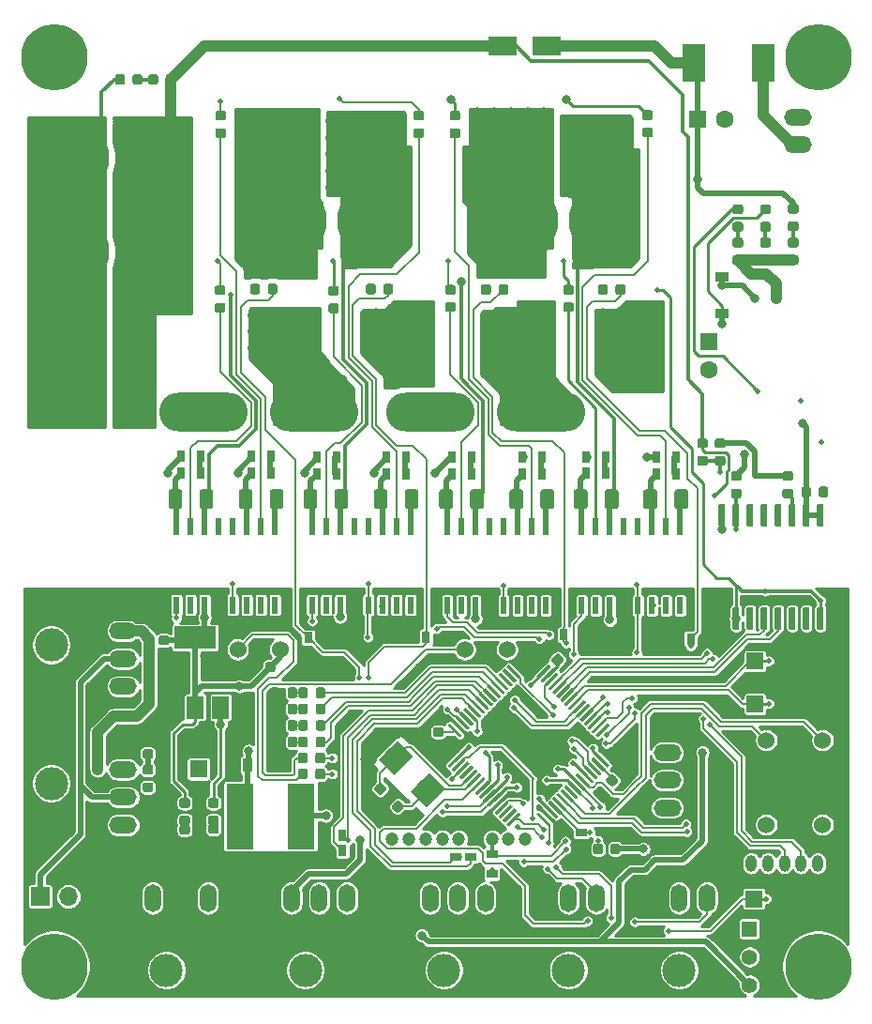
<source format=gbr>
G04 #@! TF.GenerationSoftware,KiCad,Pcbnew,(5.1.4)-1*
G04 #@! TF.CreationDate,2020-01-10T04:38:18+09:00*
G04 #@! TF.ProjectId,SteerMD,53746565-724d-4442-9e6b-696361645f70,rev?*
G04 #@! TF.SameCoordinates,Original*
G04 #@! TF.FileFunction,Copper,L1,Top*
G04 #@! TF.FilePolarity,Positive*
%FSLAX46Y46*%
G04 Gerber Fmt 4.6, Leading zero omitted, Abs format (unit mm)*
G04 Created by KiCad (PCBNEW (5.1.4)-1) date 2020-01-10 04:38:18*
%MOMM*%
%LPD*%
G04 APERTURE LIST*
%ADD10C,0.100000*%
%ADD11C,0.300000*%
%ADD12C,6.000000*%
%ADD13C,1.524000*%
%ADD14C,1.200000*%
%ADD15O,1.500000X2.500000*%
%ADD16C,3.000000*%
%ADD17C,0.600000*%
%ADD18O,2.500000X1.500000*%
%ADD19O,1.000000X1.524000*%
%ADD20C,6.500000*%
%ADD21C,0.875000*%
%ADD22O,8.000000X3.500000*%
%ADD23C,2.000000*%
%ADD24R,1.600000X1.600000*%
%ADD25C,1.600000*%
%ADD26R,2.500000X1.800000*%
%ADD27R,1.200000X0.900000*%
%ADD28R,0.900000X1.200000*%
%ADD29R,1.700000X1.700000*%
%ADD30O,1.700000X1.700000*%
%ADD31R,2.450000X5.900000*%
%ADD32R,2.000000X3.500000*%
%ADD33R,1.500000X1.500000*%
%ADD34R,3.800000X2.000000*%
%ADD35R,1.500000X2.000000*%
%ADD36R,0.600000X1.500000*%
%ADD37R,0.800000X1.000000*%
%ADD38R,1.397000X1.397000*%
%ADD39C,1.397000*%
%ADD40R,1.000000X0.800000*%
%ADD41C,1.250000*%
%ADD42C,0.500000*%
%ADD43C,0.800000*%
%ADD44C,1.000000*%
%ADD45C,1.500000*%
%ADD46C,0.200000*%
%ADD47C,0.250000*%
%ADD48C,0.500000*%
%ADD49C,0.300000*%
%ADD50C,1.000000*%
%ADD51C,0.254000*%
G04 APERTURE END LIST*
D10*
G36*
X112134812Y-116813534D02*
G01*
X112142093Y-116814614D01*
X112149232Y-116816402D01*
X112156162Y-116818882D01*
X112162816Y-116822029D01*
X112169129Y-116825813D01*
X112175040Y-116830197D01*
X112180494Y-116835140D01*
X112286560Y-116941206D01*
X112291503Y-116946660D01*
X112295887Y-116952571D01*
X112299671Y-116958884D01*
X112302818Y-116965538D01*
X112305298Y-116972468D01*
X112307086Y-116979607D01*
X112308166Y-116986888D01*
X112308527Y-116994239D01*
X112308166Y-117001590D01*
X112307086Y-117008871D01*
X112305298Y-117016010D01*
X112302818Y-117022940D01*
X112299671Y-117029594D01*
X112295887Y-117035907D01*
X112291503Y-117041818D01*
X112286560Y-117047272D01*
X111296610Y-118037222D01*
X111291156Y-118042165D01*
X111285245Y-118046549D01*
X111278932Y-118050333D01*
X111272278Y-118053480D01*
X111265348Y-118055960D01*
X111258209Y-118057748D01*
X111250928Y-118058828D01*
X111243577Y-118059189D01*
X111236226Y-118058828D01*
X111228945Y-118057748D01*
X111221806Y-118055960D01*
X111214876Y-118053480D01*
X111208222Y-118050333D01*
X111201909Y-118046549D01*
X111195998Y-118042165D01*
X111190544Y-118037222D01*
X111084478Y-117931156D01*
X111079535Y-117925702D01*
X111075151Y-117919791D01*
X111071367Y-117913478D01*
X111068220Y-117906824D01*
X111065740Y-117899894D01*
X111063952Y-117892755D01*
X111062872Y-117885474D01*
X111062511Y-117878123D01*
X111062872Y-117870772D01*
X111063952Y-117863491D01*
X111065740Y-117856352D01*
X111068220Y-117849422D01*
X111071367Y-117842768D01*
X111075151Y-117836455D01*
X111079535Y-117830544D01*
X111084478Y-117825090D01*
X112074428Y-116835140D01*
X112079882Y-116830197D01*
X112085793Y-116825813D01*
X112092106Y-116822029D01*
X112098760Y-116818882D01*
X112105690Y-116816402D01*
X112112829Y-116814614D01*
X112120110Y-116813534D01*
X112127461Y-116813173D01*
X112134812Y-116813534D01*
X112134812Y-116813534D01*
G37*
D11*
X111685519Y-117436181D03*
D10*
G36*
X112488365Y-117167087D02*
G01*
X112495646Y-117168167D01*
X112502785Y-117169955D01*
X112509715Y-117172435D01*
X112516369Y-117175582D01*
X112522682Y-117179366D01*
X112528593Y-117183750D01*
X112534047Y-117188693D01*
X112640113Y-117294759D01*
X112645056Y-117300213D01*
X112649440Y-117306124D01*
X112653224Y-117312437D01*
X112656371Y-117319091D01*
X112658851Y-117326021D01*
X112660639Y-117333160D01*
X112661719Y-117340441D01*
X112662080Y-117347792D01*
X112661719Y-117355143D01*
X112660639Y-117362424D01*
X112658851Y-117369563D01*
X112656371Y-117376493D01*
X112653224Y-117383147D01*
X112649440Y-117389460D01*
X112645056Y-117395371D01*
X112640113Y-117400825D01*
X111650163Y-118390775D01*
X111644709Y-118395718D01*
X111638798Y-118400102D01*
X111632485Y-118403886D01*
X111625831Y-118407033D01*
X111618901Y-118409513D01*
X111611762Y-118411301D01*
X111604481Y-118412381D01*
X111597130Y-118412742D01*
X111589779Y-118412381D01*
X111582498Y-118411301D01*
X111575359Y-118409513D01*
X111568429Y-118407033D01*
X111561775Y-118403886D01*
X111555462Y-118400102D01*
X111549551Y-118395718D01*
X111544097Y-118390775D01*
X111438031Y-118284709D01*
X111433088Y-118279255D01*
X111428704Y-118273344D01*
X111424920Y-118267031D01*
X111421773Y-118260377D01*
X111419293Y-118253447D01*
X111417505Y-118246308D01*
X111416425Y-118239027D01*
X111416064Y-118231676D01*
X111416425Y-118224325D01*
X111417505Y-118217044D01*
X111419293Y-118209905D01*
X111421773Y-118202975D01*
X111424920Y-118196321D01*
X111428704Y-118190008D01*
X111433088Y-118184097D01*
X111438031Y-118178643D01*
X112427981Y-117188693D01*
X112433435Y-117183750D01*
X112439346Y-117179366D01*
X112445659Y-117175582D01*
X112452313Y-117172435D01*
X112459243Y-117169955D01*
X112466382Y-117168167D01*
X112473663Y-117167087D01*
X112481014Y-117166726D01*
X112488365Y-117167087D01*
X112488365Y-117167087D01*
G37*
D11*
X112039072Y-117789734D03*
D10*
G36*
X112841918Y-117520640D02*
G01*
X112849199Y-117521720D01*
X112856338Y-117523508D01*
X112863268Y-117525988D01*
X112869922Y-117529135D01*
X112876235Y-117532919D01*
X112882146Y-117537303D01*
X112887600Y-117542246D01*
X112993666Y-117648312D01*
X112998609Y-117653766D01*
X113002993Y-117659677D01*
X113006777Y-117665990D01*
X113009924Y-117672644D01*
X113012404Y-117679574D01*
X113014192Y-117686713D01*
X113015272Y-117693994D01*
X113015633Y-117701345D01*
X113015272Y-117708696D01*
X113014192Y-117715977D01*
X113012404Y-117723116D01*
X113009924Y-117730046D01*
X113006777Y-117736700D01*
X113002993Y-117743013D01*
X112998609Y-117748924D01*
X112993666Y-117754378D01*
X112003716Y-118744328D01*
X111998262Y-118749271D01*
X111992351Y-118753655D01*
X111986038Y-118757439D01*
X111979384Y-118760586D01*
X111972454Y-118763066D01*
X111965315Y-118764854D01*
X111958034Y-118765934D01*
X111950683Y-118766295D01*
X111943332Y-118765934D01*
X111936051Y-118764854D01*
X111928912Y-118763066D01*
X111921982Y-118760586D01*
X111915328Y-118757439D01*
X111909015Y-118753655D01*
X111903104Y-118749271D01*
X111897650Y-118744328D01*
X111791584Y-118638262D01*
X111786641Y-118632808D01*
X111782257Y-118626897D01*
X111778473Y-118620584D01*
X111775326Y-118613930D01*
X111772846Y-118607000D01*
X111771058Y-118599861D01*
X111769978Y-118592580D01*
X111769617Y-118585229D01*
X111769978Y-118577878D01*
X111771058Y-118570597D01*
X111772846Y-118563458D01*
X111775326Y-118556528D01*
X111778473Y-118549874D01*
X111782257Y-118543561D01*
X111786641Y-118537650D01*
X111791584Y-118532196D01*
X112781534Y-117542246D01*
X112786988Y-117537303D01*
X112792899Y-117532919D01*
X112799212Y-117529135D01*
X112805866Y-117525988D01*
X112812796Y-117523508D01*
X112819935Y-117521720D01*
X112827216Y-117520640D01*
X112834567Y-117520279D01*
X112841918Y-117520640D01*
X112841918Y-117520640D01*
G37*
D11*
X112392625Y-118143287D03*
D10*
G36*
X113195472Y-117874194D02*
G01*
X113202753Y-117875274D01*
X113209892Y-117877062D01*
X113216822Y-117879542D01*
X113223476Y-117882689D01*
X113229789Y-117886473D01*
X113235700Y-117890857D01*
X113241154Y-117895800D01*
X113347220Y-118001866D01*
X113352163Y-118007320D01*
X113356547Y-118013231D01*
X113360331Y-118019544D01*
X113363478Y-118026198D01*
X113365958Y-118033128D01*
X113367746Y-118040267D01*
X113368826Y-118047548D01*
X113369187Y-118054899D01*
X113368826Y-118062250D01*
X113367746Y-118069531D01*
X113365958Y-118076670D01*
X113363478Y-118083600D01*
X113360331Y-118090254D01*
X113356547Y-118096567D01*
X113352163Y-118102478D01*
X113347220Y-118107932D01*
X112357270Y-119097882D01*
X112351816Y-119102825D01*
X112345905Y-119107209D01*
X112339592Y-119110993D01*
X112332938Y-119114140D01*
X112326008Y-119116620D01*
X112318869Y-119118408D01*
X112311588Y-119119488D01*
X112304237Y-119119849D01*
X112296886Y-119119488D01*
X112289605Y-119118408D01*
X112282466Y-119116620D01*
X112275536Y-119114140D01*
X112268882Y-119110993D01*
X112262569Y-119107209D01*
X112256658Y-119102825D01*
X112251204Y-119097882D01*
X112145138Y-118991816D01*
X112140195Y-118986362D01*
X112135811Y-118980451D01*
X112132027Y-118974138D01*
X112128880Y-118967484D01*
X112126400Y-118960554D01*
X112124612Y-118953415D01*
X112123532Y-118946134D01*
X112123171Y-118938783D01*
X112123532Y-118931432D01*
X112124612Y-118924151D01*
X112126400Y-118917012D01*
X112128880Y-118910082D01*
X112132027Y-118903428D01*
X112135811Y-118897115D01*
X112140195Y-118891204D01*
X112145138Y-118885750D01*
X113135088Y-117895800D01*
X113140542Y-117890857D01*
X113146453Y-117886473D01*
X113152766Y-117882689D01*
X113159420Y-117879542D01*
X113166350Y-117877062D01*
X113173489Y-117875274D01*
X113180770Y-117874194D01*
X113188121Y-117873833D01*
X113195472Y-117874194D01*
X113195472Y-117874194D01*
G37*
D11*
X112746179Y-118496841D03*
D10*
G36*
X113549025Y-118227747D02*
G01*
X113556306Y-118228827D01*
X113563445Y-118230615D01*
X113570375Y-118233095D01*
X113577029Y-118236242D01*
X113583342Y-118240026D01*
X113589253Y-118244410D01*
X113594707Y-118249353D01*
X113700773Y-118355419D01*
X113705716Y-118360873D01*
X113710100Y-118366784D01*
X113713884Y-118373097D01*
X113717031Y-118379751D01*
X113719511Y-118386681D01*
X113721299Y-118393820D01*
X113722379Y-118401101D01*
X113722740Y-118408452D01*
X113722379Y-118415803D01*
X113721299Y-118423084D01*
X113719511Y-118430223D01*
X113717031Y-118437153D01*
X113713884Y-118443807D01*
X113710100Y-118450120D01*
X113705716Y-118456031D01*
X113700773Y-118461485D01*
X112710823Y-119451435D01*
X112705369Y-119456378D01*
X112699458Y-119460762D01*
X112693145Y-119464546D01*
X112686491Y-119467693D01*
X112679561Y-119470173D01*
X112672422Y-119471961D01*
X112665141Y-119473041D01*
X112657790Y-119473402D01*
X112650439Y-119473041D01*
X112643158Y-119471961D01*
X112636019Y-119470173D01*
X112629089Y-119467693D01*
X112622435Y-119464546D01*
X112616122Y-119460762D01*
X112610211Y-119456378D01*
X112604757Y-119451435D01*
X112498691Y-119345369D01*
X112493748Y-119339915D01*
X112489364Y-119334004D01*
X112485580Y-119327691D01*
X112482433Y-119321037D01*
X112479953Y-119314107D01*
X112478165Y-119306968D01*
X112477085Y-119299687D01*
X112476724Y-119292336D01*
X112477085Y-119284985D01*
X112478165Y-119277704D01*
X112479953Y-119270565D01*
X112482433Y-119263635D01*
X112485580Y-119256981D01*
X112489364Y-119250668D01*
X112493748Y-119244757D01*
X112498691Y-119239303D01*
X113488641Y-118249353D01*
X113494095Y-118244410D01*
X113500006Y-118240026D01*
X113506319Y-118236242D01*
X113512973Y-118233095D01*
X113519903Y-118230615D01*
X113527042Y-118228827D01*
X113534323Y-118227747D01*
X113541674Y-118227386D01*
X113549025Y-118227747D01*
X113549025Y-118227747D01*
G37*
D11*
X113099732Y-118850394D03*
D10*
G36*
X113902579Y-118581301D02*
G01*
X113909860Y-118582381D01*
X113916999Y-118584169D01*
X113923929Y-118586649D01*
X113930583Y-118589796D01*
X113936896Y-118593580D01*
X113942807Y-118597964D01*
X113948261Y-118602907D01*
X114054327Y-118708973D01*
X114059270Y-118714427D01*
X114063654Y-118720338D01*
X114067438Y-118726651D01*
X114070585Y-118733305D01*
X114073065Y-118740235D01*
X114074853Y-118747374D01*
X114075933Y-118754655D01*
X114076294Y-118762006D01*
X114075933Y-118769357D01*
X114074853Y-118776638D01*
X114073065Y-118783777D01*
X114070585Y-118790707D01*
X114067438Y-118797361D01*
X114063654Y-118803674D01*
X114059270Y-118809585D01*
X114054327Y-118815039D01*
X113064377Y-119804989D01*
X113058923Y-119809932D01*
X113053012Y-119814316D01*
X113046699Y-119818100D01*
X113040045Y-119821247D01*
X113033115Y-119823727D01*
X113025976Y-119825515D01*
X113018695Y-119826595D01*
X113011344Y-119826956D01*
X113003993Y-119826595D01*
X112996712Y-119825515D01*
X112989573Y-119823727D01*
X112982643Y-119821247D01*
X112975989Y-119818100D01*
X112969676Y-119814316D01*
X112963765Y-119809932D01*
X112958311Y-119804989D01*
X112852245Y-119698923D01*
X112847302Y-119693469D01*
X112842918Y-119687558D01*
X112839134Y-119681245D01*
X112835987Y-119674591D01*
X112833507Y-119667661D01*
X112831719Y-119660522D01*
X112830639Y-119653241D01*
X112830278Y-119645890D01*
X112830639Y-119638539D01*
X112831719Y-119631258D01*
X112833507Y-119624119D01*
X112835987Y-119617189D01*
X112839134Y-119610535D01*
X112842918Y-119604222D01*
X112847302Y-119598311D01*
X112852245Y-119592857D01*
X113842195Y-118602907D01*
X113847649Y-118597964D01*
X113853560Y-118593580D01*
X113859873Y-118589796D01*
X113866527Y-118586649D01*
X113873457Y-118584169D01*
X113880596Y-118582381D01*
X113887877Y-118581301D01*
X113895228Y-118580940D01*
X113902579Y-118581301D01*
X113902579Y-118581301D01*
G37*
D11*
X113453286Y-119203948D03*
D10*
G36*
X114256132Y-118934854D02*
G01*
X114263413Y-118935934D01*
X114270552Y-118937722D01*
X114277482Y-118940202D01*
X114284136Y-118943349D01*
X114290449Y-118947133D01*
X114296360Y-118951517D01*
X114301814Y-118956460D01*
X114407880Y-119062526D01*
X114412823Y-119067980D01*
X114417207Y-119073891D01*
X114420991Y-119080204D01*
X114424138Y-119086858D01*
X114426618Y-119093788D01*
X114428406Y-119100927D01*
X114429486Y-119108208D01*
X114429847Y-119115559D01*
X114429486Y-119122910D01*
X114428406Y-119130191D01*
X114426618Y-119137330D01*
X114424138Y-119144260D01*
X114420991Y-119150914D01*
X114417207Y-119157227D01*
X114412823Y-119163138D01*
X114407880Y-119168592D01*
X113417930Y-120158542D01*
X113412476Y-120163485D01*
X113406565Y-120167869D01*
X113400252Y-120171653D01*
X113393598Y-120174800D01*
X113386668Y-120177280D01*
X113379529Y-120179068D01*
X113372248Y-120180148D01*
X113364897Y-120180509D01*
X113357546Y-120180148D01*
X113350265Y-120179068D01*
X113343126Y-120177280D01*
X113336196Y-120174800D01*
X113329542Y-120171653D01*
X113323229Y-120167869D01*
X113317318Y-120163485D01*
X113311864Y-120158542D01*
X113205798Y-120052476D01*
X113200855Y-120047022D01*
X113196471Y-120041111D01*
X113192687Y-120034798D01*
X113189540Y-120028144D01*
X113187060Y-120021214D01*
X113185272Y-120014075D01*
X113184192Y-120006794D01*
X113183831Y-119999443D01*
X113184192Y-119992092D01*
X113185272Y-119984811D01*
X113187060Y-119977672D01*
X113189540Y-119970742D01*
X113192687Y-119964088D01*
X113196471Y-119957775D01*
X113200855Y-119951864D01*
X113205798Y-119946410D01*
X114195748Y-118956460D01*
X114201202Y-118951517D01*
X114207113Y-118947133D01*
X114213426Y-118943349D01*
X114220080Y-118940202D01*
X114227010Y-118937722D01*
X114234149Y-118935934D01*
X114241430Y-118934854D01*
X114248781Y-118934493D01*
X114256132Y-118934854D01*
X114256132Y-118934854D01*
G37*
D11*
X113806839Y-119557501D03*
D10*
G36*
X114609685Y-119288407D02*
G01*
X114616966Y-119289487D01*
X114624105Y-119291275D01*
X114631035Y-119293755D01*
X114637689Y-119296902D01*
X114644002Y-119300686D01*
X114649913Y-119305070D01*
X114655367Y-119310013D01*
X114761433Y-119416079D01*
X114766376Y-119421533D01*
X114770760Y-119427444D01*
X114774544Y-119433757D01*
X114777691Y-119440411D01*
X114780171Y-119447341D01*
X114781959Y-119454480D01*
X114783039Y-119461761D01*
X114783400Y-119469112D01*
X114783039Y-119476463D01*
X114781959Y-119483744D01*
X114780171Y-119490883D01*
X114777691Y-119497813D01*
X114774544Y-119504467D01*
X114770760Y-119510780D01*
X114766376Y-119516691D01*
X114761433Y-119522145D01*
X113771483Y-120512095D01*
X113766029Y-120517038D01*
X113760118Y-120521422D01*
X113753805Y-120525206D01*
X113747151Y-120528353D01*
X113740221Y-120530833D01*
X113733082Y-120532621D01*
X113725801Y-120533701D01*
X113718450Y-120534062D01*
X113711099Y-120533701D01*
X113703818Y-120532621D01*
X113696679Y-120530833D01*
X113689749Y-120528353D01*
X113683095Y-120525206D01*
X113676782Y-120521422D01*
X113670871Y-120517038D01*
X113665417Y-120512095D01*
X113559351Y-120406029D01*
X113554408Y-120400575D01*
X113550024Y-120394664D01*
X113546240Y-120388351D01*
X113543093Y-120381697D01*
X113540613Y-120374767D01*
X113538825Y-120367628D01*
X113537745Y-120360347D01*
X113537384Y-120352996D01*
X113537745Y-120345645D01*
X113538825Y-120338364D01*
X113540613Y-120331225D01*
X113543093Y-120324295D01*
X113546240Y-120317641D01*
X113550024Y-120311328D01*
X113554408Y-120305417D01*
X113559351Y-120299963D01*
X114549301Y-119310013D01*
X114554755Y-119305070D01*
X114560666Y-119300686D01*
X114566979Y-119296902D01*
X114573633Y-119293755D01*
X114580563Y-119291275D01*
X114587702Y-119289487D01*
X114594983Y-119288407D01*
X114602334Y-119288046D01*
X114609685Y-119288407D01*
X114609685Y-119288407D01*
G37*
D11*
X114160392Y-119911054D03*
D10*
G36*
X114963239Y-119641961D02*
G01*
X114970520Y-119643041D01*
X114977659Y-119644829D01*
X114984589Y-119647309D01*
X114991243Y-119650456D01*
X114997556Y-119654240D01*
X115003467Y-119658624D01*
X115008921Y-119663567D01*
X115114987Y-119769633D01*
X115119930Y-119775087D01*
X115124314Y-119780998D01*
X115128098Y-119787311D01*
X115131245Y-119793965D01*
X115133725Y-119800895D01*
X115135513Y-119808034D01*
X115136593Y-119815315D01*
X115136954Y-119822666D01*
X115136593Y-119830017D01*
X115135513Y-119837298D01*
X115133725Y-119844437D01*
X115131245Y-119851367D01*
X115128098Y-119858021D01*
X115124314Y-119864334D01*
X115119930Y-119870245D01*
X115114987Y-119875699D01*
X114125037Y-120865649D01*
X114119583Y-120870592D01*
X114113672Y-120874976D01*
X114107359Y-120878760D01*
X114100705Y-120881907D01*
X114093775Y-120884387D01*
X114086636Y-120886175D01*
X114079355Y-120887255D01*
X114072004Y-120887616D01*
X114064653Y-120887255D01*
X114057372Y-120886175D01*
X114050233Y-120884387D01*
X114043303Y-120881907D01*
X114036649Y-120878760D01*
X114030336Y-120874976D01*
X114024425Y-120870592D01*
X114018971Y-120865649D01*
X113912905Y-120759583D01*
X113907962Y-120754129D01*
X113903578Y-120748218D01*
X113899794Y-120741905D01*
X113896647Y-120735251D01*
X113894167Y-120728321D01*
X113892379Y-120721182D01*
X113891299Y-120713901D01*
X113890938Y-120706550D01*
X113891299Y-120699199D01*
X113892379Y-120691918D01*
X113894167Y-120684779D01*
X113896647Y-120677849D01*
X113899794Y-120671195D01*
X113903578Y-120664882D01*
X113907962Y-120658971D01*
X113912905Y-120653517D01*
X114902855Y-119663567D01*
X114908309Y-119658624D01*
X114914220Y-119654240D01*
X114920533Y-119650456D01*
X114927187Y-119647309D01*
X114934117Y-119644829D01*
X114941256Y-119643041D01*
X114948537Y-119641961D01*
X114955888Y-119641600D01*
X114963239Y-119641961D01*
X114963239Y-119641961D01*
G37*
D11*
X114513946Y-120264608D03*
D10*
G36*
X115316792Y-119995514D02*
G01*
X115324073Y-119996594D01*
X115331212Y-119998382D01*
X115338142Y-120000862D01*
X115344796Y-120004009D01*
X115351109Y-120007793D01*
X115357020Y-120012177D01*
X115362474Y-120017120D01*
X115468540Y-120123186D01*
X115473483Y-120128640D01*
X115477867Y-120134551D01*
X115481651Y-120140864D01*
X115484798Y-120147518D01*
X115487278Y-120154448D01*
X115489066Y-120161587D01*
X115490146Y-120168868D01*
X115490507Y-120176219D01*
X115490146Y-120183570D01*
X115489066Y-120190851D01*
X115487278Y-120197990D01*
X115484798Y-120204920D01*
X115481651Y-120211574D01*
X115477867Y-120217887D01*
X115473483Y-120223798D01*
X115468540Y-120229252D01*
X114478590Y-121219202D01*
X114473136Y-121224145D01*
X114467225Y-121228529D01*
X114460912Y-121232313D01*
X114454258Y-121235460D01*
X114447328Y-121237940D01*
X114440189Y-121239728D01*
X114432908Y-121240808D01*
X114425557Y-121241169D01*
X114418206Y-121240808D01*
X114410925Y-121239728D01*
X114403786Y-121237940D01*
X114396856Y-121235460D01*
X114390202Y-121232313D01*
X114383889Y-121228529D01*
X114377978Y-121224145D01*
X114372524Y-121219202D01*
X114266458Y-121113136D01*
X114261515Y-121107682D01*
X114257131Y-121101771D01*
X114253347Y-121095458D01*
X114250200Y-121088804D01*
X114247720Y-121081874D01*
X114245932Y-121074735D01*
X114244852Y-121067454D01*
X114244491Y-121060103D01*
X114244852Y-121052752D01*
X114245932Y-121045471D01*
X114247720Y-121038332D01*
X114250200Y-121031402D01*
X114253347Y-121024748D01*
X114257131Y-121018435D01*
X114261515Y-121012524D01*
X114266458Y-121007070D01*
X115256408Y-120017120D01*
X115261862Y-120012177D01*
X115267773Y-120007793D01*
X115274086Y-120004009D01*
X115280740Y-120000862D01*
X115287670Y-119998382D01*
X115294809Y-119996594D01*
X115302090Y-119995514D01*
X115309441Y-119995153D01*
X115316792Y-119995514D01*
X115316792Y-119995514D01*
G37*
D11*
X114867499Y-120618161D03*
D10*
G36*
X115670345Y-120349067D02*
G01*
X115677626Y-120350147D01*
X115684765Y-120351935D01*
X115691695Y-120354415D01*
X115698349Y-120357562D01*
X115704662Y-120361346D01*
X115710573Y-120365730D01*
X115716027Y-120370673D01*
X115822093Y-120476739D01*
X115827036Y-120482193D01*
X115831420Y-120488104D01*
X115835204Y-120494417D01*
X115838351Y-120501071D01*
X115840831Y-120508001D01*
X115842619Y-120515140D01*
X115843699Y-120522421D01*
X115844060Y-120529772D01*
X115843699Y-120537123D01*
X115842619Y-120544404D01*
X115840831Y-120551543D01*
X115838351Y-120558473D01*
X115835204Y-120565127D01*
X115831420Y-120571440D01*
X115827036Y-120577351D01*
X115822093Y-120582805D01*
X114832143Y-121572755D01*
X114826689Y-121577698D01*
X114820778Y-121582082D01*
X114814465Y-121585866D01*
X114807811Y-121589013D01*
X114800881Y-121591493D01*
X114793742Y-121593281D01*
X114786461Y-121594361D01*
X114779110Y-121594722D01*
X114771759Y-121594361D01*
X114764478Y-121593281D01*
X114757339Y-121591493D01*
X114750409Y-121589013D01*
X114743755Y-121585866D01*
X114737442Y-121582082D01*
X114731531Y-121577698D01*
X114726077Y-121572755D01*
X114620011Y-121466689D01*
X114615068Y-121461235D01*
X114610684Y-121455324D01*
X114606900Y-121449011D01*
X114603753Y-121442357D01*
X114601273Y-121435427D01*
X114599485Y-121428288D01*
X114598405Y-121421007D01*
X114598044Y-121413656D01*
X114598405Y-121406305D01*
X114599485Y-121399024D01*
X114601273Y-121391885D01*
X114603753Y-121384955D01*
X114606900Y-121378301D01*
X114610684Y-121371988D01*
X114615068Y-121366077D01*
X114620011Y-121360623D01*
X115609961Y-120370673D01*
X115615415Y-120365730D01*
X115621326Y-120361346D01*
X115627639Y-120357562D01*
X115634293Y-120354415D01*
X115641223Y-120351935D01*
X115648362Y-120350147D01*
X115655643Y-120349067D01*
X115662994Y-120348706D01*
X115670345Y-120349067D01*
X115670345Y-120349067D01*
G37*
D11*
X115221052Y-120971714D03*
D10*
G36*
X116023899Y-120702621D02*
G01*
X116031180Y-120703701D01*
X116038319Y-120705489D01*
X116045249Y-120707969D01*
X116051903Y-120711116D01*
X116058216Y-120714900D01*
X116064127Y-120719284D01*
X116069581Y-120724227D01*
X116175647Y-120830293D01*
X116180590Y-120835747D01*
X116184974Y-120841658D01*
X116188758Y-120847971D01*
X116191905Y-120854625D01*
X116194385Y-120861555D01*
X116196173Y-120868694D01*
X116197253Y-120875975D01*
X116197614Y-120883326D01*
X116197253Y-120890677D01*
X116196173Y-120897958D01*
X116194385Y-120905097D01*
X116191905Y-120912027D01*
X116188758Y-120918681D01*
X116184974Y-120924994D01*
X116180590Y-120930905D01*
X116175647Y-120936359D01*
X115185697Y-121926309D01*
X115180243Y-121931252D01*
X115174332Y-121935636D01*
X115168019Y-121939420D01*
X115161365Y-121942567D01*
X115154435Y-121945047D01*
X115147296Y-121946835D01*
X115140015Y-121947915D01*
X115132664Y-121948276D01*
X115125313Y-121947915D01*
X115118032Y-121946835D01*
X115110893Y-121945047D01*
X115103963Y-121942567D01*
X115097309Y-121939420D01*
X115090996Y-121935636D01*
X115085085Y-121931252D01*
X115079631Y-121926309D01*
X114973565Y-121820243D01*
X114968622Y-121814789D01*
X114964238Y-121808878D01*
X114960454Y-121802565D01*
X114957307Y-121795911D01*
X114954827Y-121788981D01*
X114953039Y-121781842D01*
X114951959Y-121774561D01*
X114951598Y-121767210D01*
X114951959Y-121759859D01*
X114953039Y-121752578D01*
X114954827Y-121745439D01*
X114957307Y-121738509D01*
X114960454Y-121731855D01*
X114964238Y-121725542D01*
X114968622Y-121719631D01*
X114973565Y-121714177D01*
X115963515Y-120724227D01*
X115968969Y-120719284D01*
X115974880Y-120714900D01*
X115981193Y-120711116D01*
X115987847Y-120707969D01*
X115994777Y-120705489D01*
X116001916Y-120703701D01*
X116009197Y-120702621D01*
X116016548Y-120702260D01*
X116023899Y-120702621D01*
X116023899Y-120702621D01*
G37*
D11*
X115574606Y-121325268D03*
D10*
G36*
X116377452Y-121056174D02*
G01*
X116384733Y-121057254D01*
X116391872Y-121059042D01*
X116398802Y-121061522D01*
X116405456Y-121064669D01*
X116411769Y-121068453D01*
X116417680Y-121072837D01*
X116423134Y-121077780D01*
X116529200Y-121183846D01*
X116534143Y-121189300D01*
X116538527Y-121195211D01*
X116542311Y-121201524D01*
X116545458Y-121208178D01*
X116547938Y-121215108D01*
X116549726Y-121222247D01*
X116550806Y-121229528D01*
X116551167Y-121236879D01*
X116550806Y-121244230D01*
X116549726Y-121251511D01*
X116547938Y-121258650D01*
X116545458Y-121265580D01*
X116542311Y-121272234D01*
X116538527Y-121278547D01*
X116534143Y-121284458D01*
X116529200Y-121289912D01*
X115539250Y-122279862D01*
X115533796Y-122284805D01*
X115527885Y-122289189D01*
X115521572Y-122292973D01*
X115514918Y-122296120D01*
X115507988Y-122298600D01*
X115500849Y-122300388D01*
X115493568Y-122301468D01*
X115486217Y-122301829D01*
X115478866Y-122301468D01*
X115471585Y-122300388D01*
X115464446Y-122298600D01*
X115457516Y-122296120D01*
X115450862Y-122292973D01*
X115444549Y-122289189D01*
X115438638Y-122284805D01*
X115433184Y-122279862D01*
X115327118Y-122173796D01*
X115322175Y-122168342D01*
X115317791Y-122162431D01*
X115314007Y-122156118D01*
X115310860Y-122149464D01*
X115308380Y-122142534D01*
X115306592Y-122135395D01*
X115305512Y-122128114D01*
X115305151Y-122120763D01*
X115305512Y-122113412D01*
X115306592Y-122106131D01*
X115308380Y-122098992D01*
X115310860Y-122092062D01*
X115314007Y-122085408D01*
X115317791Y-122079095D01*
X115322175Y-122073184D01*
X115327118Y-122067730D01*
X116317068Y-121077780D01*
X116322522Y-121072837D01*
X116328433Y-121068453D01*
X116334746Y-121064669D01*
X116341400Y-121061522D01*
X116348330Y-121059042D01*
X116355469Y-121057254D01*
X116362750Y-121056174D01*
X116370101Y-121055813D01*
X116377452Y-121056174D01*
X116377452Y-121056174D01*
G37*
D11*
X115928159Y-121678821D03*
D10*
G36*
X116731006Y-121409728D02*
G01*
X116738287Y-121410808D01*
X116745426Y-121412596D01*
X116752356Y-121415076D01*
X116759010Y-121418223D01*
X116765323Y-121422007D01*
X116771234Y-121426391D01*
X116776688Y-121431334D01*
X116882754Y-121537400D01*
X116887697Y-121542854D01*
X116892081Y-121548765D01*
X116895865Y-121555078D01*
X116899012Y-121561732D01*
X116901492Y-121568662D01*
X116903280Y-121575801D01*
X116904360Y-121583082D01*
X116904721Y-121590433D01*
X116904360Y-121597784D01*
X116903280Y-121605065D01*
X116901492Y-121612204D01*
X116899012Y-121619134D01*
X116895865Y-121625788D01*
X116892081Y-121632101D01*
X116887697Y-121638012D01*
X116882754Y-121643466D01*
X115892804Y-122633416D01*
X115887350Y-122638359D01*
X115881439Y-122642743D01*
X115875126Y-122646527D01*
X115868472Y-122649674D01*
X115861542Y-122652154D01*
X115854403Y-122653942D01*
X115847122Y-122655022D01*
X115839771Y-122655383D01*
X115832420Y-122655022D01*
X115825139Y-122653942D01*
X115818000Y-122652154D01*
X115811070Y-122649674D01*
X115804416Y-122646527D01*
X115798103Y-122642743D01*
X115792192Y-122638359D01*
X115786738Y-122633416D01*
X115680672Y-122527350D01*
X115675729Y-122521896D01*
X115671345Y-122515985D01*
X115667561Y-122509672D01*
X115664414Y-122503018D01*
X115661934Y-122496088D01*
X115660146Y-122488949D01*
X115659066Y-122481668D01*
X115658705Y-122474317D01*
X115659066Y-122466966D01*
X115660146Y-122459685D01*
X115661934Y-122452546D01*
X115664414Y-122445616D01*
X115667561Y-122438962D01*
X115671345Y-122432649D01*
X115675729Y-122426738D01*
X115680672Y-122421284D01*
X116670622Y-121431334D01*
X116676076Y-121426391D01*
X116681987Y-121422007D01*
X116688300Y-121418223D01*
X116694954Y-121415076D01*
X116701884Y-121412596D01*
X116709023Y-121410808D01*
X116716304Y-121409728D01*
X116723655Y-121409367D01*
X116731006Y-121409728D01*
X116731006Y-121409728D01*
G37*
D11*
X116281713Y-122032375D03*
D10*
G36*
X117084559Y-121763281D02*
G01*
X117091840Y-121764361D01*
X117098979Y-121766149D01*
X117105909Y-121768629D01*
X117112563Y-121771776D01*
X117118876Y-121775560D01*
X117124787Y-121779944D01*
X117130241Y-121784887D01*
X117236307Y-121890953D01*
X117241250Y-121896407D01*
X117245634Y-121902318D01*
X117249418Y-121908631D01*
X117252565Y-121915285D01*
X117255045Y-121922215D01*
X117256833Y-121929354D01*
X117257913Y-121936635D01*
X117258274Y-121943986D01*
X117257913Y-121951337D01*
X117256833Y-121958618D01*
X117255045Y-121965757D01*
X117252565Y-121972687D01*
X117249418Y-121979341D01*
X117245634Y-121985654D01*
X117241250Y-121991565D01*
X117236307Y-121997019D01*
X116246357Y-122986969D01*
X116240903Y-122991912D01*
X116234992Y-122996296D01*
X116228679Y-123000080D01*
X116222025Y-123003227D01*
X116215095Y-123005707D01*
X116207956Y-123007495D01*
X116200675Y-123008575D01*
X116193324Y-123008936D01*
X116185973Y-123008575D01*
X116178692Y-123007495D01*
X116171553Y-123005707D01*
X116164623Y-123003227D01*
X116157969Y-123000080D01*
X116151656Y-122996296D01*
X116145745Y-122991912D01*
X116140291Y-122986969D01*
X116034225Y-122880903D01*
X116029282Y-122875449D01*
X116024898Y-122869538D01*
X116021114Y-122863225D01*
X116017967Y-122856571D01*
X116015487Y-122849641D01*
X116013699Y-122842502D01*
X116012619Y-122835221D01*
X116012258Y-122827870D01*
X116012619Y-122820519D01*
X116013699Y-122813238D01*
X116015487Y-122806099D01*
X116017967Y-122799169D01*
X116021114Y-122792515D01*
X116024898Y-122786202D01*
X116029282Y-122780291D01*
X116034225Y-122774837D01*
X117024175Y-121784887D01*
X117029629Y-121779944D01*
X117035540Y-121775560D01*
X117041853Y-121771776D01*
X117048507Y-121768629D01*
X117055437Y-121766149D01*
X117062576Y-121764361D01*
X117069857Y-121763281D01*
X117077208Y-121762920D01*
X117084559Y-121763281D01*
X117084559Y-121763281D01*
G37*
D11*
X116635266Y-122385928D03*
D10*
G36*
X117438112Y-122116834D02*
G01*
X117445393Y-122117914D01*
X117452532Y-122119702D01*
X117459462Y-122122182D01*
X117466116Y-122125329D01*
X117472429Y-122129113D01*
X117478340Y-122133497D01*
X117483794Y-122138440D01*
X117589860Y-122244506D01*
X117594803Y-122249960D01*
X117599187Y-122255871D01*
X117602971Y-122262184D01*
X117606118Y-122268838D01*
X117608598Y-122275768D01*
X117610386Y-122282907D01*
X117611466Y-122290188D01*
X117611827Y-122297539D01*
X117611466Y-122304890D01*
X117610386Y-122312171D01*
X117608598Y-122319310D01*
X117606118Y-122326240D01*
X117602971Y-122332894D01*
X117599187Y-122339207D01*
X117594803Y-122345118D01*
X117589860Y-122350572D01*
X116599910Y-123340522D01*
X116594456Y-123345465D01*
X116588545Y-123349849D01*
X116582232Y-123353633D01*
X116575578Y-123356780D01*
X116568648Y-123359260D01*
X116561509Y-123361048D01*
X116554228Y-123362128D01*
X116546877Y-123362489D01*
X116539526Y-123362128D01*
X116532245Y-123361048D01*
X116525106Y-123359260D01*
X116518176Y-123356780D01*
X116511522Y-123353633D01*
X116505209Y-123349849D01*
X116499298Y-123345465D01*
X116493844Y-123340522D01*
X116387778Y-123234456D01*
X116382835Y-123229002D01*
X116378451Y-123223091D01*
X116374667Y-123216778D01*
X116371520Y-123210124D01*
X116369040Y-123203194D01*
X116367252Y-123196055D01*
X116366172Y-123188774D01*
X116365811Y-123181423D01*
X116366172Y-123174072D01*
X116367252Y-123166791D01*
X116369040Y-123159652D01*
X116371520Y-123152722D01*
X116374667Y-123146068D01*
X116378451Y-123139755D01*
X116382835Y-123133844D01*
X116387778Y-123128390D01*
X117377728Y-122138440D01*
X117383182Y-122133497D01*
X117389093Y-122129113D01*
X117395406Y-122125329D01*
X117402060Y-122122182D01*
X117408990Y-122119702D01*
X117416129Y-122117914D01*
X117423410Y-122116834D01*
X117430761Y-122116473D01*
X117438112Y-122116834D01*
X117438112Y-122116834D01*
G37*
D11*
X116988819Y-122739481D03*
D10*
G36*
X119276590Y-122116834D02*
G01*
X119283871Y-122117914D01*
X119291010Y-122119702D01*
X119297940Y-122122182D01*
X119304594Y-122125329D01*
X119310907Y-122129113D01*
X119316818Y-122133497D01*
X119322272Y-122138440D01*
X120312222Y-123128390D01*
X120317165Y-123133844D01*
X120321549Y-123139755D01*
X120325333Y-123146068D01*
X120328480Y-123152722D01*
X120330960Y-123159652D01*
X120332748Y-123166791D01*
X120333828Y-123174072D01*
X120334189Y-123181423D01*
X120333828Y-123188774D01*
X120332748Y-123196055D01*
X120330960Y-123203194D01*
X120328480Y-123210124D01*
X120325333Y-123216778D01*
X120321549Y-123223091D01*
X120317165Y-123229002D01*
X120312222Y-123234456D01*
X120206156Y-123340522D01*
X120200702Y-123345465D01*
X120194791Y-123349849D01*
X120188478Y-123353633D01*
X120181824Y-123356780D01*
X120174894Y-123359260D01*
X120167755Y-123361048D01*
X120160474Y-123362128D01*
X120153123Y-123362489D01*
X120145772Y-123362128D01*
X120138491Y-123361048D01*
X120131352Y-123359260D01*
X120124422Y-123356780D01*
X120117768Y-123353633D01*
X120111455Y-123349849D01*
X120105544Y-123345465D01*
X120100090Y-123340522D01*
X119110140Y-122350572D01*
X119105197Y-122345118D01*
X119100813Y-122339207D01*
X119097029Y-122332894D01*
X119093882Y-122326240D01*
X119091402Y-122319310D01*
X119089614Y-122312171D01*
X119088534Y-122304890D01*
X119088173Y-122297539D01*
X119088534Y-122290188D01*
X119089614Y-122282907D01*
X119091402Y-122275768D01*
X119093882Y-122268838D01*
X119097029Y-122262184D01*
X119100813Y-122255871D01*
X119105197Y-122249960D01*
X119110140Y-122244506D01*
X119216206Y-122138440D01*
X119221660Y-122133497D01*
X119227571Y-122129113D01*
X119233884Y-122125329D01*
X119240538Y-122122182D01*
X119247468Y-122119702D01*
X119254607Y-122117914D01*
X119261888Y-122116834D01*
X119269239Y-122116473D01*
X119276590Y-122116834D01*
X119276590Y-122116834D01*
G37*
D11*
X119711181Y-122739481D03*
D10*
G36*
X119630143Y-121763281D02*
G01*
X119637424Y-121764361D01*
X119644563Y-121766149D01*
X119651493Y-121768629D01*
X119658147Y-121771776D01*
X119664460Y-121775560D01*
X119670371Y-121779944D01*
X119675825Y-121784887D01*
X120665775Y-122774837D01*
X120670718Y-122780291D01*
X120675102Y-122786202D01*
X120678886Y-122792515D01*
X120682033Y-122799169D01*
X120684513Y-122806099D01*
X120686301Y-122813238D01*
X120687381Y-122820519D01*
X120687742Y-122827870D01*
X120687381Y-122835221D01*
X120686301Y-122842502D01*
X120684513Y-122849641D01*
X120682033Y-122856571D01*
X120678886Y-122863225D01*
X120675102Y-122869538D01*
X120670718Y-122875449D01*
X120665775Y-122880903D01*
X120559709Y-122986969D01*
X120554255Y-122991912D01*
X120548344Y-122996296D01*
X120542031Y-123000080D01*
X120535377Y-123003227D01*
X120528447Y-123005707D01*
X120521308Y-123007495D01*
X120514027Y-123008575D01*
X120506676Y-123008936D01*
X120499325Y-123008575D01*
X120492044Y-123007495D01*
X120484905Y-123005707D01*
X120477975Y-123003227D01*
X120471321Y-123000080D01*
X120465008Y-122996296D01*
X120459097Y-122991912D01*
X120453643Y-122986969D01*
X119463693Y-121997019D01*
X119458750Y-121991565D01*
X119454366Y-121985654D01*
X119450582Y-121979341D01*
X119447435Y-121972687D01*
X119444955Y-121965757D01*
X119443167Y-121958618D01*
X119442087Y-121951337D01*
X119441726Y-121943986D01*
X119442087Y-121936635D01*
X119443167Y-121929354D01*
X119444955Y-121922215D01*
X119447435Y-121915285D01*
X119450582Y-121908631D01*
X119454366Y-121902318D01*
X119458750Y-121896407D01*
X119463693Y-121890953D01*
X119569759Y-121784887D01*
X119575213Y-121779944D01*
X119581124Y-121775560D01*
X119587437Y-121771776D01*
X119594091Y-121768629D01*
X119601021Y-121766149D01*
X119608160Y-121764361D01*
X119615441Y-121763281D01*
X119622792Y-121762920D01*
X119630143Y-121763281D01*
X119630143Y-121763281D01*
G37*
D11*
X120064734Y-122385928D03*
D10*
G36*
X119983696Y-121409728D02*
G01*
X119990977Y-121410808D01*
X119998116Y-121412596D01*
X120005046Y-121415076D01*
X120011700Y-121418223D01*
X120018013Y-121422007D01*
X120023924Y-121426391D01*
X120029378Y-121431334D01*
X121019328Y-122421284D01*
X121024271Y-122426738D01*
X121028655Y-122432649D01*
X121032439Y-122438962D01*
X121035586Y-122445616D01*
X121038066Y-122452546D01*
X121039854Y-122459685D01*
X121040934Y-122466966D01*
X121041295Y-122474317D01*
X121040934Y-122481668D01*
X121039854Y-122488949D01*
X121038066Y-122496088D01*
X121035586Y-122503018D01*
X121032439Y-122509672D01*
X121028655Y-122515985D01*
X121024271Y-122521896D01*
X121019328Y-122527350D01*
X120913262Y-122633416D01*
X120907808Y-122638359D01*
X120901897Y-122642743D01*
X120895584Y-122646527D01*
X120888930Y-122649674D01*
X120882000Y-122652154D01*
X120874861Y-122653942D01*
X120867580Y-122655022D01*
X120860229Y-122655383D01*
X120852878Y-122655022D01*
X120845597Y-122653942D01*
X120838458Y-122652154D01*
X120831528Y-122649674D01*
X120824874Y-122646527D01*
X120818561Y-122642743D01*
X120812650Y-122638359D01*
X120807196Y-122633416D01*
X119817246Y-121643466D01*
X119812303Y-121638012D01*
X119807919Y-121632101D01*
X119804135Y-121625788D01*
X119800988Y-121619134D01*
X119798508Y-121612204D01*
X119796720Y-121605065D01*
X119795640Y-121597784D01*
X119795279Y-121590433D01*
X119795640Y-121583082D01*
X119796720Y-121575801D01*
X119798508Y-121568662D01*
X119800988Y-121561732D01*
X119804135Y-121555078D01*
X119807919Y-121548765D01*
X119812303Y-121542854D01*
X119817246Y-121537400D01*
X119923312Y-121431334D01*
X119928766Y-121426391D01*
X119934677Y-121422007D01*
X119940990Y-121418223D01*
X119947644Y-121415076D01*
X119954574Y-121412596D01*
X119961713Y-121410808D01*
X119968994Y-121409728D01*
X119976345Y-121409367D01*
X119983696Y-121409728D01*
X119983696Y-121409728D01*
G37*
D11*
X120418287Y-122032375D03*
D10*
G36*
X120337250Y-121056174D02*
G01*
X120344531Y-121057254D01*
X120351670Y-121059042D01*
X120358600Y-121061522D01*
X120365254Y-121064669D01*
X120371567Y-121068453D01*
X120377478Y-121072837D01*
X120382932Y-121077780D01*
X121372882Y-122067730D01*
X121377825Y-122073184D01*
X121382209Y-122079095D01*
X121385993Y-122085408D01*
X121389140Y-122092062D01*
X121391620Y-122098992D01*
X121393408Y-122106131D01*
X121394488Y-122113412D01*
X121394849Y-122120763D01*
X121394488Y-122128114D01*
X121393408Y-122135395D01*
X121391620Y-122142534D01*
X121389140Y-122149464D01*
X121385993Y-122156118D01*
X121382209Y-122162431D01*
X121377825Y-122168342D01*
X121372882Y-122173796D01*
X121266816Y-122279862D01*
X121261362Y-122284805D01*
X121255451Y-122289189D01*
X121249138Y-122292973D01*
X121242484Y-122296120D01*
X121235554Y-122298600D01*
X121228415Y-122300388D01*
X121221134Y-122301468D01*
X121213783Y-122301829D01*
X121206432Y-122301468D01*
X121199151Y-122300388D01*
X121192012Y-122298600D01*
X121185082Y-122296120D01*
X121178428Y-122292973D01*
X121172115Y-122289189D01*
X121166204Y-122284805D01*
X121160750Y-122279862D01*
X120170800Y-121289912D01*
X120165857Y-121284458D01*
X120161473Y-121278547D01*
X120157689Y-121272234D01*
X120154542Y-121265580D01*
X120152062Y-121258650D01*
X120150274Y-121251511D01*
X120149194Y-121244230D01*
X120148833Y-121236879D01*
X120149194Y-121229528D01*
X120150274Y-121222247D01*
X120152062Y-121215108D01*
X120154542Y-121208178D01*
X120157689Y-121201524D01*
X120161473Y-121195211D01*
X120165857Y-121189300D01*
X120170800Y-121183846D01*
X120276866Y-121077780D01*
X120282320Y-121072837D01*
X120288231Y-121068453D01*
X120294544Y-121064669D01*
X120301198Y-121061522D01*
X120308128Y-121059042D01*
X120315267Y-121057254D01*
X120322548Y-121056174D01*
X120329899Y-121055813D01*
X120337250Y-121056174D01*
X120337250Y-121056174D01*
G37*
D11*
X120771841Y-121678821D03*
D10*
G36*
X120690803Y-120702621D02*
G01*
X120698084Y-120703701D01*
X120705223Y-120705489D01*
X120712153Y-120707969D01*
X120718807Y-120711116D01*
X120725120Y-120714900D01*
X120731031Y-120719284D01*
X120736485Y-120724227D01*
X121726435Y-121714177D01*
X121731378Y-121719631D01*
X121735762Y-121725542D01*
X121739546Y-121731855D01*
X121742693Y-121738509D01*
X121745173Y-121745439D01*
X121746961Y-121752578D01*
X121748041Y-121759859D01*
X121748402Y-121767210D01*
X121748041Y-121774561D01*
X121746961Y-121781842D01*
X121745173Y-121788981D01*
X121742693Y-121795911D01*
X121739546Y-121802565D01*
X121735762Y-121808878D01*
X121731378Y-121814789D01*
X121726435Y-121820243D01*
X121620369Y-121926309D01*
X121614915Y-121931252D01*
X121609004Y-121935636D01*
X121602691Y-121939420D01*
X121596037Y-121942567D01*
X121589107Y-121945047D01*
X121581968Y-121946835D01*
X121574687Y-121947915D01*
X121567336Y-121948276D01*
X121559985Y-121947915D01*
X121552704Y-121946835D01*
X121545565Y-121945047D01*
X121538635Y-121942567D01*
X121531981Y-121939420D01*
X121525668Y-121935636D01*
X121519757Y-121931252D01*
X121514303Y-121926309D01*
X120524353Y-120936359D01*
X120519410Y-120930905D01*
X120515026Y-120924994D01*
X120511242Y-120918681D01*
X120508095Y-120912027D01*
X120505615Y-120905097D01*
X120503827Y-120897958D01*
X120502747Y-120890677D01*
X120502386Y-120883326D01*
X120502747Y-120875975D01*
X120503827Y-120868694D01*
X120505615Y-120861555D01*
X120508095Y-120854625D01*
X120511242Y-120847971D01*
X120515026Y-120841658D01*
X120519410Y-120835747D01*
X120524353Y-120830293D01*
X120630419Y-120724227D01*
X120635873Y-120719284D01*
X120641784Y-120714900D01*
X120648097Y-120711116D01*
X120654751Y-120707969D01*
X120661681Y-120705489D01*
X120668820Y-120703701D01*
X120676101Y-120702621D01*
X120683452Y-120702260D01*
X120690803Y-120702621D01*
X120690803Y-120702621D01*
G37*
D11*
X121125394Y-121325268D03*
D10*
G36*
X121044357Y-120349067D02*
G01*
X121051638Y-120350147D01*
X121058777Y-120351935D01*
X121065707Y-120354415D01*
X121072361Y-120357562D01*
X121078674Y-120361346D01*
X121084585Y-120365730D01*
X121090039Y-120370673D01*
X122079989Y-121360623D01*
X122084932Y-121366077D01*
X122089316Y-121371988D01*
X122093100Y-121378301D01*
X122096247Y-121384955D01*
X122098727Y-121391885D01*
X122100515Y-121399024D01*
X122101595Y-121406305D01*
X122101956Y-121413656D01*
X122101595Y-121421007D01*
X122100515Y-121428288D01*
X122098727Y-121435427D01*
X122096247Y-121442357D01*
X122093100Y-121449011D01*
X122089316Y-121455324D01*
X122084932Y-121461235D01*
X122079989Y-121466689D01*
X121973923Y-121572755D01*
X121968469Y-121577698D01*
X121962558Y-121582082D01*
X121956245Y-121585866D01*
X121949591Y-121589013D01*
X121942661Y-121591493D01*
X121935522Y-121593281D01*
X121928241Y-121594361D01*
X121920890Y-121594722D01*
X121913539Y-121594361D01*
X121906258Y-121593281D01*
X121899119Y-121591493D01*
X121892189Y-121589013D01*
X121885535Y-121585866D01*
X121879222Y-121582082D01*
X121873311Y-121577698D01*
X121867857Y-121572755D01*
X120877907Y-120582805D01*
X120872964Y-120577351D01*
X120868580Y-120571440D01*
X120864796Y-120565127D01*
X120861649Y-120558473D01*
X120859169Y-120551543D01*
X120857381Y-120544404D01*
X120856301Y-120537123D01*
X120855940Y-120529772D01*
X120856301Y-120522421D01*
X120857381Y-120515140D01*
X120859169Y-120508001D01*
X120861649Y-120501071D01*
X120864796Y-120494417D01*
X120868580Y-120488104D01*
X120872964Y-120482193D01*
X120877907Y-120476739D01*
X120983973Y-120370673D01*
X120989427Y-120365730D01*
X120995338Y-120361346D01*
X121001651Y-120357562D01*
X121008305Y-120354415D01*
X121015235Y-120351935D01*
X121022374Y-120350147D01*
X121029655Y-120349067D01*
X121037006Y-120348706D01*
X121044357Y-120349067D01*
X121044357Y-120349067D01*
G37*
D11*
X121478948Y-120971714D03*
D10*
G36*
X121397910Y-119995514D02*
G01*
X121405191Y-119996594D01*
X121412330Y-119998382D01*
X121419260Y-120000862D01*
X121425914Y-120004009D01*
X121432227Y-120007793D01*
X121438138Y-120012177D01*
X121443592Y-120017120D01*
X122433542Y-121007070D01*
X122438485Y-121012524D01*
X122442869Y-121018435D01*
X122446653Y-121024748D01*
X122449800Y-121031402D01*
X122452280Y-121038332D01*
X122454068Y-121045471D01*
X122455148Y-121052752D01*
X122455509Y-121060103D01*
X122455148Y-121067454D01*
X122454068Y-121074735D01*
X122452280Y-121081874D01*
X122449800Y-121088804D01*
X122446653Y-121095458D01*
X122442869Y-121101771D01*
X122438485Y-121107682D01*
X122433542Y-121113136D01*
X122327476Y-121219202D01*
X122322022Y-121224145D01*
X122316111Y-121228529D01*
X122309798Y-121232313D01*
X122303144Y-121235460D01*
X122296214Y-121237940D01*
X122289075Y-121239728D01*
X122281794Y-121240808D01*
X122274443Y-121241169D01*
X122267092Y-121240808D01*
X122259811Y-121239728D01*
X122252672Y-121237940D01*
X122245742Y-121235460D01*
X122239088Y-121232313D01*
X122232775Y-121228529D01*
X122226864Y-121224145D01*
X122221410Y-121219202D01*
X121231460Y-120229252D01*
X121226517Y-120223798D01*
X121222133Y-120217887D01*
X121218349Y-120211574D01*
X121215202Y-120204920D01*
X121212722Y-120197990D01*
X121210934Y-120190851D01*
X121209854Y-120183570D01*
X121209493Y-120176219D01*
X121209854Y-120168868D01*
X121210934Y-120161587D01*
X121212722Y-120154448D01*
X121215202Y-120147518D01*
X121218349Y-120140864D01*
X121222133Y-120134551D01*
X121226517Y-120128640D01*
X121231460Y-120123186D01*
X121337526Y-120017120D01*
X121342980Y-120012177D01*
X121348891Y-120007793D01*
X121355204Y-120004009D01*
X121361858Y-120000862D01*
X121368788Y-119998382D01*
X121375927Y-119996594D01*
X121383208Y-119995514D01*
X121390559Y-119995153D01*
X121397910Y-119995514D01*
X121397910Y-119995514D01*
G37*
D11*
X121832501Y-120618161D03*
D10*
G36*
X121751463Y-119641961D02*
G01*
X121758744Y-119643041D01*
X121765883Y-119644829D01*
X121772813Y-119647309D01*
X121779467Y-119650456D01*
X121785780Y-119654240D01*
X121791691Y-119658624D01*
X121797145Y-119663567D01*
X122787095Y-120653517D01*
X122792038Y-120658971D01*
X122796422Y-120664882D01*
X122800206Y-120671195D01*
X122803353Y-120677849D01*
X122805833Y-120684779D01*
X122807621Y-120691918D01*
X122808701Y-120699199D01*
X122809062Y-120706550D01*
X122808701Y-120713901D01*
X122807621Y-120721182D01*
X122805833Y-120728321D01*
X122803353Y-120735251D01*
X122800206Y-120741905D01*
X122796422Y-120748218D01*
X122792038Y-120754129D01*
X122787095Y-120759583D01*
X122681029Y-120865649D01*
X122675575Y-120870592D01*
X122669664Y-120874976D01*
X122663351Y-120878760D01*
X122656697Y-120881907D01*
X122649767Y-120884387D01*
X122642628Y-120886175D01*
X122635347Y-120887255D01*
X122627996Y-120887616D01*
X122620645Y-120887255D01*
X122613364Y-120886175D01*
X122606225Y-120884387D01*
X122599295Y-120881907D01*
X122592641Y-120878760D01*
X122586328Y-120874976D01*
X122580417Y-120870592D01*
X122574963Y-120865649D01*
X121585013Y-119875699D01*
X121580070Y-119870245D01*
X121575686Y-119864334D01*
X121571902Y-119858021D01*
X121568755Y-119851367D01*
X121566275Y-119844437D01*
X121564487Y-119837298D01*
X121563407Y-119830017D01*
X121563046Y-119822666D01*
X121563407Y-119815315D01*
X121564487Y-119808034D01*
X121566275Y-119800895D01*
X121568755Y-119793965D01*
X121571902Y-119787311D01*
X121575686Y-119780998D01*
X121580070Y-119775087D01*
X121585013Y-119769633D01*
X121691079Y-119663567D01*
X121696533Y-119658624D01*
X121702444Y-119654240D01*
X121708757Y-119650456D01*
X121715411Y-119647309D01*
X121722341Y-119644829D01*
X121729480Y-119643041D01*
X121736761Y-119641961D01*
X121744112Y-119641600D01*
X121751463Y-119641961D01*
X121751463Y-119641961D01*
G37*
D11*
X122186054Y-120264608D03*
D10*
G36*
X122105017Y-119288407D02*
G01*
X122112298Y-119289487D01*
X122119437Y-119291275D01*
X122126367Y-119293755D01*
X122133021Y-119296902D01*
X122139334Y-119300686D01*
X122145245Y-119305070D01*
X122150699Y-119310013D01*
X123140649Y-120299963D01*
X123145592Y-120305417D01*
X123149976Y-120311328D01*
X123153760Y-120317641D01*
X123156907Y-120324295D01*
X123159387Y-120331225D01*
X123161175Y-120338364D01*
X123162255Y-120345645D01*
X123162616Y-120352996D01*
X123162255Y-120360347D01*
X123161175Y-120367628D01*
X123159387Y-120374767D01*
X123156907Y-120381697D01*
X123153760Y-120388351D01*
X123149976Y-120394664D01*
X123145592Y-120400575D01*
X123140649Y-120406029D01*
X123034583Y-120512095D01*
X123029129Y-120517038D01*
X123023218Y-120521422D01*
X123016905Y-120525206D01*
X123010251Y-120528353D01*
X123003321Y-120530833D01*
X122996182Y-120532621D01*
X122988901Y-120533701D01*
X122981550Y-120534062D01*
X122974199Y-120533701D01*
X122966918Y-120532621D01*
X122959779Y-120530833D01*
X122952849Y-120528353D01*
X122946195Y-120525206D01*
X122939882Y-120521422D01*
X122933971Y-120517038D01*
X122928517Y-120512095D01*
X121938567Y-119522145D01*
X121933624Y-119516691D01*
X121929240Y-119510780D01*
X121925456Y-119504467D01*
X121922309Y-119497813D01*
X121919829Y-119490883D01*
X121918041Y-119483744D01*
X121916961Y-119476463D01*
X121916600Y-119469112D01*
X121916961Y-119461761D01*
X121918041Y-119454480D01*
X121919829Y-119447341D01*
X121922309Y-119440411D01*
X121925456Y-119433757D01*
X121929240Y-119427444D01*
X121933624Y-119421533D01*
X121938567Y-119416079D01*
X122044633Y-119310013D01*
X122050087Y-119305070D01*
X122055998Y-119300686D01*
X122062311Y-119296902D01*
X122068965Y-119293755D01*
X122075895Y-119291275D01*
X122083034Y-119289487D01*
X122090315Y-119288407D01*
X122097666Y-119288046D01*
X122105017Y-119288407D01*
X122105017Y-119288407D01*
G37*
D11*
X122539608Y-119911054D03*
D10*
G36*
X122458570Y-118934854D02*
G01*
X122465851Y-118935934D01*
X122472990Y-118937722D01*
X122479920Y-118940202D01*
X122486574Y-118943349D01*
X122492887Y-118947133D01*
X122498798Y-118951517D01*
X122504252Y-118956460D01*
X123494202Y-119946410D01*
X123499145Y-119951864D01*
X123503529Y-119957775D01*
X123507313Y-119964088D01*
X123510460Y-119970742D01*
X123512940Y-119977672D01*
X123514728Y-119984811D01*
X123515808Y-119992092D01*
X123516169Y-119999443D01*
X123515808Y-120006794D01*
X123514728Y-120014075D01*
X123512940Y-120021214D01*
X123510460Y-120028144D01*
X123507313Y-120034798D01*
X123503529Y-120041111D01*
X123499145Y-120047022D01*
X123494202Y-120052476D01*
X123388136Y-120158542D01*
X123382682Y-120163485D01*
X123376771Y-120167869D01*
X123370458Y-120171653D01*
X123363804Y-120174800D01*
X123356874Y-120177280D01*
X123349735Y-120179068D01*
X123342454Y-120180148D01*
X123335103Y-120180509D01*
X123327752Y-120180148D01*
X123320471Y-120179068D01*
X123313332Y-120177280D01*
X123306402Y-120174800D01*
X123299748Y-120171653D01*
X123293435Y-120167869D01*
X123287524Y-120163485D01*
X123282070Y-120158542D01*
X122292120Y-119168592D01*
X122287177Y-119163138D01*
X122282793Y-119157227D01*
X122279009Y-119150914D01*
X122275862Y-119144260D01*
X122273382Y-119137330D01*
X122271594Y-119130191D01*
X122270514Y-119122910D01*
X122270153Y-119115559D01*
X122270514Y-119108208D01*
X122271594Y-119100927D01*
X122273382Y-119093788D01*
X122275862Y-119086858D01*
X122279009Y-119080204D01*
X122282793Y-119073891D01*
X122287177Y-119067980D01*
X122292120Y-119062526D01*
X122398186Y-118956460D01*
X122403640Y-118951517D01*
X122409551Y-118947133D01*
X122415864Y-118943349D01*
X122422518Y-118940202D01*
X122429448Y-118937722D01*
X122436587Y-118935934D01*
X122443868Y-118934854D01*
X122451219Y-118934493D01*
X122458570Y-118934854D01*
X122458570Y-118934854D01*
G37*
D11*
X122893161Y-119557501D03*
D10*
G36*
X122812123Y-118581301D02*
G01*
X122819404Y-118582381D01*
X122826543Y-118584169D01*
X122833473Y-118586649D01*
X122840127Y-118589796D01*
X122846440Y-118593580D01*
X122852351Y-118597964D01*
X122857805Y-118602907D01*
X123847755Y-119592857D01*
X123852698Y-119598311D01*
X123857082Y-119604222D01*
X123860866Y-119610535D01*
X123864013Y-119617189D01*
X123866493Y-119624119D01*
X123868281Y-119631258D01*
X123869361Y-119638539D01*
X123869722Y-119645890D01*
X123869361Y-119653241D01*
X123868281Y-119660522D01*
X123866493Y-119667661D01*
X123864013Y-119674591D01*
X123860866Y-119681245D01*
X123857082Y-119687558D01*
X123852698Y-119693469D01*
X123847755Y-119698923D01*
X123741689Y-119804989D01*
X123736235Y-119809932D01*
X123730324Y-119814316D01*
X123724011Y-119818100D01*
X123717357Y-119821247D01*
X123710427Y-119823727D01*
X123703288Y-119825515D01*
X123696007Y-119826595D01*
X123688656Y-119826956D01*
X123681305Y-119826595D01*
X123674024Y-119825515D01*
X123666885Y-119823727D01*
X123659955Y-119821247D01*
X123653301Y-119818100D01*
X123646988Y-119814316D01*
X123641077Y-119809932D01*
X123635623Y-119804989D01*
X122645673Y-118815039D01*
X122640730Y-118809585D01*
X122636346Y-118803674D01*
X122632562Y-118797361D01*
X122629415Y-118790707D01*
X122626935Y-118783777D01*
X122625147Y-118776638D01*
X122624067Y-118769357D01*
X122623706Y-118762006D01*
X122624067Y-118754655D01*
X122625147Y-118747374D01*
X122626935Y-118740235D01*
X122629415Y-118733305D01*
X122632562Y-118726651D01*
X122636346Y-118720338D01*
X122640730Y-118714427D01*
X122645673Y-118708973D01*
X122751739Y-118602907D01*
X122757193Y-118597964D01*
X122763104Y-118593580D01*
X122769417Y-118589796D01*
X122776071Y-118586649D01*
X122783001Y-118584169D01*
X122790140Y-118582381D01*
X122797421Y-118581301D01*
X122804772Y-118580940D01*
X122812123Y-118581301D01*
X122812123Y-118581301D01*
G37*
D11*
X123246714Y-119203948D03*
D10*
G36*
X123165677Y-118227747D02*
G01*
X123172958Y-118228827D01*
X123180097Y-118230615D01*
X123187027Y-118233095D01*
X123193681Y-118236242D01*
X123199994Y-118240026D01*
X123205905Y-118244410D01*
X123211359Y-118249353D01*
X124201309Y-119239303D01*
X124206252Y-119244757D01*
X124210636Y-119250668D01*
X124214420Y-119256981D01*
X124217567Y-119263635D01*
X124220047Y-119270565D01*
X124221835Y-119277704D01*
X124222915Y-119284985D01*
X124223276Y-119292336D01*
X124222915Y-119299687D01*
X124221835Y-119306968D01*
X124220047Y-119314107D01*
X124217567Y-119321037D01*
X124214420Y-119327691D01*
X124210636Y-119334004D01*
X124206252Y-119339915D01*
X124201309Y-119345369D01*
X124095243Y-119451435D01*
X124089789Y-119456378D01*
X124083878Y-119460762D01*
X124077565Y-119464546D01*
X124070911Y-119467693D01*
X124063981Y-119470173D01*
X124056842Y-119471961D01*
X124049561Y-119473041D01*
X124042210Y-119473402D01*
X124034859Y-119473041D01*
X124027578Y-119471961D01*
X124020439Y-119470173D01*
X124013509Y-119467693D01*
X124006855Y-119464546D01*
X124000542Y-119460762D01*
X123994631Y-119456378D01*
X123989177Y-119451435D01*
X122999227Y-118461485D01*
X122994284Y-118456031D01*
X122989900Y-118450120D01*
X122986116Y-118443807D01*
X122982969Y-118437153D01*
X122980489Y-118430223D01*
X122978701Y-118423084D01*
X122977621Y-118415803D01*
X122977260Y-118408452D01*
X122977621Y-118401101D01*
X122978701Y-118393820D01*
X122980489Y-118386681D01*
X122982969Y-118379751D01*
X122986116Y-118373097D01*
X122989900Y-118366784D01*
X122994284Y-118360873D01*
X122999227Y-118355419D01*
X123105293Y-118249353D01*
X123110747Y-118244410D01*
X123116658Y-118240026D01*
X123122971Y-118236242D01*
X123129625Y-118233095D01*
X123136555Y-118230615D01*
X123143694Y-118228827D01*
X123150975Y-118227747D01*
X123158326Y-118227386D01*
X123165677Y-118227747D01*
X123165677Y-118227747D01*
G37*
D11*
X123600268Y-118850394D03*
D10*
G36*
X123519230Y-117874194D02*
G01*
X123526511Y-117875274D01*
X123533650Y-117877062D01*
X123540580Y-117879542D01*
X123547234Y-117882689D01*
X123553547Y-117886473D01*
X123559458Y-117890857D01*
X123564912Y-117895800D01*
X124554862Y-118885750D01*
X124559805Y-118891204D01*
X124564189Y-118897115D01*
X124567973Y-118903428D01*
X124571120Y-118910082D01*
X124573600Y-118917012D01*
X124575388Y-118924151D01*
X124576468Y-118931432D01*
X124576829Y-118938783D01*
X124576468Y-118946134D01*
X124575388Y-118953415D01*
X124573600Y-118960554D01*
X124571120Y-118967484D01*
X124567973Y-118974138D01*
X124564189Y-118980451D01*
X124559805Y-118986362D01*
X124554862Y-118991816D01*
X124448796Y-119097882D01*
X124443342Y-119102825D01*
X124437431Y-119107209D01*
X124431118Y-119110993D01*
X124424464Y-119114140D01*
X124417534Y-119116620D01*
X124410395Y-119118408D01*
X124403114Y-119119488D01*
X124395763Y-119119849D01*
X124388412Y-119119488D01*
X124381131Y-119118408D01*
X124373992Y-119116620D01*
X124367062Y-119114140D01*
X124360408Y-119110993D01*
X124354095Y-119107209D01*
X124348184Y-119102825D01*
X124342730Y-119097882D01*
X123352780Y-118107932D01*
X123347837Y-118102478D01*
X123343453Y-118096567D01*
X123339669Y-118090254D01*
X123336522Y-118083600D01*
X123334042Y-118076670D01*
X123332254Y-118069531D01*
X123331174Y-118062250D01*
X123330813Y-118054899D01*
X123331174Y-118047548D01*
X123332254Y-118040267D01*
X123334042Y-118033128D01*
X123336522Y-118026198D01*
X123339669Y-118019544D01*
X123343453Y-118013231D01*
X123347837Y-118007320D01*
X123352780Y-118001866D01*
X123458846Y-117895800D01*
X123464300Y-117890857D01*
X123470211Y-117886473D01*
X123476524Y-117882689D01*
X123483178Y-117879542D01*
X123490108Y-117877062D01*
X123497247Y-117875274D01*
X123504528Y-117874194D01*
X123511879Y-117873833D01*
X123519230Y-117874194D01*
X123519230Y-117874194D01*
G37*
D11*
X123953821Y-118496841D03*
D10*
G36*
X123872784Y-117520640D02*
G01*
X123880065Y-117521720D01*
X123887204Y-117523508D01*
X123894134Y-117525988D01*
X123900788Y-117529135D01*
X123907101Y-117532919D01*
X123913012Y-117537303D01*
X123918466Y-117542246D01*
X124908416Y-118532196D01*
X124913359Y-118537650D01*
X124917743Y-118543561D01*
X124921527Y-118549874D01*
X124924674Y-118556528D01*
X124927154Y-118563458D01*
X124928942Y-118570597D01*
X124930022Y-118577878D01*
X124930383Y-118585229D01*
X124930022Y-118592580D01*
X124928942Y-118599861D01*
X124927154Y-118607000D01*
X124924674Y-118613930D01*
X124921527Y-118620584D01*
X124917743Y-118626897D01*
X124913359Y-118632808D01*
X124908416Y-118638262D01*
X124802350Y-118744328D01*
X124796896Y-118749271D01*
X124790985Y-118753655D01*
X124784672Y-118757439D01*
X124778018Y-118760586D01*
X124771088Y-118763066D01*
X124763949Y-118764854D01*
X124756668Y-118765934D01*
X124749317Y-118766295D01*
X124741966Y-118765934D01*
X124734685Y-118764854D01*
X124727546Y-118763066D01*
X124720616Y-118760586D01*
X124713962Y-118757439D01*
X124707649Y-118753655D01*
X124701738Y-118749271D01*
X124696284Y-118744328D01*
X123706334Y-117754378D01*
X123701391Y-117748924D01*
X123697007Y-117743013D01*
X123693223Y-117736700D01*
X123690076Y-117730046D01*
X123687596Y-117723116D01*
X123685808Y-117715977D01*
X123684728Y-117708696D01*
X123684367Y-117701345D01*
X123684728Y-117693994D01*
X123685808Y-117686713D01*
X123687596Y-117679574D01*
X123690076Y-117672644D01*
X123693223Y-117665990D01*
X123697007Y-117659677D01*
X123701391Y-117653766D01*
X123706334Y-117648312D01*
X123812400Y-117542246D01*
X123817854Y-117537303D01*
X123823765Y-117532919D01*
X123830078Y-117529135D01*
X123836732Y-117525988D01*
X123843662Y-117523508D01*
X123850801Y-117521720D01*
X123858082Y-117520640D01*
X123865433Y-117520279D01*
X123872784Y-117520640D01*
X123872784Y-117520640D01*
G37*
D11*
X124307375Y-118143287D03*
D10*
G36*
X124226337Y-117167087D02*
G01*
X124233618Y-117168167D01*
X124240757Y-117169955D01*
X124247687Y-117172435D01*
X124254341Y-117175582D01*
X124260654Y-117179366D01*
X124266565Y-117183750D01*
X124272019Y-117188693D01*
X125261969Y-118178643D01*
X125266912Y-118184097D01*
X125271296Y-118190008D01*
X125275080Y-118196321D01*
X125278227Y-118202975D01*
X125280707Y-118209905D01*
X125282495Y-118217044D01*
X125283575Y-118224325D01*
X125283936Y-118231676D01*
X125283575Y-118239027D01*
X125282495Y-118246308D01*
X125280707Y-118253447D01*
X125278227Y-118260377D01*
X125275080Y-118267031D01*
X125271296Y-118273344D01*
X125266912Y-118279255D01*
X125261969Y-118284709D01*
X125155903Y-118390775D01*
X125150449Y-118395718D01*
X125144538Y-118400102D01*
X125138225Y-118403886D01*
X125131571Y-118407033D01*
X125124641Y-118409513D01*
X125117502Y-118411301D01*
X125110221Y-118412381D01*
X125102870Y-118412742D01*
X125095519Y-118412381D01*
X125088238Y-118411301D01*
X125081099Y-118409513D01*
X125074169Y-118407033D01*
X125067515Y-118403886D01*
X125061202Y-118400102D01*
X125055291Y-118395718D01*
X125049837Y-118390775D01*
X124059887Y-117400825D01*
X124054944Y-117395371D01*
X124050560Y-117389460D01*
X124046776Y-117383147D01*
X124043629Y-117376493D01*
X124041149Y-117369563D01*
X124039361Y-117362424D01*
X124038281Y-117355143D01*
X124037920Y-117347792D01*
X124038281Y-117340441D01*
X124039361Y-117333160D01*
X124041149Y-117326021D01*
X124043629Y-117319091D01*
X124046776Y-117312437D01*
X124050560Y-117306124D01*
X124054944Y-117300213D01*
X124059887Y-117294759D01*
X124165953Y-117188693D01*
X124171407Y-117183750D01*
X124177318Y-117179366D01*
X124183631Y-117175582D01*
X124190285Y-117172435D01*
X124197215Y-117169955D01*
X124204354Y-117168167D01*
X124211635Y-117167087D01*
X124218986Y-117166726D01*
X124226337Y-117167087D01*
X124226337Y-117167087D01*
G37*
D11*
X124660928Y-117789734D03*
D10*
G36*
X124579890Y-116813534D02*
G01*
X124587171Y-116814614D01*
X124594310Y-116816402D01*
X124601240Y-116818882D01*
X124607894Y-116822029D01*
X124614207Y-116825813D01*
X124620118Y-116830197D01*
X124625572Y-116835140D01*
X125615522Y-117825090D01*
X125620465Y-117830544D01*
X125624849Y-117836455D01*
X125628633Y-117842768D01*
X125631780Y-117849422D01*
X125634260Y-117856352D01*
X125636048Y-117863491D01*
X125637128Y-117870772D01*
X125637489Y-117878123D01*
X125637128Y-117885474D01*
X125636048Y-117892755D01*
X125634260Y-117899894D01*
X125631780Y-117906824D01*
X125628633Y-117913478D01*
X125624849Y-117919791D01*
X125620465Y-117925702D01*
X125615522Y-117931156D01*
X125509456Y-118037222D01*
X125504002Y-118042165D01*
X125498091Y-118046549D01*
X125491778Y-118050333D01*
X125485124Y-118053480D01*
X125478194Y-118055960D01*
X125471055Y-118057748D01*
X125463774Y-118058828D01*
X125456423Y-118059189D01*
X125449072Y-118058828D01*
X125441791Y-118057748D01*
X125434652Y-118055960D01*
X125427722Y-118053480D01*
X125421068Y-118050333D01*
X125414755Y-118046549D01*
X125408844Y-118042165D01*
X125403390Y-118037222D01*
X124413440Y-117047272D01*
X124408497Y-117041818D01*
X124404113Y-117035907D01*
X124400329Y-117029594D01*
X124397182Y-117022940D01*
X124394702Y-117016010D01*
X124392914Y-117008871D01*
X124391834Y-117001590D01*
X124391473Y-116994239D01*
X124391834Y-116986888D01*
X124392914Y-116979607D01*
X124394702Y-116972468D01*
X124397182Y-116965538D01*
X124400329Y-116958884D01*
X124404113Y-116952571D01*
X124408497Y-116946660D01*
X124413440Y-116941206D01*
X124519506Y-116835140D01*
X124524960Y-116830197D01*
X124530871Y-116825813D01*
X124537184Y-116822029D01*
X124543838Y-116818882D01*
X124550768Y-116816402D01*
X124557907Y-116814614D01*
X124565188Y-116813534D01*
X124572539Y-116813173D01*
X124579890Y-116813534D01*
X124579890Y-116813534D01*
G37*
D11*
X125014481Y-117436181D03*
D10*
G36*
X125463774Y-114091172D02*
G01*
X125471055Y-114092252D01*
X125478194Y-114094040D01*
X125485124Y-114096520D01*
X125491778Y-114099667D01*
X125498091Y-114103451D01*
X125504002Y-114107835D01*
X125509456Y-114112778D01*
X125615522Y-114218844D01*
X125620465Y-114224298D01*
X125624849Y-114230209D01*
X125628633Y-114236522D01*
X125631780Y-114243176D01*
X125634260Y-114250106D01*
X125636048Y-114257245D01*
X125637128Y-114264526D01*
X125637489Y-114271877D01*
X125637128Y-114279228D01*
X125636048Y-114286509D01*
X125634260Y-114293648D01*
X125631780Y-114300578D01*
X125628633Y-114307232D01*
X125624849Y-114313545D01*
X125620465Y-114319456D01*
X125615522Y-114324910D01*
X124625572Y-115314860D01*
X124620118Y-115319803D01*
X124614207Y-115324187D01*
X124607894Y-115327971D01*
X124601240Y-115331118D01*
X124594310Y-115333598D01*
X124587171Y-115335386D01*
X124579890Y-115336466D01*
X124572539Y-115336827D01*
X124565188Y-115336466D01*
X124557907Y-115335386D01*
X124550768Y-115333598D01*
X124543838Y-115331118D01*
X124537184Y-115327971D01*
X124530871Y-115324187D01*
X124524960Y-115319803D01*
X124519506Y-115314860D01*
X124413440Y-115208794D01*
X124408497Y-115203340D01*
X124404113Y-115197429D01*
X124400329Y-115191116D01*
X124397182Y-115184462D01*
X124394702Y-115177532D01*
X124392914Y-115170393D01*
X124391834Y-115163112D01*
X124391473Y-115155761D01*
X124391834Y-115148410D01*
X124392914Y-115141129D01*
X124394702Y-115133990D01*
X124397182Y-115127060D01*
X124400329Y-115120406D01*
X124404113Y-115114093D01*
X124408497Y-115108182D01*
X124413440Y-115102728D01*
X125403390Y-114112778D01*
X125408844Y-114107835D01*
X125414755Y-114103451D01*
X125421068Y-114099667D01*
X125427722Y-114096520D01*
X125434652Y-114094040D01*
X125441791Y-114092252D01*
X125449072Y-114091172D01*
X125456423Y-114090811D01*
X125463774Y-114091172D01*
X125463774Y-114091172D01*
G37*
D11*
X125014481Y-114713819D03*
D10*
G36*
X125110221Y-113737619D02*
G01*
X125117502Y-113738699D01*
X125124641Y-113740487D01*
X125131571Y-113742967D01*
X125138225Y-113746114D01*
X125144538Y-113749898D01*
X125150449Y-113754282D01*
X125155903Y-113759225D01*
X125261969Y-113865291D01*
X125266912Y-113870745D01*
X125271296Y-113876656D01*
X125275080Y-113882969D01*
X125278227Y-113889623D01*
X125280707Y-113896553D01*
X125282495Y-113903692D01*
X125283575Y-113910973D01*
X125283936Y-113918324D01*
X125283575Y-113925675D01*
X125282495Y-113932956D01*
X125280707Y-113940095D01*
X125278227Y-113947025D01*
X125275080Y-113953679D01*
X125271296Y-113959992D01*
X125266912Y-113965903D01*
X125261969Y-113971357D01*
X124272019Y-114961307D01*
X124266565Y-114966250D01*
X124260654Y-114970634D01*
X124254341Y-114974418D01*
X124247687Y-114977565D01*
X124240757Y-114980045D01*
X124233618Y-114981833D01*
X124226337Y-114982913D01*
X124218986Y-114983274D01*
X124211635Y-114982913D01*
X124204354Y-114981833D01*
X124197215Y-114980045D01*
X124190285Y-114977565D01*
X124183631Y-114974418D01*
X124177318Y-114970634D01*
X124171407Y-114966250D01*
X124165953Y-114961307D01*
X124059887Y-114855241D01*
X124054944Y-114849787D01*
X124050560Y-114843876D01*
X124046776Y-114837563D01*
X124043629Y-114830909D01*
X124041149Y-114823979D01*
X124039361Y-114816840D01*
X124038281Y-114809559D01*
X124037920Y-114802208D01*
X124038281Y-114794857D01*
X124039361Y-114787576D01*
X124041149Y-114780437D01*
X124043629Y-114773507D01*
X124046776Y-114766853D01*
X124050560Y-114760540D01*
X124054944Y-114754629D01*
X124059887Y-114749175D01*
X125049837Y-113759225D01*
X125055291Y-113754282D01*
X125061202Y-113749898D01*
X125067515Y-113746114D01*
X125074169Y-113742967D01*
X125081099Y-113740487D01*
X125088238Y-113738699D01*
X125095519Y-113737619D01*
X125102870Y-113737258D01*
X125110221Y-113737619D01*
X125110221Y-113737619D01*
G37*
D11*
X124660928Y-114360266D03*
D10*
G36*
X124756668Y-113384066D02*
G01*
X124763949Y-113385146D01*
X124771088Y-113386934D01*
X124778018Y-113389414D01*
X124784672Y-113392561D01*
X124790985Y-113396345D01*
X124796896Y-113400729D01*
X124802350Y-113405672D01*
X124908416Y-113511738D01*
X124913359Y-113517192D01*
X124917743Y-113523103D01*
X124921527Y-113529416D01*
X124924674Y-113536070D01*
X124927154Y-113543000D01*
X124928942Y-113550139D01*
X124930022Y-113557420D01*
X124930383Y-113564771D01*
X124930022Y-113572122D01*
X124928942Y-113579403D01*
X124927154Y-113586542D01*
X124924674Y-113593472D01*
X124921527Y-113600126D01*
X124917743Y-113606439D01*
X124913359Y-113612350D01*
X124908416Y-113617804D01*
X123918466Y-114607754D01*
X123913012Y-114612697D01*
X123907101Y-114617081D01*
X123900788Y-114620865D01*
X123894134Y-114624012D01*
X123887204Y-114626492D01*
X123880065Y-114628280D01*
X123872784Y-114629360D01*
X123865433Y-114629721D01*
X123858082Y-114629360D01*
X123850801Y-114628280D01*
X123843662Y-114626492D01*
X123836732Y-114624012D01*
X123830078Y-114620865D01*
X123823765Y-114617081D01*
X123817854Y-114612697D01*
X123812400Y-114607754D01*
X123706334Y-114501688D01*
X123701391Y-114496234D01*
X123697007Y-114490323D01*
X123693223Y-114484010D01*
X123690076Y-114477356D01*
X123687596Y-114470426D01*
X123685808Y-114463287D01*
X123684728Y-114456006D01*
X123684367Y-114448655D01*
X123684728Y-114441304D01*
X123685808Y-114434023D01*
X123687596Y-114426884D01*
X123690076Y-114419954D01*
X123693223Y-114413300D01*
X123697007Y-114406987D01*
X123701391Y-114401076D01*
X123706334Y-114395622D01*
X124696284Y-113405672D01*
X124701738Y-113400729D01*
X124707649Y-113396345D01*
X124713962Y-113392561D01*
X124720616Y-113389414D01*
X124727546Y-113386934D01*
X124734685Y-113385146D01*
X124741966Y-113384066D01*
X124749317Y-113383705D01*
X124756668Y-113384066D01*
X124756668Y-113384066D01*
G37*
D11*
X124307375Y-114006713D03*
D10*
G36*
X124403114Y-113030512D02*
G01*
X124410395Y-113031592D01*
X124417534Y-113033380D01*
X124424464Y-113035860D01*
X124431118Y-113039007D01*
X124437431Y-113042791D01*
X124443342Y-113047175D01*
X124448796Y-113052118D01*
X124554862Y-113158184D01*
X124559805Y-113163638D01*
X124564189Y-113169549D01*
X124567973Y-113175862D01*
X124571120Y-113182516D01*
X124573600Y-113189446D01*
X124575388Y-113196585D01*
X124576468Y-113203866D01*
X124576829Y-113211217D01*
X124576468Y-113218568D01*
X124575388Y-113225849D01*
X124573600Y-113232988D01*
X124571120Y-113239918D01*
X124567973Y-113246572D01*
X124564189Y-113252885D01*
X124559805Y-113258796D01*
X124554862Y-113264250D01*
X123564912Y-114254200D01*
X123559458Y-114259143D01*
X123553547Y-114263527D01*
X123547234Y-114267311D01*
X123540580Y-114270458D01*
X123533650Y-114272938D01*
X123526511Y-114274726D01*
X123519230Y-114275806D01*
X123511879Y-114276167D01*
X123504528Y-114275806D01*
X123497247Y-114274726D01*
X123490108Y-114272938D01*
X123483178Y-114270458D01*
X123476524Y-114267311D01*
X123470211Y-114263527D01*
X123464300Y-114259143D01*
X123458846Y-114254200D01*
X123352780Y-114148134D01*
X123347837Y-114142680D01*
X123343453Y-114136769D01*
X123339669Y-114130456D01*
X123336522Y-114123802D01*
X123334042Y-114116872D01*
X123332254Y-114109733D01*
X123331174Y-114102452D01*
X123330813Y-114095101D01*
X123331174Y-114087750D01*
X123332254Y-114080469D01*
X123334042Y-114073330D01*
X123336522Y-114066400D01*
X123339669Y-114059746D01*
X123343453Y-114053433D01*
X123347837Y-114047522D01*
X123352780Y-114042068D01*
X124342730Y-113052118D01*
X124348184Y-113047175D01*
X124354095Y-113042791D01*
X124360408Y-113039007D01*
X124367062Y-113035860D01*
X124373992Y-113033380D01*
X124381131Y-113031592D01*
X124388412Y-113030512D01*
X124395763Y-113030151D01*
X124403114Y-113030512D01*
X124403114Y-113030512D01*
G37*
D11*
X123953821Y-113653159D03*
D10*
G36*
X124049561Y-112676959D02*
G01*
X124056842Y-112678039D01*
X124063981Y-112679827D01*
X124070911Y-112682307D01*
X124077565Y-112685454D01*
X124083878Y-112689238D01*
X124089789Y-112693622D01*
X124095243Y-112698565D01*
X124201309Y-112804631D01*
X124206252Y-112810085D01*
X124210636Y-112815996D01*
X124214420Y-112822309D01*
X124217567Y-112828963D01*
X124220047Y-112835893D01*
X124221835Y-112843032D01*
X124222915Y-112850313D01*
X124223276Y-112857664D01*
X124222915Y-112865015D01*
X124221835Y-112872296D01*
X124220047Y-112879435D01*
X124217567Y-112886365D01*
X124214420Y-112893019D01*
X124210636Y-112899332D01*
X124206252Y-112905243D01*
X124201309Y-112910697D01*
X123211359Y-113900647D01*
X123205905Y-113905590D01*
X123199994Y-113909974D01*
X123193681Y-113913758D01*
X123187027Y-113916905D01*
X123180097Y-113919385D01*
X123172958Y-113921173D01*
X123165677Y-113922253D01*
X123158326Y-113922614D01*
X123150975Y-113922253D01*
X123143694Y-113921173D01*
X123136555Y-113919385D01*
X123129625Y-113916905D01*
X123122971Y-113913758D01*
X123116658Y-113909974D01*
X123110747Y-113905590D01*
X123105293Y-113900647D01*
X122999227Y-113794581D01*
X122994284Y-113789127D01*
X122989900Y-113783216D01*
X122986116Y-113776903D01*
X122982969Y-113770249D01*
X122980489Y-113763319D01*
X122978701Y-113756180D01*
X122977621Y-113748899D01*
X122977260Y-113741548D01*
X122977621Y-113734197D01*
X122978701Y-113726916D01*
X122980489Y-113719777D01*
X122982969Y-113712847D01*
X122986116Y-113706193D01*
X122989900Y-113699880D01*
X122994284Y-113693969D01*
X122999227Y-113688515D01*
X123989177Y-112698565D01*
X123994631Y-112693622D01*
X124000542Y-112689238D01*
X124006855Y-112685454D01*
X124013509Y-112682307D01*
X124020439Y-112679827D01*
X124027578Y-112678039D01*
X124034859Y-112676959D01*
X124042210Y-112676598D01*
X124049561Y-112676959D01*
X124049561Y-112676959D01*
G37*
D11*
X123600268Y-113299606D03*
D10*
G36*
X123696007Y-112323405D02*
G01*
X123703288Y-112324485D01*
X123710427Y-112326273D01*
X123717357Y-112328753D01*
X123724011Y-112331900D01*
X123730324Y-112335684D01*
X123736235Y-112340068D01*
X123741689Y-112345011D01*
X123847755Y-112451077D01*
X123852698Y-112456531D01*
X123857082Y-112462442D01*
X123860866Y-112468755D01*
X123864013Y-112475409D01*
X123866493Y-112482339D01*
X123868281Y-112489478D01*
X123869361Y-112496759D01*
X123869722Y-112504110D01*
X123869361Y-112511461D01*
X123868281Y-112518742D01*
X123866493Y-112525881D01*
X123864013Y-112532811D01*
X123860866Y-112539465D01*
X123857082Y-112545778D01*
X123852698Y-112551689D01*
X123847755Y-112557143D01*
X122857805Y-113547093D01*
X122852351Y-113552036D01*
X122846440Y-113556420D01*
X122840127Y-113560204D01*
X122833473Y-113563351D01*
X122826543Y-113565831D01*
X122819404Y-113567619D01*
X122812123Y-113568699D01*
X122804772Y-113569060D01*
X122797421Y-113568699D01*
X122790140Y-113567619D01*
X122783001Y-113565831D01*
X122776071Y-113563351D01*
X122769417Y-113560204D01*
X122763104Y-113556420D01*
X122757193Y-113552036D01*
X122751739Y-113547093D01*
X122645673Y-113441027D01*
X122640730Y-113435573D01*
X122636346Y-113429662D01*
X122632562Y-113423349D01*
X122629415Y-113416695D01*
X122626935Y-113409765D01*
X122625147Y-113402626D01*
X122624067Y-113395345D01*
X122623706Y-113387994D01*
X122624067Y-113380643D01*
X122625147Y-113373362D01*
X122626935Y-113366223D01*
X122629415Y-113359293D01*
X122632562Y-113352639D01*
X122636346Y-113346326D01*
X122640730Y-113340415D01*
X122645673Y-113334961D01*
X123635623Y-112345011D01*
X123641077Y-112340068D01*
X123646988Y-112335684D01*
X123653301Y-112331900D01*
X123659955Y-112328753D01*
X123666885Y-112326273D01*
X123674024Y-112324485D01*
X123681305Y-112323405D01*
X123688656Y-112323044D01*
X123696007Y-112323405D01*
X123696007Y-112323405D01*
G37*
D11*
X123246714Y-112946052D03*
D10*
G36*
X123342454Y-111969852D02*
G01*
X123349735Y-111970932D01*
X123356874Y-111972720D01*
X123363804Y-111975200D01*
X123370458Y-111978347D01*
X123376771Y-111982131D01*
X123382682Y-111986515D01*
X123388136Y-111991458D01*
X123494202Y-112097524D01*
X123499145Y-112102978D01*
X123503529Y-112108889D01*
X123507313Y-112115202D01*
X123510460Y-112121856D01*
X123512940Y-112128786D01*
X123514728Y-112135925D01*
X123515808Y-112143206D01*
X123516169Y-112150557D01*
X123515808Y-112157908D01*
X123514728Y-112165189D01*
X123512940Y-112172328D01*
X123510460Y-112179258D01*
X123507313Y-112185912D01*
X123503529Y-112192225D01*
X123499145Y-112198136D01*
X123494202Y-112203590D01*
X122504252Y-113193540D01*
X122498798Y-113198483D01*
X122492887Y-113202867D01*
X122486574Y-113206651D01*
X122479920Y-113209798D01*
X122472990Y-113212278D01*
X122465851Y-113214066D01*
X122458570Y-113215146D01*
X122451219Y-113215507D01*
X122443868Y-113215146D01*
X122436587Y-113214066D01*
X122429448Y-113212278D01*
X122422518Y-113209798D01*
X122415864Y-113206651D01*
X122409551Y-113202867D01*
X122403640Y-113198483D01*
X122398186Y-113193540D01*
X122292120Y-113087474D01*
X122287177Y-113082020D01*
X122282793Y-113076109D01*
X122279009Y-113069796D01*
X122275862Y-113063142D01*
X122273382Y-113056212D01*
X122271594Y-113049073D01*
X122270514Y-113041792D01*
X122270153Y-113034441D01*
X122270514Y-113027090D01*
X122271594Y-113019809D01*
X122273382Y-113012670D01*
X122275862Y-113005740D01*
X122279009Y-112999086D01*
X122282793Y-112992773D01*
X122287177Y-112986862D01*
X122292120Y-112981408D01*
X123282070Y-111991458D01*
X123287524Y-111986515D01*
X123293435Y-111982131D01*
X123299748Y-111978347D01*
X123306402Y-111975200D01*
X123313332Y-111972720D01*
X123320471Y-111970932D01*
X123327752Y-111969852D01*
X123335103Y-111969491D01*
X123342454Y-111969852D01*
X123342454Y-111969852D01*
G37*
D11*
X122893161Y-112592499D03*
D10*
G36*
X122988901Y-111616299D02*
G01*
X122996182Y-111617379D01*
X123003321Y-111619167D01*
X123010251Y-111621647D01*
X123016905Y-111624794D01*
X123023218Y-111628578D01*
X123029129Y-111632962D01*
X123034583Y-111637905D01*
X123140649Y-111743971D01*
X123145592Y-111749425D01*
X123149976Y-111755336D01*
X123153760Y-111761649D01*
X123156907Y-111768303D01*
X123159387Y-111775233D01*
X123161175Y-111782372D01*
X123162255Y-111789653D01*
X123162616Y-111797004D01*
X123162255Y-111804355D01*
X123161175Y-111811636D01*
X123159387Y-111818775D01*
X123156907Y-111825705D01*
X123153760Y-111832359D01*
X123149976Y-111838672D01*
X123145592Y-111844583D01*
X123140649Y-111850037D01*
X122150699Y-112839987D01*
X122145245Y-112844930D01*
X122139334Y-112849314D01*
X122133021Y-112853098D01*
X122126367Y-112856245D01*
X122119437Y-112858725D01*
X122112298Y-112860513D01*
X122105017Y-112861593D01*
X122097666Y-112861954D01*
X122090315Y-112861593D01*
X122083034Y-112860513D01*
X122075895Y-112858725D01*
X122068965Y-112856245D01*
X122062311Y-112853098D01*
X122055998Y-112849314D01*
X122050087Y-112844930D01*
X122044633Y-112839987D01*
X121938567Y-112733921D01*
X121933624Y-112728467D01*
X121929240Y-112722556D01*
X121925456Y-112716243D01*
X121922309Y-112709589D01*
X121919829Y-112702659D01*
X121918041Y-112695520D01*
X121916961Y-112688239D01*
X121916600Y-112680888D01*
X121916961Y-112673537D01*
X121918041Y-112666256D01*
X121919829Y-112659117D01*
X121922309Y-112652187D01*
X121925456Y-112645533D01*
X121929240Y-112639220D01*
X121933624Y-112633309D01*
X121938567Y-112627855D01*
X122928517Y-111637905D01*
X122933971Y-111632962D01*
X122939882Y-111628578D01*
X122946195Y-111624794D01*
X122952849Y-111621647D01*
X122959779Y-111619167D01*
X122966918Y-111617379D01*
X122974199Y-111616299D01*
X122981550Y-111615938D01*
X122988901Y-111616299D01*
X122988901Y-111616299D01*
G37*
D11*
X122539608Y-112238946D03*
D10*
G36*
X122635347Y-111262745D02*
G01*
X122642628Y-111263825D01*
X122649767Y-111265613D01*
X122656697Y-111268093D01*
X122663351Y-111271240D01*
X122669664Y-111275024D01*
X122675575Y-111279408D01*
X122681029Y-111284351D01*
X122787095Y-111390417D01*
X122792038Y-111395871D01*
X122796422Y-111401782D01*
X122800206Y-111408095D01*
X122803353Y-111414749D01*
X122805833Y-111421679D01*
X122807621Y-111428818D01*
X122808701Y-111436099D01*
X122809062Y-111443450D01*
X122808701Y-111450801D01*
X122807621Y-111458082D01*
X122805833Y-111465221D01*
X122803353Y-111472151D01*
X122800206Y-111478805D01*
X122796422Y-111485118D01*
X122792038Y-111491029D01*
X122787095Y-111496483D01*
X121797145Y-112486433D01*
X121791691Y-112491376D01*
X121785780Y-112495760D01*
X121779467Y-112499544D01*
X121772813Y-112502691D01*
X121765883Y-112505171D01*
X121758744Y-112506959D01*
X121751463Y-112508039D01*
X121744112Y-112508400D01*
X121736761Y-112508039D01*
X121729480Y-112506959D01*
X121722341Y-112505171D01*
X121715411Y-112502691D01*
X121708757Y-112499544D01*
X121702444Y-112495760D01*
X121696533Y-112491376D01*
X121691079Y-112486433D01*
X121585013Y-112380367D01*
X121580070Y-112374913D01*
X121575686Y-112369002D01*
X121571902Y-112362689D01*
X121568755Y-112356035D01*
X121566275Y-112349105D01*
X121564487Y-112341966D01*
X121563407Y-112334685D01*
X121563046Y-112327334D01*
X121563407Y-112319983D01*
X121564487Y-112312702D01*
X121566275Y-112305563D01*
X121568755Y-112298633D01*
X121571902Y-112291979D01*
X121575686Y-112285666D01*
X121580070Y-112279755D01*
X121585013Y-112274301D01*
X122574963Y-111284351D01*
X122580417Y-111279408D01*
X122586328Y-111275024D01*
X122592641Y-111271240D01*
X122599295Y-111268093D01*
X122606225Y-111265613D01*
X122613364Y-111263825D01*
X122620645Y-111262745D01*
X122627996Y-111262384D01*
X122635347Y-111262745D01*
X122635347Y-111262745D01*
G37*
D11*
X122186054Y-111885392D03*
D10*
G36*
X122281794Y-110909192D02*
G01*
X122289075Y-110910272D01*
X122296214Y-110912060D01*
X122303144Y-110914540D01*
X122309798Y-110917687D01*
X122316111Y-110921471D01*
X122322022Y-110925855D01*
X122327476Y-110930798D01*
X122433542Y-111036864D01*
X122438485Y-111042318D01*
X122442869Y-111048229D01*
X122446653Y-111054542D01*
X122449800Y-111061196D01*
X122452280Y-111068126D01*
X122454068Y-111075265D01*
X122455148Y-111082546D01*
X122455509Y-111089897D01*
X122455148Y-111097248D01*
X122454068Y-111104529D01*
X122452280Y-111111668D01*
X122449800Y-111118598D01*
X122446653Y-111125252D01*
X122442869Y-111131565D01*
X122438485Y-111137476D01*
X122433542Y-111142930D01*
X121443592Y-112132880D01*
X121438138Y-112137823D01*
X121432227Y-112142207D01*
X121425914Y-112145991D01*
X121419260Y-112149138D01*
X121412330Y-112151618D01*
X121405191Y-112153406D01*
X121397910Y-112154486D01*
X121390559Y-112154847D01*
X121383208Y-112154486D01*
X121375927Y-112153406D01*
X121368788Y-112151618D01*
X121361858Y-112149138D01*
X121355204Y-112145991D01*
X121348891Y-112142207D01*
X121342980Y-112137823D01*
X121337526Y-112132880D01*
X121231460Y-112026814D01*
X121226517Y-112021360D01*
X121222133Y-112015449D01*
X121218349Y-112009136D01*
X121215202Y-112002482D01*
X121212722Y-111995552D01*
X121210934Y-111988413D01*
X121209854Y-111981132D01*
X121209493Y-111973781D01*
X121209854Y-111966430D01*
X121210934Y-111959149D01*
X121212722Y-111952010D01*
X121215202Y-111945080D01*
X121218349Y-111938426D01*
X121222133Y-111932113D01*
X121226517Y-111926202D01*
X121231460Y-111920748D01*
X122221410Y-110930798D01*
X122226864Y-110925855D01*
X122232775Y-110921471D01*
X122239088Y-110917687D01*
X122245742Y-110914540D01*
X122252672Y-110912060D01*
X122259811Y-110910272D01*
X122267092Y-110909192D01*
X122274443Y-110908831D01*
X122281794Y-110909192D01*
X122281794Y-110909192D01*
G37*
D11*
X121832501Y-111531839D03*
D10*
G36*
X121928241Y-110555639D02*
G01*
X121935522Y-110556719D01*
X121942661Y-110558507D01*
X121949591Y-110560987D01*
X121956245Y-110564134D01*
X121962558Y-110567918D01*
X121968469Y-110572302D01*
X121973923Y-110577245D01*
X122079989Y-110683311D01*
X122084932Y-110688765D01*
X122089316Y-110694676D01*
X122093100Y-110700989D01*
X122096247Y-110707643D01*
X122098727Y-110714573D01*
X122100515Y-110721712D01*
X122101595Y-110728993D01*
X122101956Y-110736344D01*
X122101595Y-110743695D01*
X122100515Y-110750976D01*
X122098727Y-110758115D01*
X122096247Y-110765045D01*
X122093100Y-110771699D01*
X122089316Y-110778012D01*
X122084932Y-110783923D01*
X122079989Y-110789377D01*
X121090039Y-111779327D01*
X121084585Y-111784270D01*
X121078674Y-111788654D01*
X121072361Y-111792438D01*
X121065707Y-111795585D01*
X121058777Y-111798065D01*
X121051638Y-111799853D01*
X121044357Y-111800933D01*
X121037006Y-111801294D01*
X121029655Y-111800933D01*
X121022374Y-111799853D01*
X121015235Y-111798065D01*
X121008305Y-111795585D01*
X121001651Y-111792438D01*
X120995338Y-111788654D01*
X120989427Y-111784270D01*
X120983973Y-111779327D01*
X120877907Y-111673261D01*
X120872964Y-111667807D01*
X120868580Y-111661896D01*
X120864796Y-111655583D01*
X120861649Y-111648929D01*
X120859169Y-111641999D01*
X120857381Y-111634860D01*
X120856301Y-111627579D01*
X120855940Y-111620228D01*
X120856301Y-111612877D01*
X120857381Y-111605596D01*
X120859169Y-111598457D01*
X120861649Y-111591527D01*
X120864796Y-111584873D01*
X120868580Y-111578560D01*
X120872964Y-111572649D01*
X120877907Y-111567195D01*
X121867857Y-110577245D01*
X121873311Y-110572302D01*
X121879222Y-110567918D01*
X121885535Y-110564134D01*
X121892189Y-110560987D01*
X121899119Y-110558507D01*
X121906258Y-110556719D01*
X121913539Y-110555639D01*
X121920890Y-110555278D01*
X121928241Y-110555639D01*
X121928241Y-110555639D01*
G37*
D11*
X121478948Y-111178286D03*
D10*
G36*
X121574687Y-110202085D02*
G01*
X121581968Y-110203165D01*
X121589107Y-110204953D01*
X121596037Y-110207433D01*
X121602691Y-110210580D01*
X121609004Y-110214364D01*
X121614915Y-110218748D01*
X121620369Y-110223691D01*
X121726435Y-110329757D01*
X121731378Y-110335211D01*
X121735762Y-110341122D01*
X121739546Y-110347435D01*
X121742693Y-110354089D01*
X121745173Y-110361019D01*
X121746961Y-110368158D01*
X121748041Y-110375439D01*
X121748402Y-110382790D01*
X121748041Y-110390141D01*
X121746961Y-110397422D01*
X121745173Y-110404561D01*
X121742693Y-110411491D01*
X121739546Y-110418145D01*
X121735762Y-110424458D01*
X121731378Y-110430369D01*
X121726435Y-110435823D01*
X120736485Y-111425773D01*
X120731031Y-111430716D01*
X120725120Y-111435100D01*
X120718807Y-111438884D01*
X120712153Y-111442031D01*
X120705223Y-111444511D01*
X120698084Y-111446299D01*
X120690803Y-111447379D01*
X120683452Y-111447740D01*
X120676101Y-111447379D01*
X120668820Y-111446299D01*
X120661681Y-111444511D01*
X120654751Y-111442031D01*
X120648097Y-111438884D01*
X120641784Y-111435100D01*
X120635873Y-111430716D01*
X120630419Y-111425773D01*
X120524353Y-111319707D01*
X120519410Y-111314253D01*
X120515026Y-111308342D01*
X120511242Y-111302029D01*
X120508095Y-111295375D01*
X120505615Y-111288445D01*
X120503827Y-111281306D01*
X120502747Y-111274025D01*
X120502386Y-111266674D01*
X120502747Y-111259323D01*
X120503827Y-111252042D01*
X120505615Y-111244903D01*
X120508095Y-111237973D01*
X120511242Y-111231319D01*
X120515026Y-111225006D01*
X120519410Y-111219095D01*
X120524353Y-111213641D01*
X121514303Y-110223691D01*
X121519757Y-110218748D01*
X121525668Y-110214364D01*
X121531981Y-110210580D01*
X121538635Y-110207433D01*
X121545565Y-110204953D01*
X121552704Y-110203165D01*
X121559985Y-110202085D01*
X121567336Y-110201724D01*
X121574687Y-110202085D01*
X121574687Y-110202085D01*
G37*
D11*
X121125394Y-110824732D03*
D10*
G36*
X121221134Y-109848532D02*
G01*
X121228415Y-109849612D01*
X121235554Y-109851400D01*
X121242484Y-109853880D01*
X121249138Y-109857027D01*
X121255451Y-109860811D01*
X121261362Y-109865195D01*
X121266816Y-109870138D01*
X121372882Y-109976204D01*
X121377825Y-109981658D01*
X121382209Y-109987569D01*
X121385993Y-109993882D01*
X121389140Y-110000536D01*
X121391620Y-110007466D01*
X121393408Y-110014605D01*
X121394488Y-110021886D01*
X121394849Y-110029237D01*
X121394488Y-110036588D01*
X121393408Y-110043869D01*
X121391620Y-110051008D01*
X121389140Y-110057938D01*
X121385993Y-110064592D01*
X121382209Y-110070905D01*
X121377825Y-110076816D01*
X121372882Y-110082270D01*
X120382932Y-111072220D01*
X120377478Y-111077163D01*
X120371567Y-111081547D01*
X120365254Y-111085331D01*
X120358600Y-111088478D01*
X120351670Y-111090958D01*
X120344531Y-111092746D01*
X120337250Y-111093826D01*
X120329899Y-111094187D01*
X120322548Y-111093826D01*
X120315267Y-111092746D01*
X120308128Y-111090958D01*
X120301198Y-111088478D01*
X120294544Y-111085331D01*
X120288231Y-111081547D01*
X120282320Y-111077163D01*
X120276866Y-111072220D01*
X120170800Y-110966154D01*
X120165857Y-110960700D01*
X120161473Y-110954789D01*
X120157689Y-110948476D01*
X120154542Y-110941822D01*
X120152062Y-110934892D01*
X120150274Y-110927753D01*
X120149194Y-110920472D01*
X120148833Y-110913121D01*
X120149194Y-110905770D01*
X120150274Y-110898489D01*
X120152062Y-110891350D01*
X120154542Y-110884420D01*
X120157689Y-110877766D01*
X120161473Y-110871453D01*
X120165857Y-110865542D01*
X120170800Y-110860088D01*
X121160750Y-109870138D01*
X121166204Y-109865195D01*
X121172115Y-109860811D01*
X121178428Y-109857027D01*
X121185082Y-109853880D01*
X121192012Y-109851400D01*
X121199151Y-109849612D01*
X121206432Y-109848532D01*
X121213783Y-109848171D01*
X121221134Y-109848532D01*
X121221134Y-109848532D01*
G37*
D11*
X120771841Y-110471179D03*
D10*
G36*
X120867580Y-109494978D02*
G01*
X120874861Y-109496058D01*
X120882000Y-109497846D01*
X120888930Y-109500326D01*
X120895584Y-109503473D01*
X120901897Y-109507257D01*
X120907808Y-109511641D01*
X120913262Y-109516584D01*
X121019328Y-109622650D01*
X121024271Y-109628104D01*
X121028655Y-109634015D01*
X121032439Y-109640328D01*
X121035586Y-109646982D01*
X121038066Y-109653912D01*
X121039854Y-109661051D01*
X121040934Y-109668332D01*
X121041295Y-109675683D01*
X121040934Y-109683034D01*
X121039854Y-109690315D01*
X121038066Y-109697454D01*
X121035586Y-109704384D01*
X121032439Y-109711038D01*
X121028655Y-109717351D01*
X121024271Y-109723262D01*
X121019328Y-109728716D01*
X120029378Y-110718666D01*
X120023924Y-110723609D01*
X120018013Y-110727993D01*
X120011700Y-110731777D01*
X120005046Y-110734924D01*
X119998116Y-110737404D01*
X119990977Y-110739192D01*
X119983696Y-110740272D01*
X119976345Y-110740633D01*
X119968994Y-110740272D01*
X119961713Y-110739192D01*
X119954574Y-110737404D01*
X119947644Y-110734924D01*
X119940990Y-110731777D01*
X119934677Y-110727993D01*
X119928766Y-110723609D01*
X119923312Y-110718666D01*
X119817246Y-110612600D01*
X119812303Y-110607146D01*
X119807919Y-110601235D01*
X119804135Y-110594922D01*
X119800988Y-110588268D01*
X119798508Y-110581338D01*
X119796720Y-110574199D01*
X119795640Y-110566918D01*
X119795279Y-110559567D01*
X119795640Y-110552216D01*
X119796720Y-110544935D01*
X119798508Y-110537796D01*
X119800988Y-110530866D01*
X119804135Y-110524212D01*
X119807919Y-110517899D01*
X119812303Y-110511988D01*
X119817246Y-110506534D01*
X120807196Y-109516584D01*
X120812650Y-109511641D01*
X120818561Y-109507257D01*
X120824874Y-109503473D01*
X120831528Y-109500326D01*
X120838458Y-109497846D01*
X120845597Y-109496058D01*
X120852878Y-109494978D01*
X120860229Y-109494617D01*
X120867580Y-109494978D01*
X120867580Y-109494978D01*
G37*
D11*
X120418287Y-110117625D03*
D10*
G36*
X120514027Y-109141425D02*
G01*
X120521308Y-109142505D01*
X120528447Y-109144293D01*
X120535377Y-109146773D01*
X120542031Y-109149920D01*
X120548344Y-109153704D01*
X120554255Y-109158088D01*
X120559709Y-109163031D01*
X120665775Y-109269097D01*
X120670718Y-109274551D01*
X120675102Y-109280462D01*
X120678886Y-109286775D01*
X120682033Y-109293429D01*
X120684513Y-109300359D01*
X120686301Y-109307498D01*
X120687381Y-109314779D01*
X120687742Y-109322130D01*
X120687381Y-109329481D01*
X120686301Y-109336762D01*
X120684513Y-109343901D01*
X120682033Y-109350831D01*
X120678886Y-109357485D01*
X120675102Y-109363798D01*
X120670718Y-109369709D01*
X120665775Y-109375163D01*
X119675825Y-110365113D01*
X119670371Y-110370056D01*
X119664460Y-110374440D01*
X119658147Y-110378224D01*
X119651493Y-110381371D01*
X119644563Y-110383851D01*
X119637424Y-110385639D01*
X119630143Y-110386719D01*
X119622792Y-110387080D01*
X119615441Y-110386719D01*
X119608160Y-110385639D01*
X119601021Y-110383851D01*
X119594091Y-110381371D01*
X119587437Y-110378224D01*
X119581124Y-110374440D01*
X119575213Y-110370056D01*
X119569759Y-110365113D01*
X119463693Y-110259047D01*
X119458750Y-110253593D01*
X119454366Y-110247682D01*
X119450582Y-110241369D01*
X119447435Y-110234715D01*
X119444955Y-110227785D01*
X119443167Y-110220646D01*
X119442087Y-110213365D01*
X119441726Y-110206014D01*
X119442087Y-110198663D01*
X119443167Y-110191382D01*
X119444955Y-110184243D01*
X119447435Y-110177313D01*
X119450582Y-110170659D01*
X119454366Y-110164346D01*
X119458750Y-110158435D01*
X119463693Y-110152981D01*
X120453643Y-109163031D01*
X120459097Y-109158088D01*
X120465008Y-109153704D01*
X120471321Y-109149920D01*
X120477975Y-109146773D01*
X120484905Y-109144293D01*
X120492044Y-109142505D01*
X120499325Y-109141425D01*
X120506676Y-109141064D01*
X120514027Y-109141425D01*
X120514027Y-109141425D01*
G37*
D11*
X120064734Y-109764072D03*
D10*
G36*
X120160474Y-108787872D02*
G01*
X120167755Y-108788952D01*
X120174894Y-108790740D01*
X120181824Y-108793220D01*
X120188478Y-108796367D01*
X120194791Y-108800151D01*
X120200702Y-108804535D01*
X120206156Y-108809478D01*
X120312222Y-108915544D01*
X120317165Y-108920998D01*
X120321549Y-108926909D01*
X120325333Y-108933222D01*
X120328480Y-108939876D01*
X120330960Y-108946806D01*
X120332748Y-108953945D01*
X120333828Y-108961226D01*
X120334189Y-108968577D01*
X120333828Y-108975928D01*
X120332748Y-108983209D01*
X120330960Y-108990348D01*
X120328480Y-108997278D01*
X120325333Y-109003932D01*
X120321549Y-109010245D01*
X120317165Y-109016156D01*
X120312222Y-109021610D01*
X119322272Y-110011560D01*
X119316818Y-110016503D01*
X119310907Y-110020887D01*
X119304594Y-110024671D01*
X119297940Y-110027818D01*
X119291010Y-110030298D01*
X119283871Y-110032086D01*
X119276590Y-110033166D01*
X119269239Y-110033527D01*
X119261888Y-110033166D01*
X119254607Y-110032086D01*
X119247468Y-110030298D01*
X119240538Y-110027818D01*
X119233884Y-110024671D01*
X119227571Y-110020887D01*
X119221660Y-110016503D01*
X119216206Y-110011560D01*
X119110140Y-109905494D01*
X119105197Y-109900040D01*
X119100813Y-109894129D01*
X119097029Y-109887816D01*
X119093882Y-109881162D01*
X119091402Y-109874232D01*
X119089614Y-109867093D01*
X119088534Y-109859812D01*
X119088173Y-109852461D01*
X119088534Y-109845110D01*
X119089614Y-109837829D01*
X119091402Y-109830690D01*
X119093882Y-109823760D01*
X119097029Y-109817106D01*
X119100813Y-109810793D01*
X119105197Y-109804882D01*
X119110140Y-109799428D01*
X120100090Y-108809478D01*
X120105544Y-108804535D01*
X120111455Y-108800151D01*
X120117768Y-108796367D01*
X120124422Y-108793220D01*
X120131352Y-108790740D01*
X120138491Y-108788952D01*
X120145772Y-108787872D01*
X120153123Y-108787511D01*
X120160474Y-108787872D01*
X120160474Y-108787872D01*
G37*
D11*
X119711181Y-109410519D03*
D10*
G36*
X116554228Y-108787872D02*
G01*
X116561509Y-108788952D01*
X116568648Y-108790740D01*
X116575578Y-108793220D01*
X116582232Y-108796367D01*
X116588545Y-108800151D01*
X116594456Y-108804535D01*
X116599910Y-108809478D01*
X117589860Y-109799428D01*
X117594803Y-109804882D01*
X117599187Y-109810793D01*
X117602971Y-109817106D01*
X117606118Y-109823760D01*
X117608598Y-109830690D01*
X117610386Y-109837829D01*
X117611466Y-109845110D01*
X117611827Y-109852461D01*
X117611466Y-109859812D01*
X117610386Y-109867093D01*
X117608598Y-109874232D01*
X117606118Y-109881162D01*
X117602971Y-109887816D01*
X117599187Y-109894129D01*
X117594803Y-109900040D01*
X117589860Y-109905494D01*
X117483794Y-110011560D01*
X117478340Y-110016503D01*
X117472429Y-110020887D01*
X117466116Y-110024671D01*
X117459462Y-110027818D01*
X117452532Y-110030298D01*
X117445393Y-110032086D01*
X117438112Y-110033166D01*
X117430761Y-110033527D01*
X117423410Y-110033166D01*
X117416129Y-110032086D01*
X117408990Y-110030298D01*
X117402060Y-110027818D01*
X117395406Y-110024671D01*
X117389093Y-110020887D01*
X117383182Y-110016503D01*
X117377728Y-110011560D01*
X116387778Y-109021610D01*
X116382835Y-109016156D01*
X116378451Y-109010245D01*
X116374667Y-109003932D01*
X116371520Y-108997278D01*
X116369040Y-108990348D01*
X116367252Y-108983209D01*
X116366172Y-108975928D01*
X116365811Y-108968577D01*
X116366172Y-108961226D01*
X116367252Y-108953945D01*
X116369040Y-108946806D01*
X116371520Y-108939876D01*
X116374667Y-108933222D01*
X116378451Y-108926909D01*
X116382835Y-108920998D01*
X116387778Y-108915544D01*
X116493844Y-108809478D01*
X116499298Y-108804535D01*
X116505209Y-108800151D01*
X116511522Y-108796367D01*
X116518176Y-108793220D01*
X116525106Y-108790740D01*
X116532245Y-108788952D01*
X116539526Y-108787872D01*
X116546877Y-108787511D01*
X116554228Y-108787872D01*
X116554228Y-108787872D01*
G37*
D11*
X116988819Y-109410519D03*
D10*
G36*
X116200675Y-109141425D02*
G01*
X116207956Y-109142505D01*
X116215095Y-109144293D01*
X116222025Y-109146773D01*
X116228679Y-109149920D01*
X116234992Y-109153704D01*
X116240903Y-109158088D01*
X116246357Y-109163031D01*
X117236307Y-110152981D01*
X117241250Y-110158435D01*
X117245634Y-110164346D01*
X117249418Y-110170659D01*
X117252565Y-110177313D01*
X117255045Y-110184243D01*
X117256833Y-110191382D01*
X117257913Y-110198663D01*
X117258274Y-110206014D01*
X117257913Y-110213365D01*
X117256833Y-110220646D01*
X117255045Y-110227785D01*
X117252565Y-110234715D01*
X117249418Y-110241369D01*
X117245634Y-110247682D01*
X117241250Y-110253593D01*
X117236307Y-110259047D01*
X117130241Y-110365113D01*
X117124787Y-110370056D01*
X117118876Y-110374440D01*
X117112563Y-110378224D01*
X117105909Y-110381371D01*
X117098979Y-110383851D01*
X117091840Y-110385639D01*
X117084559Y-110386719D01*
X117077208Y-110387080D01*
X117069857Y-110386719D01*
X117062576Y-110385639D01*
X117055437Y-110383851D01*
X117048507Y-110381371D01*
X117041853Y-110378224D01*
X117035540Y-110374440D01*
X117029629Y-110370056D01*
X117024175Y-110365113D01*
X116034225Y-109375163D01*
X116029282Y-109369709D01*
X116024898Y-109363798D01*
X116021114Y-109357485D01*
X116017967Y-109350831D01*
X116015487Y-109343901D01*
X116013699Y-109336762D01*
X116012619Y-109329481D01*
X116012258Y-109322130D01*
X116012619Y-109314779D01*
X116013699Y-109307498D01*
X116015487Y-109300359D01*
X116017967Y-109293429D01*
X116021114Y-109286775D01*
X116024898Y-109280462D01*
X116029282Y-109274551D01*
X116034225Y-109269097D01*
X116140291Y-109163031D01*
X116145745Y-109158088D01*
X116151656Y-109153704D01*
X116157969Y-109149920D01*
X116164623Y-109146773D01*
X116171553Y-109144293D01*
X116178692Y-109142505D01*
X116185973Y-109141425D01*
X116193324Y-109141064D01*
X116200675Y-109141425D01*
X116200675Y-109141425D01*
G37*
D11*
X116635266Y-109764072D03*
D10*
G36*
X115847122Y-109494978D02*
G01*
X115854403Y-109496058D01*
X115861542Y-109497846D01*
X115868472Y-109500326D01*
X115875126Y-109503473D01*
X115881439Y-109507257D01*
X115887350Y-109511641D01*
X115892804Y-109516584D01*
X116882754Y-110506534D01*
X116887697Y-110511988D01*
X116892081Y-110517899D01*
X116895865Y-110524212D01*
X116899012Y-110530866D01*
X116901492Y-110537796D01*
X116903280Y-110544935D01*
X116904360Y-110552216D01*
X116904721Y-110559567D01*
X116904360Y-110566918D01*
X116903280Y-110574199D01*
X116901492Y-110581338D01*
X116899012Y-110588268D01*
X116895865Y-110594922D01*
X116892081Y-110601235D01*
X116887697Y-110607146D01*
X116882754Y-110612600D01*
X116776688Y-110718666D01*
X116771234Y-110723609D01*
X116765323Y-110727993D01*
X116759010Y-110731777D01*
X116752356Y-110734924D01*
X116745426Y-110737404D01*
X116738287Y-110739192D01*
X116731006Y-110740272D01*
X116723655Y-110740633D01*
X116716304Y-110740272D01*
X116709023Y-110739192D01*
X116701884Y-110737404D01*
X116694954Y-110734924D01*
X116688300Y-110731777D01*
X116681987Y-110727993D01*
X116676076Y-110723609D01*
X116670622Y-110718666D01*
X115680672Y-109728716D01*
X115675729Y-109723262D01*
X115671345Y-109717351D01*
X115667561Y-109711038D01*
X115664414Y-109704384D01*
X115661934Y-109697454D01*
X115660146Y-109690315D01*
X115659066Y-109683034D01*
X115658705Y-109675683D01*
X115659066Y-109668332D01*
X115660146Y-109661051D01*
X115661934Y-109653912D01*
X115664414Y-109646982D01*
X115667561Y-109640328D01*
X115671345Y-109634015D01*
X115675729Y-109628104D01*
X115680672Y-109622650D01*
X115786738Y-109516584D01*
X115792192Y-109511641D01*
X115798103Y-109507257D01*
X115804416Y-109503473D01*
X115811070Y-109500326D01*
X115818000Y-109497846D01*
X115825139Y-109496058D01*
X115832420Y-109494978D01*
X115839771Y-109494617D01*
X115847122Y-109494978D01*
X115847122Y-109494978D01*
G37*
D11*
X116281713Y-110117625D03*
D10*
G36*
X115493568Y-109848532D02*
G01*
X115500849Y-109849612D01*
X115507988Y-109851400D01*
X115514918Y-109853880D01*
X115521572Y-109857027D01*
X115527885Y-109860811D01*
X115533796Y-109865195D01*
X115539250Y-109870138D01*
X116529200Y-110860088D01*
X116534143Y-110865542D01*
X116538527Y-110871453D01*
X116542311Y-110877766D01*
X116545458Y-110884420D01*
X116547938Y-110891350D01*
X116549726Y-110898489D01*
X116550806Y-110905770D01*
X116551167Y-110913121D01*
X116550806Y-110920472D01*
X116549726Y-110927753D01*
X116547938Y-110934892D01*
X116545458Y-110941822D01*
X116542311Y-110948476D01*
X116538527Y-110954789D01*
X116534143Y-110960700D01*
X116529200Y-110966154D01*
X116423134Y-111072220D01*
X116417680Y-111077163D01*
X116411769Y-111081547D01*
X116405456Y-111085331D01*
X116398802Y-111088478D01*
X116391872Y-111090958D01*
X116384733Y-111092746D01*
X116377452Y-111093826D01*
X116370101Y-111094187D01*
X116362750Y-111093826D01*
X116355469Y-111092746D01*
X116348330Y-111090958D01*
X116341400Y-111088478D01*
X116334746Y-111085331D01*
X116328433Y-111081547D01*
X116322522Y-111077163D01*
X116317068Y-111072220D01*
X115327118Y-110082270D01*
X115322175Y-110076816D01*
X115317791Y-110070905D01*
X115314007Y-110064592D01*
X115310860Y-110057938D01*
X115308380Y-110051008D01*
X115306592Y-110043869D01*
X115305512Y-110036588D01*
X115305151Y-110029237D01*
X115305512Y-110021886D01*
X115306592Y-110014605D01*
X115308380Y-110007466D01*
X115310860Y-110000536D01*
X115314007Y-109993882D01*
X115317791Y-109987569D01*
X115322175Y-109981658D01*
X115327118Y-109976204D01*
X115433184Y-109870138D01*
X115438638Y-109865195D01*
X115444549Y-109860811D01*
X115450862Y-109857027D01*
X115457516Y-109853880D01*
X115464446Y-109851400D01*
X115471585Y-109849612D01*
X115478866Y-109848532D01*
X115486217Y-109848171D01*
X115493568Y-109848532D01*
X115493568Y-109848532D01*
G37*
D11*
X115928159Y-110471179D03*
D10*
G36*
X115140015Y-110202085D02*
G01*
X115147296Y-110203165D01*
X115154435Y-110204953D01*
X115161365Y-110207433D01*
X115168019Y-110210580D01*
X115174332Y-110214364D01*
X115180243Y-110218748D01*
X115185697Y-110223691D01*
X116175647Y-111213641D01*
X116180590Y-111219095D01*
X116184974Y-111225006D01*
X116188758Y-111231319D01*
X116191905Y-111237973D01*
X116194385Y-111244903D01*
X116196173Y-111252042D01*
X116197253Y-111259323D01*
X116197614Y-111266674D01*
X116197253Y-111274025D01*
X116196173Y-111281306D01*
X116194385Y-111288445D01*
X116191905Y-111295375D01*
X116188758Y-111302029D01*
X116184974Y-111308342D01*
X116180590Y-111314253D01*
X116175647Y-111319707D01*
X116069581Y-111425773D01*
X116064127Y-111430716D01*
X116058216Y-111435100D01*
X116051903Y-111438884D01*
X116045249Y-111442031D01*
X116038319Y-111444511D01*
X116031180Y-111446299D01*
X116023899Y-111447379D01*
X116016548Y-111447740D01*
X116009197Y-111447379D01*
X116001916Y-111446299D01*
X115994777Y-111444511D01*
X115987847Y-111442031D01*
X115981193Y-111438884D01*
X115974880Y-111435100D01*
X115968969Y-111430716D01*
X115963515Y-111425773D01*
X114973565Y-110435823D01*
X114968622Y-110430369D01*
X114964238Y-110424458D01*
X114960454Y-110418145D01*
X114957307Y-110411491D01*
X114954827Y-110404561D01*
X114953039Y-110397422D01*
X114951959Y-110390141D01*
X114951598Y-110382790D01*
X114951959Y-110375439D01*
X114953039Y-110368158D01*
X114954827Y-110361019D01*
X114957307Y-110354089D01*
X114960454Y-110347435D01*
X114964238Y-110341122D01*
X114968622Y-110335211D01*
X114973565Y-110329757D01*
X115079631Y-110223691D01*
X115085085Y-110218748D01*
X115090996Y-110214364D01*
X115097309Y-110210580D01*
X115103963Y-110207433D01*
X115110893Y-110204953D01*
X115118032Y-110203165D01*
X115125313Y-110202085D01*
X115132664Y-110201724D01*
X115140015Y-110202085D01*
X115140015Y-110202085D01*
G37*
D11*
X115574606Y-110824732D03*
D10*
G36*
X114786461Y-110555639D02*
G01*
X114793742Y-110556719D01*
X114800881Y-110558507D01*
X114807811Y-110560987D01*
X114814465Y-110564134D01*
X114820778Y-110567918D01*
X114826689Y-110572302D01*
X114832143Y-110577245D01*
X115822093Y-111567195D01*
X115827036Y-111572649D01*
X115831420Y-111578560D01*
X115835204Y-111584873D01*
X115838351Y-111591527D01*
X115840831Y-111598457D01*
X115842619Y-111605596D01*
X115843699Y-111612877D01*
X115844060Y-111620228D01*
X115843699Y-111627579D01*
X115842619Y-111634860D01*
X115840831Y-111641999D01*
X115838351Y-111648929D01*
X115835204Y-111655583D01*
X115831420Y-111661896D01*
X115827036Y-111667807D01*
X115822093Y-111673261D01*
X115716027Y-111779327D01*
X115710573Y-111784270D01*
X115704662Y-111788654D01*
X115698349Y-111792438D01*
X115691695Y-111795585D01*
X115684765Y-111798065D01*
X115677626Y-111799853D01*
X115670345Y-111800933D01*
X115662994Y-111801294D01*
X115655643Y-111800933D01*
X115648362Y-111799853D01*
X115641223Y-111798065D01*
X115634293Y-111795585D01*
X115627639Y-111792438D01*
X115621326Y-111788654D01*
X115615415Y-111784270D01*
X115609961Y-111779327D01*
X114620011Y-110789377D01*
X114615068Y-110783923D01*
X114610684Y-110778012D01*
X114606900Y-110771699D01*
X114603753Y-110765045D01*
X114601273Y-110758115D01*
X114599485Y-110750976D01*
X114598405Y-110743695D01*
X114598044Y-110736344D01*
X114598405Y-110728993D01*
X114599485Y-110721712D01*
X114601273Y-110714573D01*
X114603753Y-110707643D01*
X114606900Y-110700989D01*
X114610684Y-110694676D01*
X114615068Y-110688765D01*
X114620011Y-110683311D01*
X114726077Y-110577245D01*
X114731531Y-110572302D01*
X114737442Y-110567918D01*
X114743755Y-110564134D01*
X114750409Y-110560987D01*
X114757339Y-110558507D01*
X114764478Y-110556719D01*
X114771759Y-110555639D01*
X114779110Y-110555278D01*
X114786461Y-110555639D01*
X114786461Y-110555639D01*
G37*
D11*
X115221052Y-111178286D03*
D10*
G36*
X114432908Y-110909192D02*
G01*
X114440189Y-110910272D01*
X114447328Y-110912060D01*
X114454258Y-110914540D01*
X114460912Y-110917687D01*
X114467225Y-110921471D01*
X114473136Y-110925855D01*
X114478590Y-110930798D01*
X115468540Y-111920748D01*
X115473483Y-111926202D01*
X115477867Y-111932113D01*
X115481651Y-111938426D01*
X115484798Y-111945080D01*
X115487278Y-111952010D01*
X115489066Y-111959149D01*
X115490146Y-111966430D01*
X115490507Y-111973781D01*
X115490146Y-111981132D01*
X115489066Y-111988413D01*
X115487278Y-111995552D01*
X115484798Y-112002482D01*
X115481651Y-112009136D01*
X115477867Y-112015449D01*
X115473483Y-112021360D01*
X115468540Y-112026814D01*
X115362474Y-112132880D01*
X115357020Y-112137823D01*
X115351109Y-112142207D01*
X115344796Y-112145991D01*
X115338142Y-112149138D01*
X115331212Y-112151618D01*
X115324073Y-112153406D01*
X115316792Y-112154486D01*
X115309441Y-112154847D01*
X115302090Y-112154486D01*
X115294809Y-112153406D01*
X115287670Y-112151618D01*
X115280740Y-112149138D01*
X115274086Y-112145991D01*
X115267773Y-112142207D01*
X115261862Y-112137823D01*
X115256408Y-112132880D01*
X114266458Y-111142930D01*
X114261515Y-111137476D01*
X114257131Y-111131565D01*
X114253347Y-111125252D01*
X114250200Y-111118598D01*
X114247720Y-111111668D01*
X114245932Y-111104529D01*
X114244852Y-111097248D01*
X114244491Y-111089897D01*
X114244852Y-111082546D01*
X114245932Y-111075265D01*
X114247720Y-111068126D01*
X114250200Y-111061196D01*
X114253347Y-111054542D01*
X114257131Y-111048229D01*
X114261515Y-111042318D01*
X114266458Y-111036864D01*
X114372524Y-110930798D01*
X114377978Y-110925855D01*
X114383889Y-110921471D01*
X114390202Y-110917687D01*
X114396856Y-110914540D01*
X114403786Y-110912060D01*
X114410925Y-110910272D01*
X114418206Y-110909192D01*
X114425557Y-110908831D01*
X114432908Y-110909192D01*
X114432908Y-110909192D01*
G37*
D11*
X114867499Y-111531839D03*
D10*
G36*
X114079355Y-111262745D02*
G01*
X114086636Y-111263825D01*
X114093775Y-111265613D01*
X114100705Y-111268093D01*
X114107359Y-111271240D01*
X114113672Y-111275024D01*
X114119583Y-111279408D01*
X114125037Y-111284351D01*
X115114987Y-112274301D01*
X115119930Y-112279755D01*
X115124314Y-112285666D01*
X115128098Y-112291979D01*
X115131245Y-112298633D01*
X115133725Y-112305563D01*
X115135513Y-112312702D01*
X115136593Y-112319983D01*
X115136954Y-112327334D01*
X115136593Y-112334685D01*
X115135513Y-112341966D01*
X115133725Y-112349105D01*
X115131245Y-112356035D01*
X115128098Y-112362689D01*
X115124314Y-112369002D01*
X115119930Y-112374913D01*
X115114987Y-112380367D01*
X115008921Y-112486433D01*
X115003467Y-112491376D01*
X114997556Y-112495760D01*
X114991243Y-112499544D01*
X114984589Y-112502691D01*
X114977659Y-112505171D01*
X114970520Y-112506959D01*
X114963239Y-112508039D01*
X114955888Y-112508400D01*
X114948537Y-112508039D01*
X114941256Y-112506959D01*
X114934117Y-112505171D01*
X114927187Y-112502691D01*
X114920533Y-112499544D01*
X114914220Y-112495760D01*
X114908309Y-112491376D01*
X114902855Y-112486433D01*
X113912905Y-111496483D01*
X113907962Y-111491029D01*
X113903578Y-111485118D01*
X113899794Y-111478805D01*
X113896647Y-111472151D01*
X113894167Y-111465221D01*
X113892379Y-111458082D01*
X113891299Y-111450801D01*
X113890938Y-111443450D01*
X113891299Y-111436099D01*
X113892379Y-111428818D01*
X113894167Y-111421679D01*
X113896647Y-111414749D01*
X113899794Y-111408095D01*
X113903578Y-111401782D01*
X113907962Y-111395871D01*
X113912905Y-111390417D01*
X114018971Y-111284351D01*
X114024425Y-111279408D01*
X114030336Y-111275024D01*
X114036649Y-111271240D01*
X114043303Y-111268093D01*
X114050233Y-111265613D01*
X114057372Y-111263825D01*
X114064653Y-111262745D01*
X114072004Y-111262384D01*
X114079355Y-111262745D01*
X114079355Y-111262745D01*
G37*
D11*
X114513946Y-111885392D03*
D10*
G36*
X113725801Y-111616299D02*
G01*
X113733082Y-111617379D01*
X113740221Y-111619167D01*
X113747151Y-111621647D01*
X113753805Y-111624794D01*
X113760118Y-111628578D01*
X113766029Y-111632962D01*
X113771483Y-111637905D01*
X114761433Y-112627855D01*
X114766376Y-112633309D01*
X114770760Y-112639220D01*
X114774544Y-112645533D01*
X114777691Y-112652187D01*
X114780171Y-112659117D01*
X114781959Y-112666256D01*
X114783039Y-112673537D01*
X114783400Y-112680888D01*
X114783039Y-112688239D01*
X114781959Y-112695520D01*
X114780171Y-112702659D01*
X114777691Y-112709589D01*
X114774544Y-112716243D01*
X114770760Y-112722556D01*
X114766376Y-112728467D01*
X114761433Y-112733921D01*
X114655367Y-112839987D01*
X114649913Y-112844930D01*
X114644002Y-112849314D01*
X114637689Y-112853098D01*
X114631035Y-112856245D01*
X114624105Y-112858725D01*
X114616966Y-112860513D01*
X114609685Y-112861593D01*
X114602334Y-112861954D01*
X114594983Y-112861593D01*
X114587702Y-112860513D01*
X114580563Y-112858725D01*
X114573633Y-112856245D01*
X114566979Y-112853098D01*
X114560666Y-112849314D01*
X114554755Y-112844930D01*
X114549301Y-112839987D01*
X113559351Y-111850037D01*
X113554408Y-111844583D01*
X113550024Y-111838672D01*
X113546240Y-111832359D01*
X113543093Y-111825705D01*
X113540613Y-111818775D01*
X113538825Y-111811636D01*
X113537745Y-111804355D01*
X113537384Y-111797004D01*
X113537745Y-111789653D01*
X113538825Y-111782372D01*
X113540613Y-111775233D01*
X113543093Y-111768303D01*
X113546240Y-111761649D01*
X113550024Y-111755336D01*
X113554408Y-111749425D01*
X113559351Y-111743971D01*
X113665417Y-111637905D01*
X113670871Y-111632962D01*
X113676782Y-111628578D01*
X113683095Y-111624794D01*
X113689749Y-111621647D01*
X113696679Y-111619167D01*
X113703818Y-111617379D01*
X113711099Y-111616299D01*
X113718450Y-111615938D01*
X113725801Y-111616299D01*
X113725801Y-111616299D01*
G37*
D11*
X114160392Y-112238946D03*
D10*
G36*
X113372248Y-111969852D02*
G01*
X113379529Y-111970932D01*
X113386668Y-111972720D01*
X113393598Y-111975200D01*
X113400252Y-111978347D01*
X113406565Y-111982131D01*
X113412476Y-111986515D01*
X113417930Y-111991458D01*
X114407880Y-112981408D01*
X114412823Y-112986862D01*
X114417207Y-112992773D01*
X114420991Y-112999086D01*
X114424138Y-113005740D01*
X114426618Y-113012670D01*
X114428406Y-113019809D01*
X114429486Y-113027090D01*
X114429847Y-113034441D01*
X114429486Y-113041792D01*
X114428406Y-113049073D01*
X114426618Y-113056212D01*
X114424138Y-113063142D01*
X114420991Y-113069796D01*
X114417207Y-113076109D01*
X114412823Y-113082020D01*
X114407880Y-113087474D01*
X114301814Y-113193540D01*
X114296360Y-113198483D01*
X114290449Y-113202867D01*
X114284136Y-113206651D01*
X114277482Y-113209798D01*
X114270552Y-113212278D01*
X114263413Y-113214066D01*
X114256132Y-113215146D01*
X114248781Y-113215507D01*
X114241430Y-113215146D01*
X114234149Y-113214066D01*
X114227010Y-113212278D01*
X114220080Y-113209798D01*
X114213426Y-113206651D01*
X114207113Y-113202867D01*
X114201202Y-113198483D01*
X114195748Y-113193540D01*
X113205798Y-112203590D01*
X113200855Y-112198136D01*
X113196471Y-112192225D01*
X113192687Y-112185912D01*
X113189540Y-112179258D01*
X113187060Y-112172328D01*
X113185272Y-112165189D01*
X113184192Y-112157908D01*
X113183831Y-112150557D01*
X113184192Y-112143206D01*
X113185272Y-112135925D01*
X113187060Y-112128786D01*
X113189540Y-112121856D01*
X113192687Y-112115202D01*
X113196471Y-112108889D01*
X113200855Y-112102978D01*
X113205798Y-112097524D01*
X113311864Y-111991458D01*
X113317318Y-111986515D01*
X113323229Y-111982131D01*
X113329542Y-111978347D01*
X113336196Y-111975200D01*
X113343126Y-111972720D01*
X113350265Y-111970932D01*
X113357546Y-111969852D01*
X113364897Y-111969491D01*
X113372248Y-111969852D01*
X113372248Y-111969852D01*
G37*
D11*
X113806839Y-112592499D03*
D10*
G36*
X113018695Y-112323405D02*
G01*
X113025976Y-112324485D01*
X113033115Y-112326273D01*
X113040045Y-112328753D01*
X113046699Y-112331900D01*
X113053012Y-112335684D01*
X113058923Y-112340068D01*
X113064377Y-112345011D01*
X114054327Y-113334961D01*
X114059270Y-113340415D01*
X114063654Y-113346326D01*
X114067438Y-113352639D01*
X114070585Y-113359293D01*
X114073065Y-113366223D01*
X114074853Y-113373362D01*
X114075933Y-113380643D01*
X114076294Y-113387994D01*
X114075933Y-113395345D01*
X114074853Y-113402626D01*
X114073065Y-113409765D01*
X114070585Y-113416695D01*
X114067438Y-113423349D01*
X114063654Y-113429662D01*
X114059270Y-113435573D01*
X114054327Y-113441027D01*
X113948261Y-113547093D01*
X113942807Y-113552036D01*
X113936896Y-113556420D01*
X113930583Y-113560204D01*
X113923929Y-113563351D01*
X113916999Y-113565831D01*
X113909860Y-113567619D01*
X113902579Y-113568699D01*
X113895228Y-113569060D01*
X113887877Y-113568699D01*
X113880596Y-113567619D01*
X113873457Y-113565831D01*
X113866527Y-113563351D01*
X113859873Y-113560204D01*
X113853560Y-113556420D01*
X113847649Y-113552036D01*
X113842195Y-113547093D01*
X112852245Y-112557143D01*
X112847302Y-112551689D01*
X112842918Y-112545778D01*
X112839134Y-112539465D01*
X112835987Y-112532811D01*
X112833507Y-112525881D01*
X112831719Y-112518742D01*
X112830639Y-112511461D01*
X112830278Y-112504110D01*
X112830639Y-112496759D01*
X112831719Y-112489478D01*
X112833507Y-112482339D01*
X112835987Y-112475409D01*
X112839134Y-112468755D01*
X112842918Y-112462442D01*
X112847302Y-112456531D01*
X112852245Y-112451077D01*
X112958311Y-112345011D01*
X112963765Y-112340068D01*
X112969676Y-112335684D01*
X112975989Y-112331900D01*
X112982643Y-112328753D01*
X112989573Y-112326273D01*
X112996712Y-112324485D01*
X113003993Y-112323405D01*
X113011344Y-112323044D01*
X113018695Y-112323405D01*
X113018695Y-112323405D01*
G37*
D11*
X113453286Y-112946052D03*
D10*
G36*
X112665141Y-112676959D02*
G01*
X112672422Y-112678039D01*
X112679561Y-112679827D01*
X112686491Y-112682307D01*
X112693145Y-112685454D01*
X112699458Y-112689238D01*
X112705369Y-112693622D01*
X112710823Y-112698565D01*
X113700773Y-113688515D01*
X113705716Y-113693969D01*
X113710100Y-113699880D01*
X113713884Y-113706193D01*
X113717031Y-113712847D01*
X113719511Y-113719777D01*
X113721299Y-113726916D01*
X113722379Y-113734197D01*
X113722740Y-113741548D01*
X113722379Y-113748899D01*
X113721299Y-113756180D01*
X113719511Y-113763319D01*
X113717031Y-113770249D01*
X113713884Y-113776903D01*
X113710100Y-113783216D01*
X113705716Y-113789127D01*
X113700773Y-113794581D01*
X113594707Y-113900647D01*
X113589253Y-113905590D01*
X113583342Y-113909974D01*
X113577029Y-113913758D01*
X113570375Y-113916905D01*
X113563445Y-113919385D01*
X113556306Y-113921173D01*
X113549025Y-113922253D01*
X113541674Y-113922614D01*
X113534323Y-113922253D01*
X113527042Y-113921173D01*
X113519903Y-113919385D01*
X113512973Y-113916905D01*
X113506319Y-113913758D01*
X113500006Y-113909974D01*
X113494095Y-113905590D01*
X113488641Y-113900647D01*
X112498691Y-112910697D01*
X112493748Y-112905243D01*
X112489364Y-112899332D01*
X112485580Y-112893019D01*
X112482433Y-112886365D01*
X112479953Y-112879435D01*
X112478165Y-112872296D01*
X112477085Y-112865015D01*
X112476724Y-112857664D01*
X112477085Y-112850313D01*
X112478165Y-112843032D01*
X112479953Y-112835893D01*
X112482433Y-112828963D01*
X112485580Y-112822309D01*
X112489364Y-112815996D01*
X112493748Y-112810085D01*
X112498691Y-112804631D01*
X112604757Y-112698565D01*
X112610211Y-112693622D01*
X112616122Y-112689238D01*
X112622435Y-112685454D01*
X112629089Y-112682307D01*
X112636019Y-112679827D01*
X112643158Y-112678039D01*
X112650439Y-112676959D01*
X112657790Y-112676598D01*
X112665141Y-112676959D01*
X112665141Y-112676959D01*
G37*
D11*
X113099732Y-113299606D03*
D10*
G36*
X112311588Y-113030512D02*
G01*
X112318869Y-113031592D01*
X112326008Y-113033380D01*
X112332938Y-113035860D01*
X112339592Y-113039007D01*
X112345905Y-113042791D01*
X112351816Y-113047175D01*
X112357270Y-113052118D01*
X113347220Y-114042068D01*
X113352163Y-114047522D01*
X113356547Y-114053433D01*
X113360331Y-114059746D01*
X113363478Y-114066400D01*
X113365958Y-114073330D01*
X113367746Y-114080469D01*
X113368826Y-114087750D01*
X113369187Y-114095101D01*
X113368826Y-114102452D01*
X113367746Y-114109733D01*
X113365958Y-114116872D01*
X113363478Y-114123802D01*
X113360331Y-114130456D01*
X113356547Y-114136769D01*
X113352163Y-114142680D01*
X113347220Y-114148134D01*
X113241154Y-114254200D01*
X113235700Y-114259143D01*
X113229789Y-114263527D01*
X113223476Y-114267311D01*
X113216822Y-114270458D01*
X113209892Y-114272938D01*
X113202753Y-114274726D01*
X113195472Y-114275806D01*
X113188121Y-114276167D01*
X113180770Y-114275806D01*
X113173489Y-114274726D01*
X113166350Y-114272938D01*
X113159420Y-114270458D01*
X113152766Y-114267311D01*
X113146453Y-114263527D01*
X113140542Y-114259143D01*
X113135088Y-114254200D01*
X112145138Y-113264250D01*
X112140195Y-113258796D01*
X112135811Y-113252885D01*
X112132027Y-113246572D01*
X112128880Y-113239918D01*
X112126400Y-113232988D01*
X112124612Y-113225849D01*
X112123532Y-113218568D01*
X112123171Y-113211217D01*
X112123532Y-113203866D01*
X112124612Y-113196585D01*
X112126400Y-113189446D01*
X112128880Y-113182516D01*
X112132027Y-113175862D01*
X112135811Y-113169549D01*
X112140195Y-113163638D01*
X112145138Y-113158184D01*
X112251204Y-113052118D01*
X112256658Y-113047175D01*
X112262569Y-113042791D01*
X112268882Y-113039007D01*
X112275536Y-113035860D01*
X112282466Y-113033380D01*
X112289605Y-113031592D01*
X112296886Y-113030512D01*
X112304237Y-113030151D01*
X112311588Y-113030512D01*
X112311588Y-113030512D01*
G37*
D11*
X112746179Y-113653159D03*
D10*
G36*
X111958034Y-113384066D02*
G01*
X111965315Y-113385146D01*
X111972454Y-113386934D01*
X111979384Y-113389414D01*
X111986038Y-113392561D01*
X111992351Y-113396345D01*
X111998262Y-113400729D01*
X112003716Y-113405672D01*
X112993666Y-114395622D01*
X112998609Y-114401076D01*
X113002993Y-114406987D01*
X113006777Y-114413300D01*
X113009924Y-114419954D01*
X113012404Y-114426884D01*
X113014192Y-114434023D01*
X113015272Y-114441304D01*
X113015633Y-114448655D01*
X113015272Y-114456006D01*
X113014192Y-114463287D01*
X113012404Y-114470426D01*
X113009924Y-114477356D01*
X113006777Y-114484010D01*
X113002993Y-114490323D01*
X112998609Y-114496234D01*
X112993666Y-114501688D01*
X112887600Y-114607754D01*
X112882146Y-114612697D01*
X112876235Y-114617081D01*
X112869922Y-114620865D01*
X112863268Y-114624012D01*
X112856338Y-114626492D01*
X112849199Y-114628280D01*
X112841918Y-114629360D01*
X112834567Y-114629721D01*
X112827216Y-114629360D01*
X112819935Y-114628280D01*
X112812796Y-114626492D01*
X112805866Y-114624012D01*
X112799212Y-114620865D01*
X112792899Y-114617081D01*
X112786988Y-114612697D01*
X112781534Y-114607754D01*
X111791584Y-113617804D01*
X111786641Y-113612350D01*
X111782257Y-113606439D01*
X111778473Y-113600126D01*
X111775326Y-113593472D01*
X111772846Y-113586542D01*
X111771058Y-113579403D01*
X111769978Y-113572122D01*
X111769617Y-113564771D01*
X111769978Y-113557420D01*
X111771058Y-113550139D01*
X111772846Y-113543000D01*
X111775326Y-113536070D01*
X111778473Y-113529416D01*
X111782257Y-113523103D01*
X111786641Y-113517192D01*
X111791584Y-113511738D01*
X111897650Y-113405672D01*
X111903104Y-113400729D01*
X111909015Y-113396345D01*
X111915328Y-113392561D01*
X111921982Y-113389414D01*
X111928912Y-113386934D01*
X111936051Y-113385146D01*
X111943332Y-113384066D01*
X111950683Y-113383705D01*
X111958034Y-113384066D01*
X111958034Y-113384066D01*
G37*
D11*
X112392625Y-114006713D03*
D10*
G36*
X111604481Y-113737619D02*
G01*
X111611762Y-113738699D01*
X111618901Y-113740487D01*
X111625831Y-113742967D01*
X111632485Y-113746114D01*
X111638798Y-113749898D01*
X111644709Y-113754282D01*
X111650163Y-113759225D01*
X112640113Y-114749175D01*
X112645056Y-114754629D01*
X112649440Y-114760540D01*
X112653224Y-114766853D01*
X112656371Y-114773507D01*
X112658851Y-114780437D01*
X112660639Y-114787576D01*
X112661719Y-114794857D01*
X112662080Y-114802208D01*
X112661719Y-114809559D01*
X112660639Y-114816840D01*
X112658851Y-114823979D01*
X112656371Y-114830909D01*
X112653224Y-114837563D01*
X112649440Y-114843876D01*
X112645056Y-114849787D01*
X112640113Y-114855241D01*
X112534047Y-114961307D01*
X112528593Y-114966250D01*
X112522682Y-114970634D01*
X112516369Y-114974418D01*
X112509715Y-114977565D01*
X112502785Y-114980045D01*
X112495646Y-114981833D01*
X112488365Y-114982913D01*
X112481014Y-114983274D01*
X112473663Y-114982913D01*
X112466382Y-114981833D01*
X112459243Y-114980045D01*
X112452313Y-114977565D01*
X112445659Y-114974418D01*
X112439346Y-114970634D01*
X112433435Y-114966250D01*
X112427981Y-114961307D01*
X111438031Y-113971357D01*
X111433088Y-113965903D01*
X111428704Y-113959992D01*
X111424920Y-113953679D01*
X111421773Y-113947025D01*
X111419293Y-113940095D01*
X111417505Y-113932956D01*
X111416425Y-113925675D01*
X111416064Y-113918324D01*
X111416425Y-113910973D01*
X111417505Y-113903692D01*
X111419293Y-113896553D01*
X111421773Y-113889623D01*
X111424920Y-113882969D01*
X111428704Y-113876656D01*
X111433088Y-113870745D01*
X111438031Y-113865291D01*
X111544097Y-113759225D01*
X111549551Y-113754282D01*
X111555462Y-113749898D01*
X111561775Y-113746114D01*
X111568429Y-113742967D01*
X111575359Y-113740487D01*
X111582498Y-113738699D01*
X111589779Y-113737619D01*
X111597130Y-113737258D01*
X111604481Y-113737619D01*
X111604481Y-113737619D01*
G37*
D11*
X112039072Y-114360266D03*
D10*
G36*
X111250928Y-114091172D02*
G01*
X111258209Y-114092252D01*
X111265348Y-114094040D01*
X111272278Y-114096520D01*
X111278932Y-114099667D01*
X111285245Y-114103451D01*
X111291156Y-114107835D01*
X111296610Y-114112778D01*
X112286560Y-115102728D01*
X112291503Y-115108182D01*
X112295887Y-115114093D01*
X112299671Y-115120406D01*
X112302818Y-115127060D01*
X112305298Y-115133990D01*
X112307086Y-115141129D01*
X112308166Y-115148410D01*
X112308527Y-115155761D01*
X112308166Y-115163112D01*
X112307086Y-115170393D01*
X112305298Y-115177532D01*
X112302818Y-115184462D01*
X112299671Y-115191116D01*
X112295887Y-115197429D01*
X112291503Y-115203340D01*
X112286560Y-115208794D01*
X112180494Y-115314860D01*
X112175040Y-115319803D01*
X112169129Y-115324187D01*
X112162816Y-115327971D01*
X112156162Y-115331118D01*
X112149232Y-115333598D01*
X112142093Y-115335386D01*
X112134812Y-115336466D01*
X112127461Y-115336827D01*
X112120110Y-115336466D01*
X112112829Y-115335386D01*
X112105690Y-115333598D01*
X112098760Y-115331118D01*
X112092106Y-115327971D01*
X112085793Y-115324187D01*
X112079882Y-115319803D01*
X112074428Y-115314860D01*
X111084478Y-114324910D01*
X111079535Y-114319456D01*
X111075151Y-114313545D01*
X111071367Y-114307232D01*
X111068220Y-114300578D01*
X111065740Y-114293648D01*
X111063952Y-114286509D01*
X111062872Y-114279228D01*
X111062511Y-114271877D01*
X111062872Y-114264526D01*
X111063952Y-114257245D01*
X111065740Y-114250106D01*
X111068220Y-114243176D01*
X111071367Y-114236522D01*
X111075151Y-114230209D01*
X111079535Y-114224298D01*
X111084478Y-114218844D01*
X111190544Y-114112778D01*
X111195998Y-114107835D01*
X111201909Y-114103451D01*
X111208222Y-114099667D01*
X111214876Y-114096520D01*
X111221806Y-114094040D01*
X111228945Y-114092252D01*
X111236226Y-114091172D01*
X111243577Y-114090811D01*
X111250928Y-114091172D01*
X111250928Y-114091172D01*
G37*
D11*
X111685519Y-114713819D03*
D12*
X125000000Y-68750000D03*
X118000000Y-68750000D03*
X104100000Y-68700000D03*
X97100000Y-68700000D03*
D13*
X144890000Y-115590000D03*
X142350000Y-115590000D03*
X139810000Y-115590000D03*
X139810000Y-123210000D03*
X142350000Y-123210000D03*
X144890000Y-123210000D03*
D14*
X118050000Y-124500000D03*
X116550000Y-124500000D03*
X115050000Y-124500000D03*
X113550000Y-124500000D03*
X112050000Y-124500000D03*
X110550000Y-124500000D03*
X109050000Y-124500000D03*
X107550000Y-124500000D03*
X106050000Y-124500000D03*
D15*
X81900000Y-129850000D03*
X84400000Y-129850000D03*
X86900000Y-129850000D03*
X89400000Y-129850000D03*
D16*
X85650000Y-136350000D03*
D10*
G36*
X144859703Y-94275722D02*
G01*
X144874264Y-94277882D01*
X144888543Y-94281459D01*
X144902403Y-94286418D01*
X144915710Y-94292712D01*
X144928336Y-94300280D01*
X144940159Y-94309048D01*
X144951066Y-94318934D01*
X144960952Y-94329841D01*
X144969720Y-94341664D01*
X144977288Y-94354290D01*
X144983582Y-94367597D01*
X144988541Y-94381457D01*
X144992118Y-94395736D01*
X144994278Y-94410297D01*
X144995000Y-94425000D01*
X144995000Y-96175000D01*
X144994278Y-96189703D01*
X144992118Y-96204264D01*
X144988541Y-96218543D01*
X144983582Y-96232403D01*
X144977288Y-96245710D01*
X144969720Y-96258336D01*
X144960952Y-96270159D01*
X144951066Y-96281066D01*
X144940159Y-96290952D01*
X144928336Y-96299720D01*
X144915710Y-96307288D01*
X144902403Y-96313582D01*
X144888543Y-96318541D01*
X144874264Y-96322118D01*
X144859703Y-96324278D01*
X144845000Y-96325000D01*
X144545000Y-96325000D01*
X144530297Y-96324278D01*
X144515736Y-96322118D01*
X144501457Y-96318541D01*
X144487597Y-96313582D01*
X144474290Y-96307288D01*
X144461664Y-96299720D01*
X144449841Y-96290952D01*
X144438934Y-96281066D01*
X144429048Y-96270159D01*
X144420280Y-96258336D01*
X144412712Y-96245710D01*
X144406418Y-96232403D01*
X144401459Y-96218543D01*
X144397882Y-96204264D01*
X144395722Y-96189703D01*
X144395000Y-96175000D01*
X144395000Y-94425000D01*
X144395722Y-94410297D01*
X144397882Y-94395736D01*
X144401459Y-94381457D01*
X144406418Y-94367597D01*
X144412712Y-94354290D01*
X144420280Y-94341664D01*
X144429048Y-94329841D01*
X144438934Y-94318934D01*
X144449841Y-94309048D01*
X144461664Y-94300280D01*
X144474290Y-94292712D01*
X144487597Y-94286418D01*
X144501457Y-94281459D01*
X144515736Y-94277882D01*
X144530297Y-94275722D01*
X144545000Y-94275000D01*
X144845000Y-94275000D01*
X144859703Y-94275722D01*
X144859703Y-94275722D01*
G37*
D17*
X144695000Y-95300000D03*
D10*
G36*
X143589703Y-94275722D02*
G01*
X143604264Y-94277882D01*
X143618543Y-94281459D01*
X143632403Y-94286418D01*
X143645710Y-94292712D01*
X143658336Y-94300280D01*
X143670159Y-94309048D01*
X143681066Y-94318934D01*
X143690952Y-94329841D01*
X143699720Y-94341664D01*
X143707288Y-94354290D01*
X143713582Y-94367597D01*
X143718541Y-94381457D01*
X143722118Y-94395736D01*
X143724278Y-94410297D01*
X143725000Y-94425000D01*
X143725000Y-96175000D01*
X143724278Y-96189703D01*
X143722118Y-96204264D01*
X143718541Y-96218543D01*
X143713582Y-96232403D01*
X143707288Y-96245710D01*
X143699720Y-96258336D01*
X143690952Y-96270159D01*
X143681066Y-96281066D01*
X143670159Y-96290952D01*
X143658336Y-96299720D01*
X143645710Y-96307288D01*
X143632403Y-96313582D01*
X143618543Y-96318541D01*
X143604264Y-96322118D01*
X143589703Y-96324278D01*
X143575000Y-96325000D01*
X143275000Y-96325000D01*
X143260297Y-96324278D01*
X143245736Y-96322118D01*
X143231457Y-96318541D01*
X143217597Y-96313582D01*
X143204290Y-96307288D01*
X143191664Y-96299720D01*
X143179841Y-96290952D01*
X143168934Y-96281066D01*
X143159048Y-96270159D01*
X143150280Y-96258336D01*
X143142712Y-96245710D01*
X143136418Y-96232403D01*
X143131459Y-96218543D01*
X143127882Y-96204264D01*
X143125722Y-96189703D01*
X143125000Y-96175000D01*
X143125000Y-94425000D01*
X143125722Y-94410297D01*
X143127882Y-94395736D01*
X143131459Y-94381457D01*
X143136418Y-94367597D01*
X143142712Y-94354290D01*
X143150280Y-94341664D01*
X143159048Y-94329841D01*
X143168934Y-94318934D01*
X143179841Y-94309048D01*
X143191664Y-94300280D01*
X143204290Y-94292712D01*
X143217597Y-94286418D01*
X143231457Y-94281459D01*
X143245736Y-94277882D01*
X143260297Y-94275722D01*
X143275000Y-94275000D01*
X143575000Y-94275000D01*
X143589703Y-94275722D01*
X143589703Y-94275722D01*
G37*
D17*
X143425000Y-95300000D03*
D10*
G36*
X142319703Y-94275722D02*
G01*
X142334264Y-94277882D01*
X142348543Y-94281459D01*
X142362403Y-94286418D01*
X142375710Y-94292712D01*
X142388336Y-94300280D01*
X142400159Y-94309048D01*
X142411066Y-94318934D01*
X142420952Y-94329841D01*
X142429720Y-94341664D01*
X142437288Y-94354290D01*
X142443582Y-94367597D01*
X142448541Y-94381457D01*
X142452118Y-94395736D01*
X142454278Y-94410297D01*
X142455000Y-94425000D01*
X142455000Y-96175000D01*
X142454278Y-96189703D01*
X142452118Y-96204264D01*
X142448541Y-96218543D01*
X142443582Y-96232403D01*
X142437288Y-96245710D01*
X142429720Y-96258336D01*
X142420952Y-96270159D01*
X142411066Y-96281066D01*
X142400159Y-96290952D01*
X142388336Y-96299720D01*
X142375710Y-96307288D01*
X142362403Y-96313582D01*
X142348543Y-96318541D01*
X142334264Y-96322118D01*
X142319703Y-96324278D01*
X142305000Y-96325000D01*
X142005000Y-96325000D01*
X141990297Y-96324278D01*
X141975736Y-96322118D01*
X141961457Y-96318541D01*
X141947597Y-96313582D01*
X141934290Y-96307288D01*
X141921664Y-96299720D01*
X141909841Y-96290952D01*
X141898934Y-96281066D01*
X141889048Y-96270159D01*
X141880280Y-96258336D01*
X141872712Y-96245710D01*
X141866418Y-96232403D01*
X141861459Y-96218543D01*
X141857882Y-96204264D01*
X141855722Y-96189703D01*
X141855000Y-96175000D01*
X141855000Y-94425000D01*
X141855722Y-94410297D01*
X141857882Y-94395736D01*
X141861459Y-94381457D01*
X141866418Y-94367597D01*
X141872712Y-94354290D01*
X141880280Y-94341664D01*
X141889048Y-94329841D01*
X141898934Y-94318934D01*
X141909841Y-94309048D01*
X141921664Y-94300280D01*
X141934290Y-94292712D01*
X141947597Y-94286418D01*
X141961457Y-94281459D01*
X141975736Y-94277882D01*
X141990297Y-94275722D01*
X142005000Y-94275000D01*
X142305000Y-94275000D01*
X142319703Y-94275722D01*
X142319703Y-94275722D01*
G37*
D17*
X142155000Y-95300000D03*
D10*
G36*
X141049703Y-94275722D02*
G01*
X141064264Y-94277882D01*
X141078543Y-94281459D01*
X141092403Y-94286418D01*
X141105710Y-94292712D01*
X141118336Y-94300280D01*
X141130159Y-94309048D01*
X141141066Y-94318934D01*
X141150952Y-94329841D01*
X141159720Y-94341664D01*
X141167288Y-94354290D01*
X141173582Y-94367597D01*
X141178541Y-94381457D01*
X141182118Y-94395736D01*
X141184278Y-94410297D01*
X141185000Y-94425000D01*
X141185000Y-96175000D01*
X141184278Y-96189703D01*
X141182118Y-96204264D01*
X141178541Y-96218543D01*
X141173582Y-96232403D01*
X141167288Y-96245710D01*
X141159720Y-96258336D01*
X141150952Y-96270159D01*
X141141066Y-96281066D01*
X141130159Y-96290952D01*
X141118336Y-96299720D01*
X141105710Y-96307288D01*
X141092403Y-96313582D01*
X141078543Y-96318541D01*
X141064264Y-96322118D01*
X141049703Y-96324278D01*
X141035000Y-96325000D01*
X140735000Y-96325000D01*
X140720297Y-96324278D01*
X140705736Y-96322118D01*
X140691457Y-96318541D01*
X140677597Y-96313582D01*
X140664290Y-96307288D01*
X140651664Y-96299720D01*
X140639841Y-96290952D01*
X140628934Y-96281066D01*
X140619048Y-96270159D01*
X140610280Y-96258336D01*
X140602712Y-96245710D01*
X140596418Y-96232403D01*
X140591459Y-96218543D01*
X140587882Y-96204264D01*
X140585722Y-96189703D01*
X140585000Y-96175000D01*
X140585000Y-94425000D01*
X140585722Y-94410297D01*
X140587882Y-94395736D01*
X140591459Y-94381457D01*
X140596418Y-94367597D01*
X140602712Y-94354290D01*
X140610280Y-94341664D01*
X140619048Y-94329841D01*
X140628934Y-94318934D01*
X140639841Y-94309048D01*
X140651664Y-94300280D01*
X140664290Y-94292712D01*
X140677597Y-94286418D01*
X140691457Y-94281459D01*
X140705736Y-94277882D01*
X140720297Y-94275722D01*
X140735000Y-94275000D01*
X141035000Y-94275000D01*
X141049703Y-94275722D01*
X141049703Y-94275722D01*
G37*
D17*
X140885000Y-95300000D03*
D10*
G36*
X139779703Y-94275722D02*
G01*
X139794264Y-94277882D01*
X139808543Y-94281459D01*
X139822403Y-94286418D01*
X139835710Y-94292712D01*
X139848336Y-94300280D01*
X139860159Y-94309048D01*
X139871066Y-94318934D01*
X139880952Y-94329841D01*
X139889720Y-94341664D01*
X139897288Y-94354290D01*
X139903582Y-94367597D01*
X139908541Y-94381457D01*
X139912118Y-94395736D01*
X139914278Y-94410297D01*
X139915000Y-94425000D01*
X139915000Y-96175000D01*
X139914278Y-96189703D01*
X139912118Y-96204264D01*
X139908541Y-96218543D01*
X139903582Y-96232403D01*
X139897288Y-96245710D01*
X139889720Y-96258336D01*
X139880952Y-96270159D01*
X139871066Y-96281066D01*
X139860159Y-96290952D01*
X139848336Y-96299720D01*
X139835710Y-96307288D01*
X139822403Y-96313582D01*
X139808543Y-96318541D01*
X139794264Y-96322118D01*
X139779703Y-96324278D01*
X139765000Y-96325000D01*
X139465000Y-96325000D01*
X139450297Y-96324278D01*
X139435736Y-96322118D01*
X139421457Y-96318541D01*
X139407597Y-96313582D01*
X139394290Y-96307288D01*
X139381664Y-96299720D01*
X139369841Y-96290952D01*
X139358934Y-96281066D01*
X139349048Y-96270159D01*
X139340280Y-96258336D01*
X139332712Y-96245710D01*
X139326418Y-96232403D01*
X139321459Y-96218543D01*
X139317882Y-96204264D01*
X139315722Y-96189703D01*
X139315000Y-96175000D01*
X139315000Y-94425000D01*
X139315722Y-94410297D01*
X139317882Y-94395736D01*
X139321459Y-94381457D01*
X139326418Y-94367597D01*
X139332712Y-94354290D01*
X139340280Y-94341664D01*
X139349048Y-94329841D01*
X139358934Y-94318934D01*
X139369841Y-94309048D01*
X139381664Y-94300280D01*
X139394290Y-94292712D01*
X139407597Y-94286418D01*
X139421457Y-94281459D01*
X139435736Y-94277882D01*
X139450297Y-94275722D01*
X139465000Y-94275000D01*
X139765000Y-94275000D01*
X139779703Y-94275722D01*
X139779703Y-94275722D01*
G37*
D17*
X139615000Y-95300000D03*
D10*
G36*
X138509703Y-94275722D02*
G01*
X138524264Y-94277882D01*
X138538543Y-94281459D01*
X138552403Y-94286418D01*
X138565710Y-94292712D01*
X138578336Y-94300280D01*
X138590159Y-94309048D01*
X138601066Y-94318934D01*
X138610952Y-94329841D01*
X138619720Y-94341664D01*
X138627288Y-94354290D01*
X138633582Y-94367597D01*
X138638541Y-94381457D01*
X138642118Y-94395736D01*
X138644278Y-94410297D01*
X138645000Y-94425000D01*
X138645000Y-96175000D01*
X138644278Y-96189703D01*
X138642118Y-96204264D01*
X138638541Y-96218543D01*
X138633582Y-96232403D01*
X138627288Y-96245710D01*
X138619720Y-96258336D01*
X138610952Y-96270159D01*
X138601066Y-96281066D01*
X138590159Y-96290952D01*
X138578336Y-96299720D01*
X138565710Y-96307288D01*
X138552403Y-96313582D01*
X138538543Y-96318541D01*
X138524264Y-96322118D01*
X138509703Y-96324278D01*
X138495000Y-96325000D01*
X138195000Y-96325000D01*
X138180297Y-96324278D01*
X138165736Y-96322118D01*
X138151457Y-96318541D01*
X138137597Y-96313582D01*
X138124290Y-96307288D01*
X138111664Y-96299720D01*
X138099841Y-96290952D01*
X138088934Y-96281066D01*
X138079048Y-96270159D01*
X138070280Y-96258336D01*
X138062712Y-96245710D01*
X138056418Y-96232403D01*
X138051459Y-96218543D01*
X138047882Y-96204264D01*
X138045722Y-96189703D01*
X138045000Y-96175000D01*
X138045000Y-94425000D01*
X138045722Y-94410297D01*
X138047882Y-94395736D01*
X138051459Y-94381457D01*
X138056418Y-94367597D01*
X138062712Y-94354290D01*
X138070280Y-94341664D01*
X138079048Y-94329841D01*
X138088934Y-94318934D01*
X138099841Y-94309048D01*
X138111664Y-94300280D01*
X138124290Y-94292712D01*
X138137597Y-94286418D01*
X138151457Y-94281459D01*
X138165736Y-94277882D01*
X138180297Y-94275722D01*
X138195000Y-94275000D01*
X138495000Y-94275000D01*
X138509703Y-94275722D01*
X138509703Y-94275722D01*
G37*
D17*
X138345000Y-95300000D03*
D10*
G36*
X137239703Y-94275722D02*
G01*
X137254264Y-94277882D01*
X137268543Y-94281459D01*
X137282403Y-94286418D01*
X137295710Y-94292712D01*
X137308336Y-94300280D01*
X137320159Y-94309048D01*
X137331066Y-94318934D01*
X137340952Y-94329841D01*
X137349720Y-94341664D01*
X137357288Y-94354290D01*
X137363582Y-94367597D01*
X137368541Y-94381457D01*
X137372118Y-94395736D01*
X137374278Y-94410297D01*
X137375000Y-94425000D01*
X137375000Y-96175000D01*
X137374278Y-96189703D01*
X137372118Y-96204264D01*
X137368541Y-96218543D01*
X137363582Y-96232403D01*
X137357288Y-96245710D01*
X137349720Y-96258336D01*
X137340952Y-96270159D01*
X137331066Y-96281066D01*
X137320159Y-96290952D01*
X137308336Y-96299720D01*
X137295710Y-96307288D01*
X137282403Y-96313582D01*
X137268543Y-96318541D01*
X137254264Y-96322118D01*
X137239703Y-96324278D01*
X137225000Y-96325000D01*
X136925000Y-96325000D01*
X136910297Y-96324278D01*
X136895736Y-96322118D01*
X136881457Y-96318541D01*
X136867597Y-96313582D01*
X136854290Y-96307288D01*
X136841664Y-96299720D01*
X136829841Y-96290952D01*
X136818934Y-96281066D01*
X136809048Y-96270159D01*
X136800280Y-96258336D01*
X136792712Y-96245710D01*
X136786418Y-96232403D01*
X136781459Y-96218543D01*
X136777882Y-96204264D01*
X136775722Y-96189703D01*
X136775000Y-96175000D01*
X136775000Y-94425000D01*
X136775722Y-94410297D01*
X136777882Y-94395736D01*
X136781459Y-94381457D01*
X136786418Y-94367597D01*
X136792712Y-94354290D01*
X136800280Y-94341664D01*
X136809048Y-94329841D01*
X136818934Y-94318934D01*
X136829841Y-94309048D01*
X136841664Y-94300280D01*
X136854290Y-94292712D01*
X136867597Y-94286418D01*
X136881457Y-94281459D01*
X136895736Y-94277882D01*
X136910297Y-94275722D01*
X136925000Y-94275000D01*
X137225000Y-94275000D01*
X137239703Y-94275722D01*
X137239703Y-94275722D01*
G37*
D17*
X137075000Y-95300000D03*
D10*
G36*
X135969703Y-94275722D02*
G01*
X135984264Y-94277882D01*
X135998543Y-94281459D01*
X136012403Y-94286418D01*
X136025710Y-94292712D01*
X136038336Y-94300280D01*
X136050159Y-94309048D01*
X136061066Y-94318934D01*
X136070952Y-94329841D01*
X136079720Y-94341664D01*
X136087288Y-94354290D01*
X136093582Y-94367597D01*
X136098541Y-94381457D01*
X136102118Y-94395736D01*
X136104278Y-94410297D01*
X136105000Y-94425000D01*
X136105000Y-96175000D01*
X136104278Y-96189703D01*
X136102118Y-96204264D01*
X136098541Y-96218543D01*
X136093582Y-96232403D01*
X136087288Y-96245710D01*
X136079720Y-96258336D01*
X136070952Y-96270159D01*
X136061066Y-96281066D01*
X136050159Y-96290952D01*
X136038336Y-96299720D01*
X136025710Y-96307288D01*
X136012403Y-96313582D01*
X135998543Y-96318541D01*
X135984264Y-96322118D01*
X135969703Y-96324278D01*
X135955000Y-96325000D01*
X135655000Y-96325000D01*
X135640297Y-96324278D01*
X135625736Y-96322118D01*
X135611457Y-96318541D01*
X135597597Y-96313582D01*
X135584290Y-96307288D01*
X135571664Y-96299720D01*
X135559841Y-96290952D01*
X135548934Y-96281066D01*
X135539048Y-96270159D01*
X135530280Y-96258336D01*
X135522712Y-96245710D01*
X135516418Y-96232403D01*
X135511459Y-96218543D01*
X135507882Y-96204264D01*
X135505722Y-96189703D01*
X135505000Y-96175000D01*
X135505000Y-94425000D01*
X135505722Y-94410297D01*
X135507882Y-94395736D01*
X135511459Y-94381457D01*
X135516418Y-94367597D01*
X135522712Y-94354290D01*
X135530280Y-94341664D01*
X135539048Y-94329841D01*
X135548934Y-94318934D01*
X135559841Y-94309048D01*
X135571664Y-94300280D01*
X135584290Y-94292712D01*
X135597597Y-94286418D01*
X135611457Y-94281459D01*
X135625736Y-94277882D01*
X135640297Y-94275722D01*
X135655000Y-94275000D01*
X135955000Y-94275000D01*
X135969703Y-94275722D01*
X135969703Y-94275722D01*
G37*
D17*
X135805000Y-95300000D03*
D10*
G36*
X135969703Y-103575722D02*
G01*
X135984264Y-103577882D01*
X135998543Y-103581459D01*
X136012403Y-103586418D01*
X136025710Y-103592712D01*
X136038336Y-103600280D01*
X136050159Y-103609048D01*
X136061066Y-103618934D01*
X136070952Y-103629841D01*
X136079720Y-103641664D01*
X136087288Y-103654290D01*
X136093582Y-103667597D01*
X136098541Y-103681457D01*
X136102118Y-103695736D01*
X136104278Y-103710297D01*
X136105000Y-103725000D01*
X136105000Y-105475000D01*
X136104278Y-105489703D01*
X136102118Y-105504264D01*
X136098541Y-105518543D01*
X136093582Y-105532403D01*
X136087288Y-105545710D01*
X136079720Y-105558336D01*
X136070952Y-105570159D01*
X136061066Y-105581066D01*
X136050159Y-105590952D01*
X136038336Y-105599720D01*
X136025710Y-105607288D01*
X136012403Y-105613582D01*
X135998543Y-105618541D01*
X135984264Y-105622118D01*
X135969703Y-105624278D01*
X135955000Y-105625000D01*
X135655000Y-105625000D01*
X135640297Y-105624278D01*
X135625736Y-105622118D01*
X135611457Y-105618541D01*
X135597597Y-105613582D01*
X135584290Y-105607288D01*
X135571664Y-105599720D01*
X135559841Y-105590952D01*
X135548934Y-105581066D01*
X135539048Y-105570159D01*
X135530280Y-105558336D01*
X135522712Y-105545710D01*
X135516418Y-105532403D01*
X135511459Y-105518543D01*
X135507882Y-105504264D01*
X135505722Y-105489703D01*
X135505000Y-105475000D01*
X135505000Y-103725000D01*
X135505722Y-103710297D01*
X135507882Y-103695736D01*
X135511459Y-103681457D01*
X135516418Y-103667597D01*
X135522712Y-103654290D01*
X135530280Y-103641664D01*
X135539048Y-103629841D01*
X135548934Y-103618934D01*
X135559841Y-103609048D01*
X135571664Y-103600280D01*
X135584290Y-103592712D01*
X135597597Y-103586418D01*
X135611457Y-103581459D01*
X135625736Y-103577882D01*
X135640297Y-103575722D01*
X135655000Y-103575000D01*
X135955000Y-103575000D01*
X135969703Y-103575722D01*
X135969703Y-103575722D01*
G37*
D17*
X135805000Y-104600000D03*
D10*
G36*
X137239703Y-103575722D02*
G01*
X137254264Y-103577882D01*
X137268543Y-103581459D01*
X137282403Y-103586418D01*
X137295710Y-103592712D01*
X137308336Y-103600280D01*
X137320159Y-103609048D01*
X137331066Y-103618934D01*
X137340952Y-103629841D01*
X137349720Y-103641664D01*
X137357288Y-103654290D01*
X137363582Y-103667597D01*
X137368541Y-103681457D01*
X137372118Y-103695736D01*
X137374278Y-103710297D01*
X137375000Y-103725000D01*
X137375000Y-105475000D01*
X137374278Y-105489703D01*
X137372118Y-105504264D01*
X137368541Y-105518543D01*
X137363582Y-105532403D01*
X137357288Y-105545710D01*
X137349720Y-105558336D01*
X137340952Y-105570159D01*
X137331066Y-105581066D01*
X137320159Y-105590952D01*
X137308336Y-105599720D01*
X137295710Y-105607288D01*
X137282403Y-105613582D01*
X137268543Y-105618541D01*
X137254264Y-105622118D01*
X137239703Y-105624278D01*
X137225000Y-105625000D01*
X136925000Y-105625000D01*
X136910297Y-105624278D01*
X136895736Y-105622118D01*
X136881457Y-105618541D01*
X136867597Y-105613582D01*
X136854290Y-105607288D01*
X136841664Y-105599720D01*
X136829841Y-105590952D01*
X136818934Y-105581066D01*
X136809048Y-105570159D01*
X136800280Y-105558336D01*
X136792712Y-105545710D01*
X136786418Y-105532403D01*
X136781459Y-105518543D01*
X136777882Y-105504264D01*
X136775722Y-105489703D01*
X136775000Y-105475000D01*
X136775000Y-103725000D01*
X136775722Y-103710297D01*
X136777882Y-103695736D01*
X136781459Y-103681457D01*
X136786418Y-103667597D01*
X136792712Y-103654290D01*
X136800280Y-103641664D01*
X136809048Y-103629841D01*
X136818934Y-103618934D01*
X136829841Y-103609048D01*
X136841664Y-103600280D01*
X136854290Y-103592712D01*
X136867597Y-103586418D01*
X136881457Y-103581459D01*
X136895736Y-103577882D01*
X136910297Y-103575722D01*
X136925000Y-103575000D01*
X137225000Y-103575000D01*
X137239703Y-103575722D01*
X137239703Y-103575722D01*
G37*
D17*
X137075000Y-104600000D03*
D10*
G36*
X138509703Y-103575722D02*
G01*
X138524264Y-103577882D01*
X138538543Y-103581459D01*
X138552403Y-103586418D01*
X138565710Y-103592712D01*
X138578336Y-103600280D01*
X138590159Y-103609048D01*
X138601066Y-103618934D01*
X138610952Y-103629841D01*
X138619720Y-103641664D01*
X138627288Y-103654290D01*
X138633582Y-103667597D01*
X138638541Y-103681457D01*
X138642118Y-103695736D01*
X138644278Y-103710297D01*
X138645000Y-103725000D01*
X138645000Y-105475000D01*
X138644278Y-105489703D01*
X138642118Y-105504264D01*
X138638541Y-105518543D01*
X138633582Y-105532403D01*
X138627288Y-105545710D01*
X138619720Y-105558336D01*
X138610952Y-105570159D01*
X138601066Y-105581066D01*
X138590159Y-105590952D01*
X138578336Y-105599720D01*
X138565710Y-105607288D01*
X138552403Y-105613582D01*
X138538543Y-105618541D01*
X138524264Y-105622118D01*
X138509703Y-105624278D01*
X138495000Y-105625000D01*
X138195000Y-105625000D01*
X138180297Y-105624278D01*
X138165736Y-105622118D01*
X138151457Y-105618541D01*
X138137597Y-105613582D01*
X138124290Y-105607288D01*
X138111664Y-105599720D01*
X138099841Y-105590952D01*
X138088934Y-105581066D01*
X138079048Y-105570159D01*
X138070280Y-105558336D01*
X138062712Y-105545710D01*
X138056418Y-105532403D01*
X138051459Y-105518543D01*
X138047882Y-105504264D01*
X138045722Y-105489703D01*
X138045000Y-105475000D01*
X138045000Y-103725000D01*
X138045722Y-103710297D01*
X138047882Y-103695736D01*
X138051459Y-103681457D01*
X138056418Y-103667597D01*
X138062712Y-103654290D01*
X138070280Y-103641664D01*
X138079048Y-103629841D01*
X138088934Y-103618934D01*
X138099841Y-103609048D01*
X138111664Y-103600280D01*
X138124290Y-103592712D01*
X138137597Y-103586418D01*
X138151457Y-103581459D01*
X138165736Y-103577882D01*
X138180297Y-103575722D01*
X138195000Y-103575000D01*
X138495000Y-103575000D01*
X138509703Y-103575722D01*
X138509703Y-103575722D01*
G37*
D17*
X138345000Y-104600000D03*
D10*
G36*
X139779703Y-103575722D02*
G01*
X139794264Y-103577882D01*
X139808543Y-103581459D01*
X139822403Y-103586418D01*
X139835710Y-103592712D01*
X139848336Y-103600280D01*
X139860159Y-103609048D01*
X139871066Y-103618934D01*
X139880952Y-103629841D01*
X139889720Y-103641664D01*
X139897288Y-103654290D01*
X139903582Y-103667597D01*
X139908541Y-103681457D01*
X139912118Y-103695736D01*
X139914278Y-103710297D01*
X139915000Y-103725000D01*
X139915000Y-105475000D01*
X139914278Y-105489703D01*
X139912118Y-105504264D01*
X139908541Y-105518543D01*
X139903582Y-105532403D01*
X139897288Y-105545710D01*
X139889720Y-105558336D01*
X139880952Y-105570159D01*
X139871066Y-105581066D01*
X139860159Y-105590952D01*
X139848336Y-105599720D01*
X139835710Y-105607288D01*
X139822403Y-105613582D01*
X139808543Y-105618541D01*
X139794264Y-105622118D01*
X139779703Y-105624278D01*
X139765000Y-105625000D01*
X139465000Y-105625000D01*
X139450297Y-105624278D01*
X139435736Y-105622118D01*
X139421457Y-105618541D01*
X139407597Y-105613582D01*
X139394290Y-105607288D01*
X139381664Y-105599720D01*
X139369841Y-105590952D01*
X139358934Y-105581066D01*
X139349048Y-105570159D01*
X139340280Y-105558336D01*
X139332712Y-105545710D01*
X139326418Y-105532403D01*
X139321459Y-105518543D01*
X139317882Y-105504264D01*
X139315722Y-105489703D01*
X139315000Y-105475000D01*
X139315000Y-103725000D01*
X139315722Y-103710297D01*
X139317882Y-103695736D01*
X139321459Y-103681457D01*
X139326418Y-103667597D01*
X139332712Y-103654290D01*
X139340280Y-103641664D01*
X139349048Y-103629841D01*
X139358934Y-103618934D01*
X139369841Y-103609048D01*
X139381664Y-103600280D01*
X139394290Y-103592712D01*
X139407597Y-103586418D01*
X139421457Y-103581459D01*
X139435736Y-103577882D01*
X139450297Y-103575722D01*
X139465000Y-103575000D01*
X139765000Y-103575000D01*
X139779703Y-103575722D01*
X139779703Y-103575722D01*
G37*
D17*
X139615000Y-104600000D03*
D10*
G36*
X141049703Y-103575722D02*
G01*
X141064264Y-103577882D01*
X141078543Y-103581459D01*
X141092403Y-103586418D01*
X141105710Y-103592712D01*
X141118336Y-103600280D01*
X141130159Y-103609048D01*
X141141066Y-103618934D01*
X141150952Y-103629841D01*
X141159720Y-103641664D01*
X141167288Y-103654290D01*
X141173582Y-103667597D01*
X141178541Y-103681457D01*
X141182118Y-103695736D01*
X141184278Y-103710297D01*
X141185000Y-103725000D01*
X141185000Y-105475000D01*
X141184278Y-105489703D01*
X141182118Y-105504264D01*
X141178541Y-105518543D01*
X141173582Y-105532403D01*
X141167288Y-105545710D01*
X141159720Y-105558336D01*
X141150952Y-105570159D01*
X141141066Y-105581066D01*
X141130159Y-105590952D01*
X141118336Y-105599720D01*
X141105710Y-105607288D01*
X141092403Y-105613582D01*
X141078543Y-105618541D01*
X141064264Y-105622118D01*
X141049703Y-105624278D01*
X141035000Y-105625000D01*
X140735000Y-105625000D01*
X140720297Y-105624278D01*
X140705736Y-105622118D01*
X140691457Y-105618541D01*
X140677597Y-105613582D01*
X140664290Y-105607288D01*
X140651664Y-105599720D01*
X140639841Y-105590952D01*
X140628934Y-105581066D01*
X140619048Y-105570159D01*
X140610280Y-105558336D01*
X140602712Y-105545710D01*
X140596418Y-105532403D01*
X140591459Y-105518543D01*
X140587882Y-105504264D01*
X140585722Y-105489703D01*
X140585000Y-105475000D01*
X140585000Y-103725000D01*
X140585722Y-103710297D01*
X140587882Y-103695736D01*
X140591459Y-103681457D01*
X140596418Y-103667597D01*
X140602712Y-103654290D01*
X140610280Y-103641664D01*
X140619048Y-103629841D01*
X140628934Y-103618934D01*
X140639841Y-103609048D01*
X140651664Y-103600280D01*
X140664290Y-103592712D01*
X140677597Y-103586418D01*
X140691457Y-103581459D01*
X140705736Y-103577882D01*
X140720297Y-103575722D01*
X140735000Y-103575000D01*
X141035000Y-103575000D01*
X141049703Y-103575722D01*
X141049703Y-103575722D01*
G37*
D17*
X140885000Y-104600000D03*
D10*
G36*
X142319703Y-103575722D02*
G01*
X142334264Y-103577882D01*
X142348543Y-103581459D01*
X142362403Y-103586418D01*
X142375710Y-103592712D01*
X142388336Y-103600280D01*
X142400159Y-103609048D01*
X142411066Y-103618934D01*
X142420952Y-103629841D01*
X142429720Y-103641664D01*
X142437288Y-103654290D01*
X142443582Y-103667597D01*
X142448541Y-103681457D01*
X142452118Y-103695736D01*
X142454278Y-103710297D01*
X142455000Y-103725000D01*
X142455000Y-105475000D01*
X142454278Y-105489703D01*
X142452118Y-105504264D01*
X142448541Y-105518543D01*
X142443582Y-105532403D01*
X142437288Y-105545710D01*
X142429720Y-105558336D01*
X142420952Y-105570159D01*
X142411066Y-105581066D01*
X142400159Y-105590952D01*
X142388336Y-105599720D01*
X142375710Y-105607288D01*
X142362403Y-105613582D01*
X142348543Y-105618541D01*
X142334264Y-105622118D01*
X142319703Y-105624278D01*
X142305000Y-105625000D01*
X142005000Y-105625000D01*
X141990297Y-105624278D01*
X141975736Y-105622118D01*
X141961457Y-105618541D01*
X141947597Y-105613582D01*
X141934290Y-105607288D01*
X141921664Y-105599720D01*
X141909841Y-105590952D01*
X141898934Y-105581066D01*
X141889048Y-105570159D01*
X141880280Y-105558336D01*
X141872712Y-105545710D01*
X141866418Y-105532403D01*
X141861459Y-105518543D01*
X141857882Y-105504264D01*
X141855722Y-105489703D01*
X141855000Y-105475000D01*
X141855000Y-103725000D01*
X141855722Y-103710297D01*
X141857882Y-103695736D01*
X141861459Y-103681457D01*
X141866418Y-103667597D01*
X141872712Y-103654290D01*
X141880280Y-103641664D01*
X141889048Y-103629841D01*
X141898934Y-103618934D01*
X141909841Y-103609048D01*
X141921664Y-103600280D01*
X141934290Y-103592712D01*
X141947597Y-103586418D01*
X141961457Y-103581459D01*
X141975736Y-103577882D01*
X141990297Y-103575722D01*
X142005000Y-103575000D01*
X142305000Y-103575000D01*
X142319703Y-103575722D01*
X142319703Y-103575722D01*
G37*
D17*
X142155000Y-104600000D03*
D10*
G36*
X143589703Y-103575722D02*
G01*
X143604264Y-103577882D01*
X143618543Y-103581459D01*
X143632403Y-103586418D01*
X143645710Y-103592712D01*
X143658336Y-103600280D01*
X143670159Y-103609048D01*
X143681066Y-103618934D01*
X143690952Y-103629841D01*
X143699720Y-103641664D01*
X143707288Y-103654290D01*
X143713582Y-103667597D01*
X143718541Y-103681457D01*
X143722118Y-103695736D01*
X143724278Y-103710297D01*
X143725000Y-103725000D01*
X143725000Y-105475000D01*
X143724278Y-105489703D01*
X143722118Y-105504264D01*
X143718541Y-105518543D01*
X143713582Y-105532403D01*
X143707288Y-105545710D01*
X143699720Y-105558336D01*
X143690952Y-105570159D01*
X143681066Y-105581066D01*
X143670159Y-105590952D01*
X143658336Y-105599720D01*
X143645710Y-105607288D01*
X143632403Y-105613582D01*
X143618543Y-105618541D01*
X143604264Y-105622118D01*
X143589703Y-105624278D01*
X143575000Y-105625000D01*
X143275000Y-105625000D01*
X143260297Y-105624278D01*
X143245736Y-105622118D01*
X143231457Y-105618541D01*
X143217597Y-105613582D01*
X143204290Y-105607288D01*
X143191664Y-105599720D01*
X143179841Y-105590952D01*
X143168934Y-105581066D01*
X143159048Y-105570159D01*
X143150280Y-105558336D01*
X143142712Y-105545710D01*
X143136418Y-105532403D01*
X143131459Y-105518543D01*
X143127882Y-105504264D01*
X143125722Y-105489703D01*
X143125000Y-105475000D01*
X143125000Y-103725000D01*
X143125722Y-103710297D01*
X143127882Y-103695736D01*
X143131459Y-103681457D01*
X143136418Y-103667597D01*
X143142712Y-103654290D01*
X143150280Y-103641664D01*
X143159048Y-103629841D01*
X143168934Y-103618934D01*
X143179841Y-103609048D01*
X143191664Y-103600280D01*
X143204290Y-103592712D01*
X143217597Y-103586418D01*
X143231457Y-103581459D01*
X143245736Y-103577882D01*
X143260297Y-103575722D01*
X143275000Y-103575000D01*
X143575000Y-103575000D01*
X143589703Y-103575722D01*
X143589703Y-103575722D01*
G37*
D17*
X143425000Y-104600000D03*
D10*
G36*
X144859703Y-103575722D02*
G01*
X144874264Y-103577882D01*
X144888543Y-103581459D01*
X144902403Y-103586418D01*
X144915710Y-103592712D01*
X144928336Y-103600280D01*
X144940159Y-103609048D01*
X144951066Y-103618934D01*
X144960952Y-103629841D01*
X144969720Y-103641664D01*
X144977288Y-103654290D01*
X144983582Y-103667597D01*
X144988541Y-103681457D01*
X144992118Y-103695736D01*
X144994278Y-103710297D01*
X144995000Y-103725000D01*
X144995000Y-105475000D01*
X144994278Y-105489703D01*
X144992118Y-105504264D01*
X144988541Y-105518543D01*
X144983582Y-105532403D01*
X144977288Y-105545710D01*
X144969720Y-105558336D01*
X144960952Y-105570159D01*
X144951066Y-105581066D01*
X144940159Y-105590952D01*
X144928336Y-105599720D01*
X144915710Y-105607288D01*
X144902403Y-105613582D01*
X144888543Y-105618541D01*
X144874264Y-105622118D01*
X144859703Y-105624278D01*
X144845000Y-105625000D01*
X144545000Y-105625000D01*
X144530297Y-105624278D01*
X144515736Y-105622118D01*
X144501457Y-105618541D01*
X144487597Y-105613582D01*
X144474290Y-105607288D01*
X144461664Y-105599720D01*
X144449841Y-105590952D01*
X144438934Y-105581066D01*
X144429048Y-105570159D01*
X144420280Y-105558336D01*
X144412712Y-105545710D01*
X144406418Y-105532403D01*
X144401459Y-105518543D01*
X144397882Y-105504264D01*
X144395722Y-105489703D01*
X144395000Y-105475000D01*
X144395000Y-103725000D01*
X144395722Y-103710297D01*
X144397882Y-103695736D01*
X144401459Y-103681457D01*
X144406418Y-103667597D01*
X144412712Y-103654290D01*
X144420280Y-103641664D01*
X144429048Y-103629841D01*
X144438934Y-103618934D01*
X144449841Y-103609048D01*
X144461664Y-103600280D01*
X144474290Y-103592712D01*
X144487597Y-103586418D01*
X144501457Y-103581459D01*
X144515736Y-103577882D01*
X144530297Y-103575722D01*
X144545000Y-103575000D01*
X144845000Y-103575000D01*
X144859703Y-103575722D01*
X144859703Y-103575722D01*
G37*
D17*
X144695000Y-104600000D03*
D18*
X81750000Y-115750000D03*
X81750000Y-118250000D03*
X81750000Y-120750000D03*
X81750000Y-123250000D03*
D16*
X75250000Y-119500000D03*
X75250000Y-107000000D03*
D18*
X81750000Y-110750000D03*
X81750000Y-108250000D03*
X81750000Y-105750000D03*
X81750000Y-103250000D03*
D16*
X98200000Y-136350000D03*
D15*
X101950000Y-129850000D03*
X99450000Y-129850000D03*
X96950000Y-129850000D03*
X94450000Y-129850000D03*
X106950000Y-129850000D03*
X109450000Y-129850000D03*
X111950000Y-129850000D03*
X114450000Y-129850000D03*
D16*
X110700000Y-136350000D03*
D18*
X142700000Y-59400000D03*
X142700000Y-61900000D03*
X130875000Y-121700000D03*
X130875000Y-119200000D03*
X130875000Y-116700000D03*
X130875000Y-114200000D03*
D19*
X145950000Y-126700000D03*
X144450000Y-126700000D03*
X142950000Y-126700000D03*
X141450000Y-126700000D03*
X139950000Y-126700000D03*
X138450000Y-126700000D03*
D20*
X77250000Y-71550000D03*
X84250000Y-71550000D03*
X84250000Y-63050000D03*
X77250000Y-63050000D03*
D10*
G36*
X116327691Y-74476053D02*
G01*
X116348926Y-74479203D01*
X116369750Y-74484419D01*
X116389962Y-74491651D01*
X116409368Y-74500830D01*
X116427781Y-74511866D01*
X116445024Y-74524654D01*
X116460930Y-74539070D01*
X116475346Y-74554976D01*
X116488134Y-74572219D01*
X116499170Y-74590632D01*
X116508349Y-74610038D01*
X116515581Y-74630250D01*
X116520797Y-74651074D01*
X116523947Y-74672309D01*
X116525000Y-74693750D01*
X116525000Y-75206250D01*
X116523947Y-75227691D01*
X116520797Y-75248926D01*
X116515581Y-75269750D01*
X116508349Y-75289962D01*
X116499170Y-75309368D01*
X116488134Y-75327781D01*
X116475346Y-75345024D01*
X116460930Y-75360930D01*
X116445024Y-75375346D01*
X116427781Y-75388134D01*
X116409368Y-75399170D01*
X116389962Y-75408349D01*
X116369750Y-75415581D01*
X116348926Y-75420797D01*
X116327691Y-75423947D01*
X116306250Y-75425000D01*
X115868750Y-75425000D01*
X115847309Y-75423947D01*
X115826074Y-75420797D01*
X115805250Y-75415581D01*
X115785038Y-75408349D01*
X115765632Y-75399170D01*
X115747219Y-75388134D01*
X115729976Y-75375346D01*
X115714070Y-75360930D01*
X115699654Y-75345024D01*
X115686866Y-75327781D01*
X115675830Y-75309368D01*
X115666651Y-75289962D01*
X115659419Y-75269750D01*
X115654203Y-75248926D01*
X115651053Y-75227691D01*
X115650000Y-75206250D01*
X115650000Y-74693750D01*
X115651053Y-74672309D01*
X115654203Y-74651074D01*
X115659419Y-74630250D01*
X115666651Y-74610038D01*
X115675830Y-74590632D01*
X115686866Y-74572219D01*
X115699654Y-74554976D01*
X115714070Y-74539070D01*
X115729976Y-74524654D01*
X115747219Y-74511866D01*
X115765632Y-74500830D01*
X115785038Y-74491651D01*
X115805250Y-74484419D01*
X115826074Y-74479203D01*
X115847309Y-74476053D01*
X115868750Y-74475000D01*
X116306250Y-74475000D01*
X116327691Y-74476053D01*
X116327691Y-74476053D01*
G37*
D21*
X116087500Y-74950000D03*
D10*
G36*
X114752691Y-74476053D02*
G01*
X114773926Y-74479203D01*
X114794750Y-74484419D01*
X114814962Y-74491651D01*
X114834368Y-74500830D01*
X114852781Y-74511866D01*
X114870024Y-74524654D01*
X114885930Y-74539070D01*
X114900346Y-74554976D01*
X114913134Y-74572219D01*
X114924170Y-74590632D01*
X114933349Y-74610038D01*
X114940581Y-74630250D01*
X114945797Y-74651074D01*
X114948947Y-74672309D01*
X114950000Y-74693750D01*
X114950000Y-75206250D01*
X114948947Y-75227691D01*
X114945797Y-75248926D01*
X114940581Y-75269750D01*
X114933349Y-75289962D01*
X114924170Y-75309368D01*
X114913134Y-75327781D01*
X114900346Y-75345024D01*
X114885930Y-75360930D01*
X114870024Y-75375346D01*
X114852781Y-75388134D01*
X114834368Y-75399170D01*
X114814962Y-75408349D01*
X114794750Y-75415581D01*
X114773926Y-75420797D01*
X114752691Y-75423947D01*
X114731250Y-75425000D01*
X114293750Y-75425000D01*
X114272309Y-75423947D01*
X114251074Y-75420797D01*
X114230250Y-75415581D01*
X114210038Y-75408349D01*
X114190632Y-75399170D01*
X114172219Y-75388134D01*
X114154976Y-75375346D01*
X114139070Y-75360930D01*
X114124654Y-75345024D01*
X114111866Y-75327781D01*
X114100830Y-75309368D01*
X114091651Y-75289962D01*
X114084419Y-75269750D01*
X114079203Y-75248926D01*
X114076053Y-75227691D01*
X114075000Y-75206250D01*
X114075000Y-74693750D01*
X114076053Y-74672309D01*
X114079203Y-74651074D01*
X114084419Y-74630250D01*
X114091651Y-74610038D01*
X114100830Y-74590632D01*
X114111866Y-74572219D01*
X114124654Y-74554976D01*
X114139070Y-74539070D01*
X114154976Y-74524654D01*
X114172219Y-74511866D01*
X114190632Y-74500830D01*
X114210038Y-74491651D01*
X114230250Y-74484419D01*
X114251074Y-74479203D01*
X114272309Y-74476053D01*
X114293750Y-74475000D01*
X114731250Y-74475000D01*
X114752691Y-74476053D01*
X114752691Y-74476053D01*
G37*
D21*
X114512500Y-74950000D03*
D10*
G36*
X98202691Y-116726053D02*
G01*
X98223926Y-116729203D01*
X98244750Y-116734419D01*
X98264962Y-116741651D01*
X98284368Y-116750830D01*
X98302781Y-116761866D01*
X98320024Y-116774654D01*
X98335930Y-116789070D01*
X98350346Y-116804976D01*
X98363134Y-116822219D01*
X98374170Y-116840632D01*
X98383349Y-116860038D01*
X98390581Y-116880250D01*
X98395797Y-116901074D01*
X98398947Y-116922309D01*
X98400000Y-116943750D01*
X98400000Y-117456250D01*
X98398947Y-117477691D01*
X98395797Y-117498926D01*
X98390581Y-117519750D01*
X98383349Y-117539962D01*
X98374170Y-117559368D01*
X98363134Y-117577781D01*
X98350346Y-117595024D01*
X98335930Y-117610930D01*
X98320024Y-117625346D01*
X98302781Y-117638134D01*
X98284368Y-117649170D01*
X98264962Y-117658349D01*
X98244750Y-117665581D01*
X98223926Y-117670797D01*
X98202691Y-117673947D01*
X98181250Y-117675000D01*
X97743750Y-117675000D01*
X97722309Y-117673947D01*
X97701074Y-117670797D01*
X97680250Y-117665581D01*
X97660038Y-117658349D01*
X97640632Y-117649170D01*
X97622219Y-117638134D01*
X97604976Y-117625346D01*
X97589070Y-117610930D01*
X97574654Y-117595024D01*
X97561866Y-117577781D01*
X97550830Y-117559368D01*
X97541651Y-117539962D01*
X97534419Y-117519750D01*
X97529203Y-117498926D01*
X97526053Y-117477691D01*
X97525000Y-117456250D01*
X97525000Y-116943750D01*
X97526053Y-116922309D01*
X97529203Y-116901074D01*
X97534419Y-116880250D01*
X97541651Y-116860038D01*
X97550830Y-116840632D01*
X97561866Y-116822219D01*
X97574654Y-116804976D01*
X97589070Y-116789070D01*
X97604976Y-116774654D01*
X97622219Y-116761866D01*
X97640632Y-116750830D01*
X97660038Y-116741651D01*
X97680250Y-116734419D01*
X97701074Y-116729203D01*
X97722309Y-116726053D01*
X97743750Y-116725000D01*
X98181250Y-116725000D01*
X98202691Y-116726053D01*
X98202691Y-116726053D01*
G37*
D21*
X97962500Y-117200000D03*
D10*
G36*
X99777691Y-116726053D02*
G01*
X99798926Y-116729203D01*
X99819750Y-116734419D01*
X99839962Y-116741651D01*
X99859368Y-116750830D01*
X99877781Y-116761866D01*
X99895024Y-116774654D01*
X99910930Y-116789070D01*
X99925346Y-116804976D01*
X99938134Y-116822219D01*
X99949170Y-116840632D01*
X99958349Y-116860038D01*
X99965581Y-116880250D01*
X99970797Y-116901074D01*
X99973947Y-116922309D01*
X99975000Y-116943750D01*
X99975000Y-117456250D01*
X99973947Y-117477691D01*
X99970797Y-117498926D01*
X99965581Y-117519750D01*
X99958349Y-117539962D01*
X99949170Y-117559368D01*
X99938134Y-117577781D01*
X99925346Y-117595024D01*
X99910930Y-117610930D01*
X99895024Y-117625346D01*
X99877781Y-117638134D01*
X99859368Y-117649170D01*
X99839962Y-117658349D01*
X99819750Y-117665581D01*
X99798926Y-117670797D01*
X99777691Y-117673947D01*
X99756250Y-117675000D01*
X99318750Y-117675000D01*
X99297309Y-117673947D01*
X99276074Y-117670797D01*
X99255250Y-117665581D01*
X99235038Y-117658349D01*
X99215632Y-117649170D01*
X99197219Y-117638134D01*
X99179976Y-117625346D01*
X99164070Y-117610930D01*
X99149654Y-117595024D01*
X99136866Y-117577781D01*
X99125830Y-117559368D01*
X99116651Y-117539962D01*
X99109419Y-117519750D01*
X99104203Y-117498926D01*
X99101053Y-117477691D01*
X99100000Y-117456250D01*
X99100000Y-116943750D01*
X99101053Y-116922309D01*
X99104203Y-116901074D01*
X99109419Y-116880250D01*
X99116651Y-116860038D01*
X99125830Y-116840632D01*
X99136866Y-116822219D01*
X99149654Y-116804976D01*
X99164070Y-116789070D01*
X99179976Y-116774654D01*
X99197219Y-116761866D01*
X99215632Y-116750830D01*
X99235038Y-116741651D01*
X99255250Y-116734419D01*
X99276074Y-116729203D01*
X99297309Y-116726053D01*
X99318750Y-116725000D01*
X99756250Y-116725000D01*
X99777691Y-116726053D01*
X99777691Y-116726053D01*
G37*
D21*
X99537500Y-117200000D03*
D13*
X95910000Y-107400000D03*
X94000000Y-107400000D03*
X92090000Y-107400000D03*
D22*
X89000000Y-86000000D03*
X99000000Y-86000000D03*
X119500000Y-86000000D03*
X109500000Y-86000000D03*
D13*
X112590000Y-107400000D03*
X114500000Y-107400000D03*
X116410000Y-107400000D03*
D10*
G36*
X93902691Y-74426053D02*
G01*
X93923926Y-74429203D01*
X93944750Y-74434419D01*
X93964962Y-74441651D01*
X93984368Y-74450830D01*
X94002781Y-74461866D01*
X94020024Y-74474654D01*
X94035930Y-74489070D01*
X94050346Y-74504976D01*
X94063134Y-74522219D01*
X94074170Y-74540632D01*
X94083349Y-74560038D01*
X94090581Y-74580250D01*
X94095797Y-74601074D01*
X94098947Y-74622309D01*
X94100000Y-74643750D01*
X94100000Y-75156250D01*
X94098947Y-75177691D01*
X94095797Y-75198926D01*
X94090581Y-75219750D01*
X94083349Y-75239962D01*
X94074170Y-75259368D01*
X94063134Y-75277781D01*
X94050346Y-75295024D01*
X94035930Y-75310930D01*
X94020024Y-75325346D01*
X94002781Y-75338134D01*
X93984368Y-75349170D01*
X93964962Y-75358349D01*
X93944750Y-75365581D01*
X93923926Y-75370797D01*
X93902691Y-75373947D01*
X93881250Y-75375000D01*
X93443750Y-75375000D01*
X93422309Y-75373947D01*
X93401074Y-75370797D01*
X93380250Y-75365581D01*
X93360038Y-75358349D01*
X93340632Y-75349170D01*
X93322219Y-75338134D01*
X93304976Y-75325346D01*
X93289070Y-75310930D01*
X93274654Y-75295024D01*
X93261866Y-75277781D01*
X93250830Y-75259368D01*
X93241651Y-75239962D01*
X93234419Y-75219750D01*
X93229203Y-75198926D01*
X93226053Y-75177691D01*
X93225000Y-75156250D01*
X93225000Y-74643750D01*
X93226053Y-74622309D01*
X93229203Y-74601074D01*
X93234419Y-74580250D01*
X93241651Y-74560038D01*
X93250830Y-74540632D01*
X93261866Y-74522219D01*
X93274654Y-74504976D01*
X93289070Y-74489070D01*
X93304976Y-74474654D01*
X93322219Y-74461866D01*
X93340632Y-74450830D01*
X93360038Y-74441651D01*
X93380250Y-74434419D01*
X93401074Y-74429203D01*
X93422309Y-74426053D01*
X93443750Y-74425000D01*
X93881250Y-74425000D01*
X93902691Y-74426053D01*
X93902691Y-74426053D01*
G37*
D21*
X93662500Y-74900000D03*
D10*
G36*
X95477691Y-74426053D02*
G01*
X95498926Y-74429203D01*
X95519750Y-74434419D01*
X95539962Y-74441651D01*
X95559368Y-74450830D01*
X95577781Y-74461866D01*
X95595024Y-74474654D01*
X95610930Y-74489070D01*
X95625346Y-74504976D01*
X95638134Y-74522219D01*
X95649170Y-74540632D01*
X95658349Y-74560038D01*
X95665581Y-74580250D01*
X95670797Y-74601074D01*
X95673947Y-74622309D01*
X95675000Y-74643750D01*
X95675000Y-75156250D01*
X95673947Y-75177691D01*
X95670797Y-75198926D01*
X95665581Y-75219750D01*
X95658349Y-75239962D01*
X95649170Y-75259368D01*
X95638134Y-75277781D01*
X95625346Y-75295024D01*
X95610930Y-75310930D01*
X95595024Y-75325346D01*
X95577781Y-75338134D01*
X95559368Y-75349170D01*
X95539962Y-75358349D01*
X95519750Y-75365581D01*
X95498926Y-75370797D01*
X95477691Y-75373947D01*
X95456250Y-75375000D01*
X95018750Y-75375000D01*
X94997309Y-75373947D01*
X94976074Y-75370797D01*
X94955250Y-75365581D01*
X94935038Y-75358349D01*
X94915632Y-75349170D01*
X94897219Y-75338134D01*
X94879976Y-75325346D01*
X94864070Y-75310930D01*
X94849654Y-75295024D01*
X94836866Y-75277781D01*
X94825830Y-75259368D01*
X94816651Y-75239962D01*
X94809419Y-75219750D01*
X94804203Y-75198926D01*
X94801053Y-75177691D01*
X94800000Y-75156250D01*
X94800000Y-74643750D01*
X94801053Y-74622309D01*
X94804203Y-74601074D01*
X94809419Y-74580250D01*
X94816651Y-74560038D01*
X94825830Y-74540632D01*
X94836866Y-74522219D01*
X94849654Y-74504976D01*
X94864070Y-74489070D01*
X94879976Y-74474654D01*
X94897219Y-74461866D01*
X94915632Y-74450830D01*
X94935038Y-74441651D01*
X94955250Y-74434419D01*
X94976074Y-74429203D01*
X94997309Y-74426053D01*
X95018750Y-74425000D01*
X95456250Y-74425000D01*
X95477691Y-74426053D01*
X95477691Y-74426053D01*
G37*
D21*
X95237500Y-74900000D03*
D23*
X106350431Y-117175431D03*
D10*
G36*
X104794796Y-117316852D02*
G01*
X106491852Y-115619796D01*
X107906066Y-117034010D01*
X106209010Y-118731066D01*
X104794796Y-117316852D01*
X104794796Y-117316852D01*
G37*
D23*
X109249569Y-120074569D03*
D10*
G36*
X107693934Y-120215990D02*
G01*
X109390990Y-118518934D01*
X110805204Y-119933148D01*
X109108148Y-121630204D01*
X107693934Y-120215990D01*
X107693934Y-120215990D01*
G37*
G36*
X104997958Y-119421427D02*
G01*
X105019193Y-119424577D01*
X105040017Y-119429793D01*
X105060229Y-119437025D01*
X105079635Y-119446204D01*
X105098048Y-119457240D01*
X105115291Y-119470028D01*
X105131197Y-119484444D01*
X105440556Y-119793803D01*
X105454972Y-119809709D01*
X105467760Y-119826952D01*
X105478796Y-119845365D01*
X105487975Y-119864771D01*
X105495207Y-119884983D01*
X105500423Y-119905807D01*
X105503573Y-119927042D01*
X105504626Y-119948483D01*
X105503573Y-119969924D01*
X105500423Y-119991159D01*
X105495207Y-120011983D01*
X105487975Y-120032195D01*
X105478796Y-120051601D01*
X105467760Y-120070014D01*
X105454972Y-120087257D01*
X105440556Y-120103163D01*
X105078163Y-120465556D01*
X105062257Y-120479972D01*
X105045014Y-120492760D01*
X105026601Y-120503796D01*
X105007195Y-120512975D01*
X104986983Y-120520207D01*
X104966159Y-120525423D01*
X104944924Y-120528573D01*
X104923483Y-120529626D01*
X104902042Y-120528573D01*
X104880807Y-120525423D01*
X104859983Y-120520207D01*
X104839771Y-120512975D01*
X104820365Y-120503796D01*
X104801952Y-120492760D01*
X104784709Y-120479972D01*
X104768803Y-120465556D01*
X104459444Y-120156197D01*
X104445028Y-120140291D01*
X104432240Y-120123048D01*
X104421204Y-120104635D01*
X104412025Y-120085229D01*
X104404793Y-120065017D01*
X104399577Y-120044193D01*
X104396427Y-120022958D01*
X104395374Y-120001517D01*
X104396427Y-119980076D01*
X104399577Y-119958841D01*
X104404793Y-119938017D01*
X104412025Y-119917805D01*
X104421204Y-119898399D01*
X104432240Y-119879986D01*
X104445028Y-119862743D01*
X104459444Y-119846837D01*
X104821837Y-119484444D01*
X104837743Y-119470028D01*
X104854986Y-119457240D01*
X104873399Y-119446204D01*
X104892805Y-119437025D01*
X104913017Y-119429793D01*
X104933841Y-119424577D01*
X104955076Y-119421427D01*
X104976517Y-119420374D01*
X104997958Y-119421427D01*
X104997958Y-119421427D01*
G37*
D21*
X104950000Y-119975000D03*
D10*
G36*
X103884264Y-118307733D02*
G01*
X103905499Y-118310883D01*
X103926323Y-118316099D01*
X103946535Y-118323331D01*
X103965941Y-118332510D01*
X103984354Y-118343546D01*
X104001597Y-118356334D01*
X104017503Y-118370750D01*
X104326862Y-118680109D01*
X104341278Y-118696015D01*
X104354066Y-118713258D01*
X104365102Y-118731671D01*
X104374281Y-118751077D01*
X104381513Y-118771289D01*
X104386729Y-118792113D01*
X104389879Y-118813348D01*
X104390932Y-118834789D01*
X104389879Y-118856230D01*
X104386729Y-118877465D01*
X104381513Y-118898289D01*
X104374281Y-118918501D01*
X104365102Y-118937907D01*
X104354066Y-118956320D01*
X104341278Y-118973563D01*
X104326862Y-118989469D01*
X103964469Y-119351862D01*
X103948563Y-119366278D01*
X103931320Y-119379066D01*
X103912907Y-119390102D01*
X103893501Y-119399281D01*
X103873289Y-119406513D01*
X103852465Y-119411729D01*
X103831230Y-119414879D01*
X103809789Y-119415932D01*
X103788348Y-119414879D01*
X103767113Y-119411729D01*
X103746289Y-119406513D01*
X103726077Y-119399281D01*
X103706671Y-119390102D01*
X103688258Y-119379066D01*
X103671015Y-119366278D01*
X103655109Y-119351862D01*
X103345750Y-119042503D01*
X103331334Y-119026597D01*
X103318546Y-119009354D01*
X103307510Y-118990941D01*
X103298331Y-118971535D01*
X103291099Y-118951323D01*
X103285883Y-118930499D01*
X103282733Y-118909264D01*
X103281680Y-118887823D01*
X103282733Y-118866382D01*
X103285883Y-118845147D01*
X103291099Y-118824323D01*
X103298331Y-118804111D01*
X103307510Y-118784705D01*
X103318546Y-118766292D01*
X103331334Y-118749049D01*
X103345750Y-118733143D01*
X103708143Y-118370750D01*
X103724049Y-118356334D01*
X103741292Y-118343546D01*
X103759705Y-118332510D01*
X103779111Y-118323331D01*
X103799323Y-118316099D01*
X103820147Y-118310883D01*
X103841382Y-118307733D01*
X103862823Y-118306680D01*
X103884264Y-118307733D01*
X103884264Y-118307733D01*
G37*
D21*
X103836306Y-118861306D03*
D10*
G36*
X107704805Y-122128274D02*
G01*
X107726040Y-122131424D01*
X107746864Y-122136640D01*
X107767076Y-122143872D01*
X107786482Y-122153051D01*
X107804895Y-122164087D01*
X107822138Y-122176875D01*
X107838044Y-122191291D01*
X108147403Y-122500650D01*
X108161819Y-122516556D01*
X108174607Y-122533799D01*
X108185643Y-122552212D01*
X108194822Y-122571618D01*
X108202054Y-122591830D01*
X108207270Y-122612654D01*
X108210420Y-122633889D01*
X108211473Y-122655330D01*
X108210420Y-122676771D01*
X108207270Y-122698006D01*
X108202054Y-122718830D01*
X108194822Y-122739042D01*
X108185643Y-122758448D01*
X108174607Y-122776861D01*
X108161819Y-122794104D01*
X108147403Y-122810010D01*
X107785010Y-123172403D01*
X107769104Y-123186819D01*
X107751861Y-123199607D01*
X107733448Y-123210643D01*
X107714042Y-123219822D01*
X107693830Y-123227054D01*
X107673006Y-123232270D01*
X107651771Y-123235420D01*
X107630330Y-123236473D01*
X107608889Y-123235420D01*
X107587654Y-123232270D01*
X107566830Y-123227054D01*
X107546618Y-123219822D01*
X107527212Y-123210643D01*
X107508799Y-123199607D01*
X107491556Y-123186819D01*
X107475650Y-123172403D01*
X107166291Y-122863044D01*
X107151875Y-122847138D01*
X107139087Y-122829895D01*
X107128051Y-122811482D01*
X107118872Y-122792076D01*
X107111640Y-122771864D01*
X107106424Y-122751040D01*
X107103274Y-122729805D01*
X107102221Y-122708364D01*
X107103274Y-122686923D01*
X107106424Y-122665688D01*
X107111640Y-122644864D01*
X107118872Y-122624652D01*
X107128051Y-122605246D01*
X107139087Y-122586833D01*
X107151875Y-122569590D01*
X107166291Y-122553684D01*
X107528684Y-122191291D01*
X107544590Y-122176875D01*
X107561833Y-122164087D01*
X107580246Y-122153051D01*
X107599652Y-122143872D01*
X107619864Y-122136640D01*
X107640688Y-122131424D01*
X107661923Y-122128274D01*
X107683364Y-122127221D01*
X107704805Y-122128274D01*
X107704805Y-122128274D01*
G37*
D21*
X107656847Y-122681847D03*
D10*
G36*
X106591111Y-121014580D02*
G01*
X106612346Y-121017730D01*
X106633170Y-121022946D01*
X106653382Y-121030178D01*
X106672788Y-121039357D01*
X106691201Y-121050393D01*
X106708444Y-121063181D01*
X106724350Y-121077597D01*
X107033709Y-121386956D01*
X107048125Y-121402862D01*
X107060913Y-121420105D01*
X107071949Y-121438518D01*
X107081128Y-121457924D01*
X107088360Y-121478136D01*
X107093576Y-121498960D01*
X107096726Y-121520195D01*
X107097779Y-121541636D01*
X107096726Y-121563077D01*
X107093576Y-121584312D01*
X107088360Y-121605136D01*
X107081128Y-121625348D01*
X107071949Y-121644754D01*
X107060913Y-121663167D01*
X107048125Y-121680410D01*
X107033709Y-121696316D01*
X106671316Y-122058709D01*
X106655410Y-122073125D01*
X106638167Y-122085913D01*
X106619754Y-122096949D01*
X106600348Y-122106128D01*
X106580136Y-122113360D01*
X106559312Y-122118576D01*
X106538077Y-122121726D01*
X106516636Y-122122779D01*
X106495195Y-122121726D01*
X106473960Y-122118576D01*
X106453136Y-122113360D01*
X106432924Y-122106128D01*
X106413518Y-122096949D01*
X106395105Y-122085913D01*
X106377862Y-122073125D01*
X106361956Y-122058709D01*
X106052597Y-121749350D01*
X106038181Y-121733444D01*
X106025393Y-121716201D01*
X106014357Y-121697788D01*
X106005178Y-121678382D01*
X105997946Y-121658170D01*
X105992730Y-121637346D01*
X105989580Y-121616111D01*
X105988527Y-121594670D01*
X105989580Y-121573229D01*
X105992730Y-121551994D01*
X105997946Y-121531170D01*
X106005178Y-121510958D01*
X106014357Y-121491552D01*
X106025393Y-121473139D01*
X106038181Y-121455896D01*
X106052597Y-121439990D01*
X106414990Y-121077597D01*
X106430896Y-121063181D01*
X106448139Y-121050393D01*
X106466552Y-121039357D01*
X106485958Y-121030178D01*
X106506170Y-121022946D01*
X106526994Y-121017730D01*
X106548229Y-121014580D01*
X106569670Y-121013527D01*
X106591111Y-121014580D01*
X106591111Y-121014580D01*
G37*
D21*
X106543153Y-121568153D03*
D10*
G36*
X110487691Y-114426053D02*
G01*
X110508926Y-114429203D01*
X110529750Y-114434419D01*
X110549962Y-114441651D01*
X110569368Y-114450830D01*
X110587781Y-114461866D01*
X110605024Y-114474654D01*
X110620930Y-114489070D01*
X110635346Y-114504976D01*
X110648134Y-114522219D01*
X110659170Y-114540632D01*
X110668349Y-114560038D01*
X110675581Y-114580250D01*
X110680797Y-114601074D01*
X110683947Y-114622309D01*
X110685000Y-114643750D01*
X110685000Y-115081250D01*
X110683947Y-115102691D01*
X110680797Y-115123926D01*
X110675581Y-115144750D01*
X110668349Y-115164962D01*
X110659170Y-115184368D01*
X110648134Y-115202781D01*
X110635346Y-115220024D01*
X110620930Y-115235930D01*
X110605024Y-115250346D01*
X110587781Y-115263134D01*
X110569368Y-115274170D01*
X110549962Y-115283349D01*
X110529750Y-115290581D01*
X110508926Y-115295797D01*
X110487691Y-115298947D01*
X110466250Y-115300000D01*
X109953750Y-115300000D01*
X109932309Y-115298947D01*
X109911074Y-115295797D01*
X109890250Y-115290581D01*
X109870038Y-115283349D01*
X109850632Y-115274170D01*
X109832219Y-115263134D01*
X109814976Y-115250346D01*
X109799070Y-115235930D01*
X109784654Y-115220024D01*
X109771866Y-115202781D01*
X109760830Y-115184368D01*
X109751651Y-115164962D01*
X109744419Y-115144750D01*
X109739203Y-115123926D01*
X109736053Y-115102691D01*
X109735000Y-115081250D01*
X109735000Y-114643750D01*
X109736053Y-114622309D01*
X109739203Y-114601074D01*
X109744419Y-114580250D01*
X109751651Y-114560038D01*
X109760830Y-114540632D01*
X109771866Y-114522219D01*
X109784654Y-114504976D01*
X109799070Y-114489070D01*
X109814976Y-114474654D01*
X109832219Y-114461866D01*
X109850632Y-114450830D01*
X109870038Y-114441651D01*
X109890250Y-114434419D01*
X109911074Y-114429203D01*
X109932309Y-114426053D01*
X109953750Y-114425000D01*
X110466250Y-114425000D01*
X110487691Y-114426053D01*
X110487691Y-114426053D01*
G37*
D21*
X110210000Y-114862500D03*
D10*
G36*
X110487691Y-116001053D02*
G01*
X110508926Y-116004203D01*
X110529750Y-116009419D01*
X110549962Y-116016651D01*
X110569368Y-116025830D01*
X110587781Y-116036866D01*
X110605024Y-116049654D01*
X110620930Y-116064070D01*
X110635346Y-116079976D01*
X110648134Y-116097219D01*
X110659170Y-116115632D01*
X110668349Y-116135038D01*
X110675581Y-116155250D01*
X110680797Y-116176074D01*
X110683947Y-116197309D01*
X110685000Y-116218750D01*
X110685000Y-116656250D01*
X110683947Y-116677691D01*
X110680797Y-116698926D01*
X110675581Y-116719750D01*
X110668349Y-116739962D01*
X110659170Y-116759368D01*
X110648134Y-116777781D01*
X110635346Y-116795024D01*
X110620930Y-116810930D01*
X110605024Y-116825346D01*
X110587781Y-116838134D01*
X110569368Y-116849170D01*
X110549962Y-116858349D01*
X110529750Y-116865581D01*
X110508926Y-116870797D01*
X110487691Y-116873947D01*
X110466250Y-116875000D01*
X109953750Y-116875000D01*
X109932309Y-116873947D01*
X109911074Y-116870797D01*
X109890250Y-116865581D01*
X109870038Y-116858349D01*
X109850632Y-116849170D01*
X109832219Y-116838134D01*
X109814976Y-116825346D01*
X109799070Y-116810930D01*
X109784654Y-116795024D01*
X109771866Y-116777781D01*
X109760830Y-116759368D01*
X109751651Y-116739962D01*
X109744419Y-116719750D01*
X109739203Y-116698926D01*
X109736053Y-116677691D01*
X109735000Y-116656250D01*
X109735000Y-116218750D01*
X109736053Y-116197309D01*
X109739203Y-116176074D01*
X109744419Y-116155250D01*
X109751651Y-116135038D01*
X109760830Y-116115632D01*
X109771866Y-116097219D01*
X109784654Y-116079976D01*
X109799070Y-116064070D01*
X109814976Y-116049654D01*
X109832219Y-116036866D01*
X109850632Y-116025830D01*
X109870038Y-116016651D01*
X109890250Y-116009419D01*
X109911074Y-116004203D01*
X109932309Y-116001053D01*
X109953750Y-116000000D01*
X110466250Y-116000000D01*
X110487691Y-116001053D01*
X110487691Y-116001053D01*
G37*
D21*
X110210000Y-116437500D03*
D10*
G36*
X125876771Y-118664580D02*
G01*
X125898006Y-118667730D01*
X125918830Y-118672946D01*
X125939042Y-118680178D01*
X125958448Y-118689357D01*
X125976861Y-118700393D01*
X125994104Y-118713181D01*
X126010010Y-118727597D01*
X126372403Y-119089990D01*
X126386819Y-119105896D01*
X126399607Y-119123139D01*
X126410643Y-119141552D01*
X126419822Y-119160958D01*
X126427054Y-119181170D01*
X126432270Y-119201994D01*
X126435420Y-119223229D01*
X126436473Y-119244670D01*
X126435420Y-119266111D01*
X126432270Y-119287346D01*
X126427054Y-119308170D01*
X126419822Y-119328382D01*
X126410643Y-119347788D01*
X126399607Y-119366201D01*
X126386819Y-119383444D01*
X126372403Y-119399350D01*
X126063044Y-119708709D01*
X126047138Y-119723125D01*
X126029895Y-119735913D01*
X126011482Y-119746949D01*
X125992076Y-119756128D01*
X125971864Y-119763360D01*
X125951040Y-119768576D01*
X125929805Y-119771726D01*
X125908364Y-119772779D01*
X125886923Y-119771726D01*
X125865688Y-119768576D01*
X125844864Y-119763360D01*
X125824652Y-119756128D01*
X125805246Y-119746949D01*
X125786833Y-119735913D01*
X125769590Y-119723125D01*
X125753684Y-119708709D01*
X125391291Y-119346316D01*
X125376875Y-119330410D01*
X125364087Y-119313167D01*
X125353051Y-119294754D01*
X125343872Y-119275348D01*
X125336640Y-119255136D01*
X125331424Y-119234312D01*
X125328274Y-119213077D01*
X125327221Y-119191636D01*
X125328274Y-119170195D01*
X125331424Y-119148960D01*
X125336640Y-119128136D01*
X125343872Y-119107924D01*
X125353051Y-119088518D01*
X125364087Y-119070105D01*
X125376875Y-119052862D01*
X125391291Y-119036956D01*
X125700650Y-118727597D01*
X125716556Y-118713181D01*
X125733799Y-118700393D01*
X125752212Y-118689357D01*
X125771618Y-118680178D01*
X125791830Y-118672946D01*
X125812654Y-118667730D01*
X125833889Y-118664580D01*
X125855330Y-118663527D01*
X125876771Y-118664580D01*
X125876771Y-118664580D01*
G37*
D21*
X125881847Y-119218153D03*
D10*
G36*
X124763077Y-119778274D02*
G01*
X124784312Y-119781424D01*
X124805136Y-119786640D01*
X124825348Y-119793872D01*
X124844754Y-119803051D01*
X124863167Y-119814087D01*
X124880410Y-119826875D01*
X124896316Y-119841291D01*
X125258709Y-120203684D01*
X125273125Y-120219590D01*
X125285913Y-120236833D01*
X125296949Y-120255246D01*
X125306128Y-120274652D01*
X125313360Y-120294864D01*
X125318576Y-120315688D01*
X125321726Y-120336923D01*
X125322779Y-120358364D01*
X125321726Y-120379805D01*
X125318576Y-120401040D01*
X125313360Y-120421864D01*
X125306128Y-120442076D01*
X125296949Y-120461482D01*
X125285913Y-120479895D01*
X125273125Y-120497138D01*
X125258709Y-120513044D01*
X124949350Y-120822403D01*
X124933444Y-120836819D01*
X124916201Y-120849607D01*
X124897788Y-120860643D01*
X124878382Y-120869822D01*
X124858170Y-120877054D01*
X124837346Y-120882270D01*
X124816111Y-120885420D01*
X124794670Y-120886473D01*
X124773229Y-120885420D01*
X124751994Y-120882270D01*
X124731170Y-120877054D01*
X124710958Y-120869822D01*
X124691552Y-120860643D01*
X124673139Y-120849607D01*
X124655896Y-120836819D01*
X124639990Y-120822403D01*
X124277597Y-120460010D01*
X124263181Y-120444104D01*
X124250393Y-120426861D01*
X124239357Y-120408448D01*
X124230178Y-120389042D01*
X124222946Y-120368830D01*
X124217730Y-120348006D01*
X124214580Y-120326771D01*
X124213527Y-120305330D01*
X124214580Y-120283889D01*
X124217730Y-120262654D01*
X124222946Y-120241830D01*
X124230178Y-120221618D01*
X124239357Y-120202212D01*
X124250393Y-120183799D01*
X124263181Y-120166556D01*
X124277597Y-120150650D01*
X124586956Y-119841291D01*
X124602862Y-119826875D01*
X124620105Y-119814087D01*
X124638518Y-119803051D01*
X124657924Y-119793872D01*
X124678136Y-119786640D01*
X124698960Y-119781424D01*
X124720195Y-119778274D01*
X124741636Y-119777221D01*
X124763077Y-119778274D01*
X124763077Y-119778274D01*
G37*
D21*
X124768153Y-120331847D03*
D10*
G36*
X119852668Y-106708017D02*
G01*
X119873999Y-106710424D01*
X119894992Y-106714910D01*
X119915445Y-106721432D01*
X119935159Y-106729927D01*
X119953946Y-106740314D01*
X119971625Y-106752493D01*
X119988024Y-106766345D01*
X120307992Y-107064720D01*
X120322955Y-107080114D01*
X120336337Y-107096899D01*
X120348009Y-107114916D01*
X120357859Y-107133990D01*
X120365792Y-107153937D01*
X120371732Y-107174566D01*
X120375621Y-107195678D01*
X120377422Y-107217070D01*
X120377117Y-107238535D01*
X120374710Y-107259866D01*
X120370224Y-107280860D01*
X120363702Y-107301312D01*
X120355207Y-107321026D01*
X120344820Y-107339813D01*
X120332641Y-107357492D01*
X120318789Y-107373891D01*
X119969265Y-107748710D01*
X119953871Y-107763673D01*
X119937086Y-107777055D01*
X119919069Y-107788727D01*
X119899995Y-107798577D01*
X119880048Y-107806510D01*
X119859419Y-107812450D01*
X119838307Y-107816339D01*
X119816915Y-107818140D01*
X119795450Y-107817835D01*
X119774119Y-107815428D01*
X119753126Y-107810942D01*
X119732673Y-107804420D01*
X119712959Y-107795925D01*
X119694172Y-107785538D01*
X119676493Y-107773359D01*
X119660094Y-107759507D01*
X119340126Y-107461132D01*
X119325163Y-107445738D01*
X119311781Y-107428953D01*
X119300109Y-107410936D01*
X119290259Y-107391862D01*
X119282326Y-107371915D01*
X119276386Y-107351286D01*
X119272497Y-107330174D01*
X119270696Y-107308782D01*
X119271001Y-107287317D01*
X119273408Y-107265986D01*
X119277894Y-107244992D01*
X119284416Y-107224540D01*
X119292911Y-107204826D01*
X119303298Y-107186039D01*
X119315477Y-107168360D01*
X119329329Y-107151961D01*
X119678853Y-106777142D01*
X119694247Y-106762179D01*
X119711032Y-106748797D01*
X119729049Y-106737125D01*
X119748123Y-106727275D01*
X119768070Y-106719342D01*
X119788699Y-106713402D01*
X119809811Y-106709513D01*
X119831203Y-106707712D01*
X119852668Y-106708017D01*
X119852668Y-106708017D01*
G37*
D21*
X119824059Y-107262926D03*
D10*
G36*
X121004550Y-107782165D02*
G01*
X121025881Y-107784572D01*
X121046874Y-107789058D01*
X121067327Y-107795580D01*
X121087041Y-107804075D01*
X121105828Y-107814462D01*
X121123507Y-107826641D01*
X121139906Y-107840493D01*
X121459874Y-108138868D01*
X121474837Y-108154262D01*
X121488219Y-108171047D01*
X121499891Y-108189064D01*
X121509741Y-108208138D01*
X121517674Y-108228085D01*
X121523614Y-108248714D01*
X121527503Y-108269826D01*
X121529304Y-108291218D01*
X121528999Y-108312683D01*
X121526592Y-108334014D01*
X121522106Y-108355008D01*
X121515584Y-108375460D01*
X121507089Y-108395174D01*
X121496702Y-108413961D01*
X121484523Y-108431640D01*
X121470671Y-108448039D01*
X121121147Y-108822858D01*
X121105753Y-108837821D01*
X121088968Y-108851203D01*
X121070951Y-108862875D01*
X121051877Y-108872725D01*
X121031930Y-108880658D01*
X121011301Y-108886598D01*
X120990189Y-108890487D01*
X120968797Y-108892288D01*
X120947332Y-108891983D01*
X120926001Y-108889576D01*
X120905008Y-108885090D01*
X120884555Y-108878568D01*
X120864841Y-108870073D01*
X120846054Y-108859686D01*
X120828375Y-108847507D01*
X120811976Y-108833655D01*
X120492008Y-108535280D01*
X120477045Y-108519886D01*
X120463663Y-108503101D01*
X120451991Y-108485084D01*
X120442141Y-108466010D01*
X120434208Y-108446063D01*
X120428268Y-108425434D01*
X120424379Y-108404322D01*
X120422578Y-108382930D01*
X120422883Y-108361465D01*
X120425290Y-108340134D01*
X120429776Y-108319140D01*
X120436298Y-108298688D01*
X120444793Y-108278974D01*
X120455180Y-108260187D01*
X120467359Y-108242508D01*
X120481211Y-108226109D01*
X120830735Y-107851290D01*
X120846129Y-107836327D01*
X120862914Y-107822945D01*
X120880931Y-107811273D01*
X120900005Y-107801423D01*
X120919952Y-107793490D01*
X120940581Y-107787550D01*
X120961693Y-107783661D01*
X120983085Y-107781860D01*
X121004550Y-107782165D01*
X121004550Y-107782165D01*
G37*
D21*
X120975941Y-108337074D03*
D10*
G36*
X143652691Y-92726053D02*
G01*
X143673926Y-92729203D01*
X143694750Y-92734419D01*
X143714962Y-92741651D01*
X143734368Y-92750830D01*
X143752781Y-92761866D01*
X143770024Y-92774654D01*
X143785930Y-92789070D01*
X143800346Y-92804976D01*
X143813134Y-92822219D01*
X143824170Y-92840632D01*
X143833349Y-92860038D01*
X143840581Y-92880250D01*
X143845797Y-92901074D01*
X143848947Y-92922309D01*
X143850000Y-92943750D01*
X143850000Y-93456250D01*
X143848947Y-93477691D01*
X143845797Y-93498926D01*
X143840581Y-93519750D01*
X143833349Y-93539962D01*
X143824170Y-93559368D01*
X143813134Y-93577781D01*
X143800346Y-93595024D01*
X143785930Y-93610930D01*
X143770024Y-93625346D01*
X143752781Y-93638134D01*
X143734368Y-93649170D01*
X143714962Y-93658349D01*
X143694750Y-93665581D01*
X143673926Y-93670797D01*
X143652691Y-93673947D01*
X143631250Y-93675000D01*
X143193750Y-93675000D01*
X143172309Y-93673947D01*
X143151074Y-93670797D01*
X143130250Y-93665581D01*
X143110038Y-93658349D01*
X143090632Y-93649170D01*
X143072219Y-93638134D01*
X143054976Y-93625346D01*
X143039070Y-93610930D01*
X143024654Y-93595024D01*
X143011866Y-93577781D01*
X143000830Y-93559368D01*
X142991651Y-93539962D01*
X142984419Y-93519750D01*
X142979203Y-93498926D01*
X142976053Y-93477691D01*
X142975000Y-93456250D01*
X142975000Y-92943750D01*
X142976053Y-92922309D01*
X142979203Y-92901074D01*
X142984419Y-92880250D01*
X142991651Y-92860038D01*
X143000830Y-92840632D01*
X143011866Y-92822219D01*
X143024654Y-92804976D01*
X143039070Y-92789070D01*
X143054976Y-92774654D01*
X143072219Y-92761866D01*
X143090632Y-92750830D01*
X143110038Y-92741651D01*
X143130250Y-92734419D01*
X143151074Y-92729203D01*
X143172309Y-92726053D01*
X143193750Y-92725000D01*
X143631250Y-92725000D01*
X143652691Y-92726053D01*
X143652691Y-92726053D01*
G37*
D21*
X143412500Y-93200000D03*
D10*
G36*
X145227691Y-92726053D02*
G01*
X145248926Y-92729203D01*
X145269750Y-92734419D01*
X145289962Y-92741651D01*
X145309368Y-92750830D01*
X145327781Y-92761866D01*
X145345024Y-92774654D01*
X145360930Y-92789070D01*
X145375346Y-92804976D01*
X145388134Y-92822219D01*
X145399170Y-92840632D01*
X145408349Y-92860038D01*
X145415581Y-92880250D01*
X145420797Y-92901074D01*
X145423947Y-92922309D01*
X145425000Y-92943750D01*
X145425000Y-93456250D01*
X145423947Y-93477691D01*
X145420797Y-93498926D01*
X145415581Y-93519750D01*
X145408349Y-93539962D01*
X145399170Y-93559368D01*
X145388134Y-93577781D01*
X145375346Y-93595024D01*
X145360930Y-93610930D01*
X145345024Y-93625346D01*
X145327781Y-93638134D01*
X145309368Y-93649170D01*
X145289962Y-93658349D01*
X145269750Y-93665581D01*
X145248926Y-93670797D01*
X145227691Y-93673947D01*
X145206250Y-93675000D01*
X144768750Y-93675000D01*
X144747309Y-93673947D01*
X144726074Y-93670797D01*
X144705250Y-93665581D01*
X144685038Y-93658349D01*
X144665632Y-93649170D01*
X144647219Y-93638134D01*
X144629976Y-93625346D01*
X144614070Y-93610930D01*
X144599654Y-93595024D01*
X144586866Y-93577781D01*
X144575830Y-93559368D01*
X144566651Y-93539962D01*
X144559419Y-93519750D01*
X144554203Y-93498926D01*
X144551053Y-93477691D01*
X144550000Y-93456250D01*
X144550000Y-92943750D01*
X144551053Y-92922309D01*
X144554203Y-92901074D01*
X144559419Y-92880250D01*
X144566651Y-92860038D01*
X144575830Y-92840632D01*
X144586866Y-92822219D01*
X144599654Y-92804976D01*
X144614070Y-92789070D01*
X144629976Y-92774654D01*
X144647219Y-92761866D01*
X144665632Y-92750830D01*
X144685038Y-92741651D01*
X144705250Y-92734419D01*
X144726074Y-92729203D01*
X144747309Y-92726053D01*
X144768750Y-92725000D01*
X145206250Y-92725000D01*
X145227691Y-92726053D01*
X145227691Y-92726053D01*
G37*
D21*
X144987500Y-93200000D03*
D10*
G36*
X142027691Y-91326053D02*
G01*
X142048926Y-91329203D01*
X142069750Y-91334419D01*
X142089962Y-91341651D01*
X142109368Y-91350830D01*
X142127781Y-91361866D01*
X142145024Y-91374654D01*
X142160930Y-91389070D01*
X142175346Y-91404976D01*
X142188134Y-91422219D01*
X142199170Y-91440632D01*
X142208349Y-91460038D01*
X142215581Y-91480250D01*
X142220797Y-91501074D01*
X142223947Y-91522309D01*
X142225000Y-91543750D01*
X142225000Y-91981250D01*
X142223947Y-92002691D01*
X142220797Y-92023926D01*
X142215581Y-92044750D01*
X142208349Y-92064962D01*
X142199170Y-92084368D01*
X142188134Y-92102781D01*
X142175346Y-92120024D01*
X142160930Y-92135930D01*
X142145024Y-92150346D01*
X142127781Y-92163134D01*
X142109368Y-92174170D01*
X142089962Y-92183349D01*
X142069750Y-92190581D01*
X142048926Y-92195797D01*
X142027691Y-92198947D01*
X142006250Y-92200000D01*
X141493750Y-92200000D01*
X141472309Y-92198947D01*
X141451074Y-92195797D01*
X141430250Y-92190581D01*
X141410038Y-92183349D01*
X141390632Y-92174170D01*
X141372219Y-92163134D01*
X141354976Y-92150346D01*
X141339070Y-92135930D01*
X141324654Y-92120024D01*
X141311866Y-92102781D01*
X141300830Y-92084368D01*
X141291651Y-92064962D01*
X141284419Y-92044750D01*
X141279203Y-92023926D01*
X141276053Y-92002691D01*
X141275000Y-91981250D01*
X141275000Y-91543750D01*
X141276053Y-91522309D01*
X141279203Y-91501074D01*
X141284419Y-91480250D01*
X141291651Y-91460038D01*
X141300830Y-91440632D01*
X141311866Y-91422219D01*
X141324654Y-91404976D01*
X141339070Y-91389070D01*
X141354976Y-91374654D01*
X141372219Y-91361866D01*
X141390632Y-91350830D01*
X141410038Y-91341651D01*
X141430250Y-91334419D01*
X141451074Y-91329203D01*
X141472309Y-91326053D01*
X141493750Y-91325000D01*
X142006250Y-91325000D01*
X142027691Y-91326053D01*
X142027691Y-91326053D01*
G37*
D21*
X141750000Y-91762500D03*
D10*
G36*
X142027691Y-92901053D02*
G01*
X142048926Y-92904203D01*
X142069750Y-92909419D01*
X142089962Y-92916651D01*
X142109368Y-92925830D01*
X142127781Y-92936866D01*
X142145024Y-92949654D01*
X142160930Y-92964070D01*
X142175346Y-92979976D01*
X142188134Y-92997219D01*
X142199170Y-93015632D01*
X142208349Y-93035038D01*
X142215581Y-93055250D01*
X142220797Y-93076074D01*
X142223947Y-93097309D01*
X142225000Y-93118750D01*
X142225000Y-93556250D01*
X142223947Y-93577691D01*
X142220797Y-93598926D01*
X142215581Y-93619750D01*
X142208349Y-93639962D01*
X142199170Y-93659368D01*
X142188134Y-93677781D01*
X142175346Y-93695024D01*
X142160930Y-93710930D01*
X142145024Y-93725346D01*
X142127781Y-93738134D01*
X142109368Y-93749170D01*
X142089962Y-93758349D01*
X142069750Y-93765581D01*
X142048926Y-93770797D01*
X142027691Y-93773947D01*
X142006250Y-93775000D01*
X141493750Y-93775000D01*
X141472309Y-93773947D01*
X141451074Y-93770797D01*
X141430250Y-93765581D01*
X141410038Y-93758349D01*
X141390632Y-93749170D01*
X141372219Y-93738134D01*
X141354976Y-93725346D01*
X141339070Y-93710930D01*
X141324654Y-93695024D01*
X141311866Y-93677781D01*
X141300830Y-93659368D01*
X141291651Y-93639962D01*
X141284419Y-93619750D01*
X141279203Y-93598926D01*
X141276053Y-93577691D01*
X141275000Y-93556250D01*
X141275000Y-93118750D01*
X141276053Y-93097309D01*
X141279203Y-93076074D01*
X141284419Y-93055250D01*
X141291651Y-93035038D01*
X141300830Y-93015632D01*
X141311866Y-92997219D01*
X141324654Y-92979976D01*
X141339070Y-92964070D01*
X141354976Y-92949654D01*
X141372219Y-92936866D01*
X141390632Y-92925830D01*
X141410038Y-92916651D01*
X141430250Y-92909419D01*
X141451074Y-92904203D01*
X141472309Y-92901053D01*
X141493750Y-92900000D01*
X142006250Y-92900000D01*
X142027691Y-92901053D01*
X142027691Y-92901053D01*
G37*
D21*
X141750000Y-93337500D03*
D24*
X133600000Y-59600000D03*
D25*
X136100000Y-59600000D03*
D24*
X88550000Y-118200000D03*
D25*
X88550000Y-115700000D03*
D10*
G36*
X97262691Y-110846053D02*
G01*
X97283926Y-110849203D01*
X97304750Y-110854419D01*
X97324962Y-110861651D01*
X97344368Y-110870830D01*
X97362781Y-110881866D01*
X97380024Y-110894654D01*
X97395930Y-110909070D01*
X97410346Y-110924976D01*
X97423134Y-110942219D01*
X97434170Y-110960632D01*
X97443349Y-110980038D01*
X97450581Y-111000250D01*
X97455797Y-111021074D01*
X97458947Y-111042309D01*
X97460000Y-111063750D01*
X97460000Y-111576250D01*
X97458947Y-111597691D01*
X97455797Y-111618926D01*
X97450581Y-111639750D01*
X97443349Y-111659962D01*
X97434170Y-111679368D01*
X97423134Y-111697781D01*
X97410346Y-111715024D01*
X97395930Y-111730930D01*
X97380024Y-111745346D01*
X97362781Y-111758134D01*
X97344368Y-111769170D01*
X97324962Y-111778349D01*
X97304750Y-111785581D01*
X97283926Y-111790797D01*
X97262691Y-111793947D01*
X97241250Y-111795000D01*
X96803750Y-111795000D01*
X96782309Y-111793947D01*
X96761074Y-111790797D01*
X96740250Y-111785581D01*
X96720038Y-111778349D01*
X96700632Y-111769170D01*
X96682219Y-111758134D01*
X96664976Y-111745346D01*
X96649070Y-111730930D01*
X96634654Y-111715024D01*
X96621866Y-111697781D01*
X96610830Y-111679368D01*
X96601651Y-111659962D01*
X96594419Y-111639750D01*
X96589203Y-111618926D01*
X96586053Y-111597691D01*
X96585000Y-111576250D01*
X96585000Y-111063750D01*
X96586053Y-111042309D01*
X96589203Y-111021074D01*
X96594419Y-111000250D01*
X96601651Y-110980038D01*
X96610830Y-110960632D01*
X96621866Y-110942219D01*
X96634654Y-110924976D01*
X96649070Y-110909070D01*
X96664976Y-110894654D01*
X96682219Y-110881866D01*
X96700632Y-110870830D01*
X96720038Y-110861651D01*
X96740250Y-110854419D01*
X96761074Y-110849203D01*
X96782309Y-110846053D01*
X96803750Y-110845000D01*
X97241250Y-110845000D01*
X97262691Y-110846053D01*
X97262691Y-110846053D01*
G37*
D21*
X97022500Y-111320000D03*
D10*
G36*
X95687691Y-110846053D02*
G01*
X95708926Y-110849203D01*
X95729750Y-110854419D01*
X95749962Y-110861651D01*
X95769368Y-110870830D01*
X95787781Y-110881866D01*
X95805024Y-110894654D01*
X95820930Y-110909070D01*
X95835346Y-110924976D01*
X95848134Y-110942219D01*
X95859170Y-110960632D01*
X95868349Y-110980038D01*
X95875581Y-111000250D01*
X95880797Y-111021074D01*
X95883947Y-111042309D01*
X95885000Y-111063750D01*
X95885000Y-111576250D01*
X95883947Y-111597691D01*
X95880797Y-111618926D01*
X95875581Y-111639750D01*
X95868349Y-111659962D01*
X95859170Y-111679368D01*
X95848134Y-111697781D01*
X95835346Y-111715024D01*
X95820930Y-111730930D01*
X95805024Y-111745346D01*
X95787781Y-111758134D01*
X95769368Y-111769170D01*
X95749962Y-111778349D01*
X95729750Y-111785581D01*
X95708926Y-111790797D01*
X95687691Y-111793947D01*
X95666250Y-111795000D01*
X95228750Y-111795000D01*
X95207309Y-111793947D01*
X95186074Y-111790797D01*
X95165250Y-111785581D01*
X95145038Y-111778349D01*
X95125632Y-111769170D01*
X95107219Y-111758134D01*
X95089976Y-111745346D01*
X95074070Y-111730930D01*
X95059654Y-111715024D01*
X95046866Y-111697781D01*
X95035830Y-111679368D01*
X95026651Y-111659962D01*
X95019419Y-111639750D01*
X95014203Y-111618926D01*
X95011053Y-111597691D01*
X95010000Y-111576250D01*
X95010000Y-111063750D01*
X95011053Y-111042309D01*
X95014203Y-111021074D01*
X95019419Y-111000250D01*
X95026651Y-110980038D01*
X95035830Y-110960632D01*
X95046866Y-110942219D01*
X95059654Y-110924976D01*
X95074070Y-110909070D01*
X95089976Y-110894654D01*
X95107219Y-110881866D01*
X95125632Y-110870830D01*
X95145038Y-110861651D01*
X95165250Y-110854419D01*
X95186074Y-110849203D01*
X95207309Y-110846053D01*
X95228750Y-110845000D01*
X95666250Y-110845000D01*
X95687691Y-110846053D01*
X95687691Y-110846053D01*
G37*
D21*
X95447500Y-111320000D03*
D10*
G36*
X95687691Y-112296053D02*
G01*
X95708926Y-112299203D01*
X95729750Y-112304419D01*
X95749962Y-112311651D01*
X95769368Y-112320830D01*
X95787781Y-112331866D01*
X95805024Y-112344654D01*
X95820930Y-112359070D01*
X95835346Y-112374976D01*
X95848134Y-112392219D01*
X95859170Y-112410632D01*
X95868349Y-112430038D01*
X95875581Y-112450250D01*
X95880797Y-112471074D01*
X95883947Y-112492309D01*
X95885000Y-112513750D01*
X95885000Y-113026250D01*
X95883947Y-113047691D01*
X95880797Y-113068926D01*
X95875581Y-113089750D01*
X95868349Y-113109962D01*
X95859170Y-113129368D01*
X95848134Y-113147781D01*
X95835346Y-113165024D01*
X95820930Y-113180930D01*
X95805024Y-113195346D01*
X95787781Y-113208134D01*
X95769368Y-113219170D01*
X95749962Y-113228349D01*
X95729750Y-113235581D01*
X95708926Y-113240797D01*
X95687691Y-113243947D01*
X95666250Y-113245000D01*
X95228750Y-113245000D01*
X95207309Y-113243947D01*
X95186074Y-113240797D01*
X95165250Y-113235581D01*
X95145038Y-113228349D01*
X95125632Y-113219170D01*
X95107219Y-113208134D01*
X95089976Y-113195346D01*
X95074070Y-113180930D01*
X95059654Y-113165024D01*
X95046866Y-113147781D01*
X95035830Y-113129368D01*
X95026651Y-113109962D01*
X95019419Y-113089750D01*
X95014203Y-113068926D01*
X95011053Y-113047691D01*
X95010000Y-113026250D01*
X95010000Y-112513750D01*
X95011053Y-112492309D01*
X95014203Y-112471074D01*
X95019419Y-112450250D01*
X95026651Y-112430038D01*
X95035830Y-112410632D01*
X95046866Y-112392219D01*
X95059654Y-112374976D01*
X95074070Y-112359070D01*
X95089976Y-112344654D01*
X95107219Y-112331866D01*
X95125632Y-112320830D01*
X95145038Y-112311651D01*
X95165250Y-112304419D01*
X95186074Y-112299203D01*
X95207309Y-112296053D01*
X95228750Y-112295000D01*
X95666250Y-112295000D01*
X95687691Y-112296053D01*
X95687691Y-112296053D01*
G37*
D21*
X95447500Y-112770000D03*
D10*
G36*
X97262691Y-112296053D02*
G01*
X97283926Y-112299203D01*
X97304750Y-112304419D01*
X97324962Y-112311651D01*
X97344368Y-112320830D01*
X97362781Y-112331866D01*
X97380024Y-112344654D01*
X97395930Y-112359070D01*
X97410346Y-112374976D01*
X97423134Y-112392219D01*
X97434170Y-112410632D01*
X97443349Y-112430038D01*
X97450581Y-112450250D01*
X97455797Y-112471074D01*
X97458947Y-112492309D01*
X97460000Y-112513750D01*
X97460000Y-113026250D01*
X97458947Y-113047691D01*
X97455797Y-113068926D01*
X97450581Y-113089750D01*
X97443349Y-113109962D01*
X97434170Y-113129368D01*
X97423134Y-113147781D01*
X97410346Y-113165024D01*
X97395930Y-113180930D01*
X97380024Y-113195346D01*
X97362781Y-113208134D01*
X97344368Y-113219170D01*
X97324962Y-113228349D01*
X97304750Y-113235581D01*
X97283926Y-113240797D01*
X97262691Y-113243947D01*
X97241250Y-113245000D01*
X96803750Y-113245000D01*
X96782309Y-113243947D01*
X96761074Y-113240797D01*
X96740250Y-113235581D01*
X96720038Y-113228349D01*
X96700632Y-113219170D01*
X96682219Y-113208134D01*
X96664976Y-113195346D01*
X96649070Y-113180930D01*
X96634654Y-113165024D01*
X96621866Y-113147781D01*
X96610830Y-113129368D01*
X96601651Y-113109962D01*
X96594419Y-113089750D01*
X96589203Y-113068926D01*
X96586053Y-113047691D01*
X96585000Y-113026250D01*
X96585000Y-112513750D01*
X96586053Y-112492309D01*
X96589203Y-112471074D01*
X96594419Y-112450250D01*
X96601651Y-112430038D01*
X96610830Y-112410632D01*
X96621866Y-112392219D01*
X96634654Y-112374976D01*
X96649070Y-112359070D01*
X96664976Y-112344654D01*
X96682219Y-112331866D01*
X96700632Y-112320830D01*
X96720038Y-112311651D01*
X96740250Y-112304419D01*
X96761074Y-112299203D01*
X96782309Y-112296053D01*
X96803750Y-112295000D01*
X97241250Y-112295000D01*
X97262691Y-112296053D01*
X97262691Y-112296053D01*
G37*
D21*
X97022500Y-112770000D03*
D10*
G36*
X97262691Y-113796053D02*
G01*
X97283926Y-113799203D01*
X97304750Y-113804419D01*
X97324962Y-113811651D01*
X97344368Y-113820830D01*
X97362781Y-113831866D01*
X97380024Y-113844654D01*
X97395930Y-113859070D01*
X97410346Y-113874976D01*
X97423134Y-113892219D01*
X97434170Y-113910632D01*
X97443349Y-113930038D01*
X97450581Y-113950250D01*
X97455797Y-113971074D01*
X97458947Y-113992309D01*
X97460000Y-114013750D01*
X97460000Y-114526250D01*
X97458947Y-114547691D01*
X97455797Y-114568926D01*
X97450581Y-114589750D01*
X97443349Y-114609962D01*
X97434170Y-114629368D01*
X97423134Y-114647781D01*
X97410346Y-114665024D01*
X97395930Y-114680930D01*
X97380024Y-114695346D01*
X97362781Y-114708134D01*
X97344368Y-114719170D01*
X97324962Y-114728349D01*
X97304750Y-114735581D01*
X97283926Y-114740797D01*
X97262691Y-114743947D01*
X97241250Y-114745000D01*
X96803750Y-114745000D01*
X96782309Y-114743947D01*
X96761074Y-114740797D01*
X96740250Y-114735581D01*
X96720038Y-114728349D01*
X96700632Y-114719170D01*
X96682219Y-114708134D01*
X96664976Y-114695346D01*
X96649070Y-114680930D01*
X96634654Y-114665024D01*
X96621866Y-114647781D01*
X96610830Y-114629368D01*
X96601651Y-114609962D01*
X96594419Y-114589750D01*
X96589203Y-114568926D01*
X96586053Y-114547691D01*
X96585000Y-114526250D01*
X96585000Y-114013750D01*
X96586053Y-113992309D01*
X96589203Y-113971074D01*
X96594419Y-113950250D01*
X96601651Y-113930038D01*
X96610830Y-113910632D01*
X96621866Y-113892219D01*
X96634654Y-113874976D01*
X96649070Y-113859070D01*
X96664976Y-113844654D01*
X96682219Y-113831866D01*
X96700632Y-113820830D01*
X96720038Y-113811651D01*
X96740250Y-113804419D01*
X96761074Y-113799203D01*
X96782309Y-113796053D01*
X96803750Y-113795000D01*
X97241250Y-113795000D01*
X97262691Y-113796053D01*
X97262691Y-113796053D01*
G37*
D21*
X97022500Y-114270000D03*
D10*
G36*
X95687691Y-113796053D02*
G01*
X95708926Y-113799203D01*
X95729750Y-113804419D01*
X95749962Y-113811651D01*
X95769368Y-113820830D01*
X95787781Y-113831866D01*
X95805024Y-113844654D01*
X95820930Y-113859070D01*
X95835346Y-113874976D01*
X95848134Y-113892219D01*
X95859170Y-113910632D01*
X95868349Y-113930038D01*
X95875581Y-113950250D01*
X95880797Y-113971074D01*
X95883947Y-113992309D01*
X95885000Y-114013750D01*
X95885000Y-114526250D01*
X95883947Y-114547691D01*
X95880797Y-114568926D01*
X95875581Y-114589750D01*
X95868349Y-114609962D01*
X95859170Y-114629368D01*
X95848134Y-114647781D01*
X95835346Y-114665024D01*
X95820930Y-114680930D01*
X95805024Y-114695346D01*
X95787781Y-114708134D01*
X95769368Y-114719170D01*
X95749962Y-114728349D01*
X95729750Y-114735581D01*
X95708926Y-114740797D01*
X95687691Y-114743947D01*
X95666250Y-114745000D01*
X95228750Y-114745000D01*
X95207309Y-114743947D01*
X95186074Y-114740797D01*
X95165250Y-114735581D01*
X95145038Y-114728349D01*
X95125632Y-114719170D01*
X95107219Y-114708134D01*
X95089976Y-114695346D01*
X95074070Y-114680930D01*
X95059654Y-114665024D01*
X95046866Y-114647781D01*
X95035830Y-114629368D01*
X95026651Y-114609962D01*
X95019419Y-114589750D01*
X95014203Y-114568926D01*
X95011053Y-114547691D01*
X95010000Y-114526250D01*
X95010000Y-114013750D01*
X95011053Y-113992309D01*
X95014203Y-113971074D01*
X95019419Y-113950250D01*
X95026651Y-113930038D01*
X95035830Y-113910632D01*
X95046866Y-113892219D01*
X95059654Y-113874976D01*
X950740
... [577554 chars truncated]
</source>
